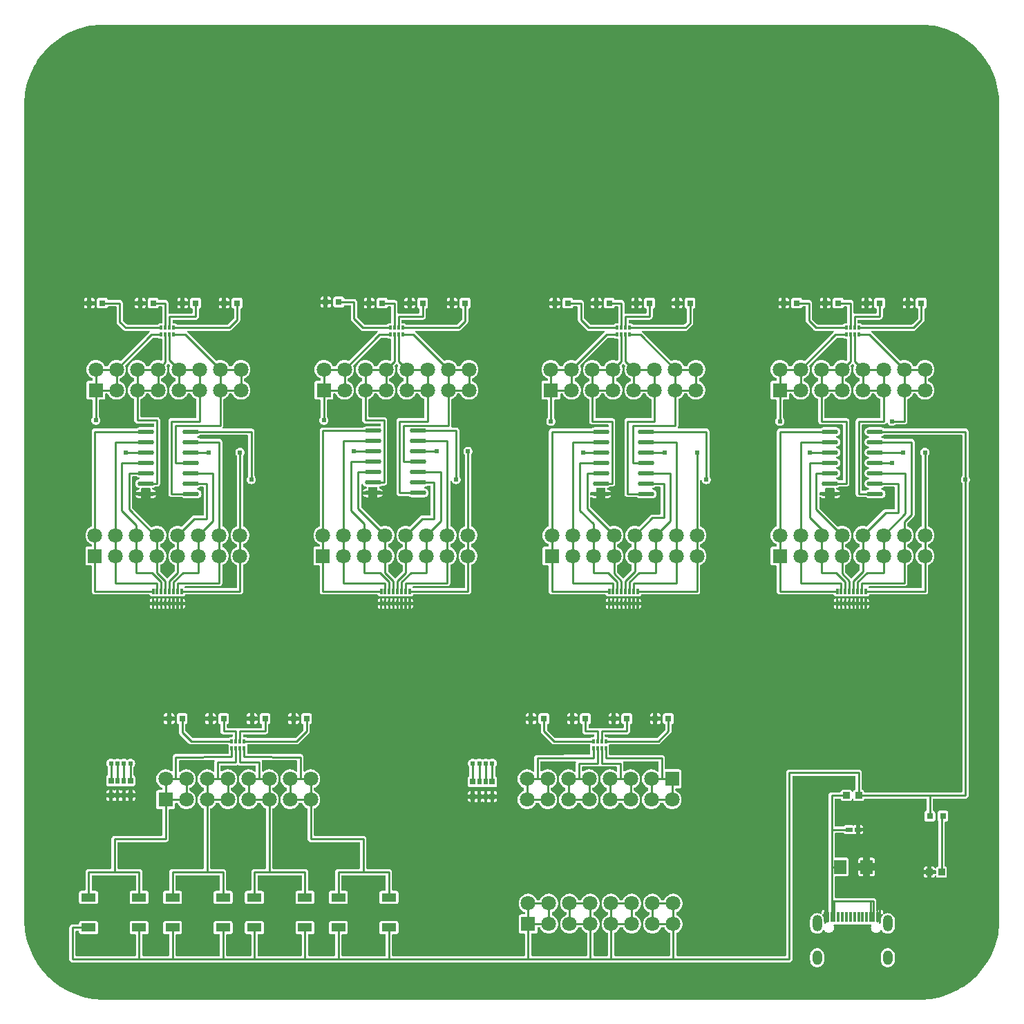
<source format=gtl>
G04 Layer: TopLayer*
G04 EasyEDA v6.5.15, 2022-09-22 11:34:21*
G04 4b7f6f8434e74b0d931dc7ec5f8e676b,5f190de28158457892684f41c71a4f21,10*
G04 Gerber Generator version 0.2*
G04 Scale: 100 percent, Rotated: No, Reflected: No *
G04 Dimensions in millimeters *
G04 leading zeros omitted , absolute positions ,4 integer and 5 decimal *
%FSLAX45Y45*%
%MOMM*%

%AMMACRO1*21,1,$1,$2,0,0,$3*%
%ADD10C,0.2540*%
%ADD11R,0.8000X0.8000*%
%ADD12MACRO1,0.864X0.8065X90.0000*%
%ADD13R,0.6500X0.8000*%
%ADD14R,0.5000X0.8000*%
%ADD15MACRO1,1.728X1.485X90.0000*%
%ADD16MACRO1,0.54X0.7901X90.0000*%
%ADD17MACRO1,0.505X0.3X90.0000*%
%ADD18MACRO1,0.505X0.3X-90.0000*%
%ADD19R,0.3000X0.7000*%
%ADD20R,1.8000X1.1000*%
%ADD21O,2.0379944X0.5739892*%
%ADD22R,0.3000X1.3000*%
%ADD23C,1.8000*%
%ADD24R,1.8000X1.8000*%
%ADD25O,1.1999976X1.7999964*%
%ADD26O,1.1999976X1.9999959999999999*%
%ADD27C,0.6110*%
%ADD28C,0.0130*%

%LPD*%
G36*
X1000404Y-14999462D02*
G01*
X956056Y-14998446D01*
X912469Y-14995499D01*
X869035Y-14990622D01*
X825855Y-14983764D01*
X783031Y-14974976D01*
X740613Y-14964308D01*
X698754Y-14951710D01*
X657504Y-14937282D01*
X616966Y-14920976D01*
X577138Y-14902891D01*
X538226Y-14883028D01*
X500176Y-14861438D01*
X463194Y-14838172D01*
X427278Y-14813280D01*
X392480Y-14786813D01*
X358952Y-14758771D01*
X326694Y-14729256D01*
X295757Y-14698370D01*
X266293Y-14666061D01*
X238302Y-14632533D01*
X211836Y-14597735D01*
X186944Y-14561819D01*
X163677Y-14524786D01*
X142138Y-14486737D01*
X122275Y-14447824D01*
X104190Y-14407997D01*
X87934Y-14367408D01*
X73507Y-14326158D01*
X60960Y-14284299D01*
X50292Y-14241881D01*
X41554Y-14199057D01*
X34696Y-14155877D01*
X29819Y-14112443D01*
X26873Y-14068856D01*
X25908Y-14024965D01*
X25908Y-4026306D01*
X26924Y-3981958D01*
X29870Y-3938371D01*
X34747Y-3894937D01*
X41605Y-3851757D01*
X50393Y-3808933D01*
X61061Y-3766515D01*
X73660Y-3724656D01*
X88087Y-3683406D01*
X104394Y-3642868D01*
X122478Y-3603040D01*
X142341Y-3564128D01*
X163931Y-3526078D01*
X187198Y-3489096D01*
X212090Y-3453180D01*
X238556Y-3418382D01*
X266598Y-3384854D01*
X296113Y-3352596D01*
X326999Y-3321659D01*
X359308Y-3292195D01*
X392836Y-3264204D01*
X427634Y-3237738D01*
X463550Y-3212846D01*
X500583Y-3189579D01*
X538632Y-3168040D01*
X577545Y-3148177D01*
X617372Y-3130092D01*
X657961Y-3113836D01*
X699211Y-3099409D01*
X741070Y-3086862D01*
X783488Y-3076194D01*
X826312Y-3067456D01*
X869492Y-3060598D01*
X912926Y-3055721D01*
X956513Y-3052775D01*
X999947Y-3051810D01*
X1004316Y-3051302D01*
X10993932Y-3051302D01*
X10998250Y-3051810D01*
X11042142Y-3052826D01*
X11085728Y-3055772D01*
X11129162Y-3060649D01*
X11172342Y-3067507D01*
X11215166Y-3076295D01*
X11257584Y-3086963D01*
X11299444Y-3099562D01*
X11340693Y-3113989D01*
X11381232Y-3130296D01*
X11421059Y-3148380D01*
X11459972Y-3168243D01*
X11498021Y-3189833D01*
X11535003Y-3213100D01*
X11570919Y-3237992D01*
X11605717Y-3264458D01*
X11639245Y-3292500D01*
X11671503Y-3322015D01*
X11702440Y-3352901D01*
X11731904Y-3385159D01*
X11759895Y-3418738D01*
X11786362Y-3453536D01*
X11811254Y-3489451D01*
X11834520Y-3526485D01*
X11856059Y-3564483D01*
X11875922Y-3603447D01*
X11894007Y-3643274D01*
X11910263Y-3683863D01*
X11924690Y-3725113D01*
X11937238Y-3766972D01*
X11947906Y-3809339D01*
X11956643Y-3852164D01*
X11963501Y-3895344D01*
X11968378Y-3938828D01*
X11971324Y-3982415D01*
X11972290Y-4025849D01*
X11974068Y-4036364D01*
X11974068Y-14024965D01*
X11973052Y-14069313D01*
X11970105Y-14112900D01*
X11965228Y-14156334D01*
X11958370Y-14199514D01*
X11949582Y-14242338D01*
X11938914Y-14284756D01*
X11926316Y-14326616D01*
X11911888Y-14367865D01*
X11895582Y-14408404D01*
X11877497Y-14448231D01*
X11857634Y-14487144D01*
X11836044Y-14525193D01*
X11812778Y-14562175D01*
X11787886Y-14598091D01*
X11761419Y-14632889D01*
X11733377Y-14666417D01*
X11703862Y-14698675D01*
X11672976Y-14729612D01*
X11640667Y-14759076D01*
X11607139Y-14787067D01*
X11572341Y-14813534D01*
X11536426Y-14838426D01*
X11499392Y-14861692D01*
X11461343Y-14883231D01*
X11422430Y-14903094D01*
X11382603Y-14921179D01*
X11342014Y-14937435D01*
X11300764Y-14951862D01*
X11258905Y-14964410D01*
X11216487Y-14975078D01*
X11173663Y-14983815D01*
X11130483Y-14990673D01*
X11087049Y-14995550D01*
X11043462Y-14998496D01*
X10999571Y-14999462D01*
G37*

%LPC*%
G36*
X10605211Y-14600986D02*
G01*
X10617403Y-14600123D01*
X10629392Y-14597532D01*
X10640872Y-14593265D01*
X10651642Y-14587372D01*
X10661446Y-14580006D01*
X10670082Y-14571370D01*
X10677448Y-14561566D01*
X10683341Y-14550796D01*
X10687608Y-14539315D01*
X10690199Y-14527326D01*
X10691114Y-14514779D01*
X10691114Y-14455495D01*
X10690199Y-14442897D01*
X10687608Y-14430908D01*
X10683341Y-14419427D01*
X10677448Y-14408708D01*
X10670082Y-14398904D01*
X10661446Y-14390217D01*
X10651642Y-14382851D01*
X10640872Y-14377009D01*
X10629392Y-14372691D01*
X10617403Y-14370100D01*
X10605211Y-14369237D01*
X10592968Y-14370100D01*
X10580979Y-14372691D01*
X10569498Y-14377009D01*
X10558780Y-14382851D01*
X10548975Y-14390217D01*
X10540288Y-14398904D01*
X10532922Y-14408708D01*
X10527080Y-14419427D01*
X10522813Y-14430908D01*
X10520172Y-14442897D01*
X10519308Y-14455495D01*
X10519308Y-14514779D01*
X10520172Y-14527326D01*
X10522813Y-14539315D01*
X10527080Y-14550796D01*
X10532922Y-14561566D01*
X10540288Y-14571370D01*
X10548975Y-14580006D01*
X10558780Y-14587372D01*
X10569498Y-14593265D01*
X10580979Y-14597532D01*
X10592968Y-14600123D01*
G37*
G36*
X9740188Y-14600986D02*
G01*
X9752431Y-14600123D01*
X9764420Y-14597532D01*
X9775901Y-14593265D01*
X9786620Y-14587372D01*
X9796424Y-14580006D01*
X9805111Y-14571370D01*
X9812477Y-14561566D01*
X9818319Y-14550796D01*
X9822586Y-14539315D01*
X9825228Y-14527326D01*
X9826091Y-14514779D01*
X9826091Y-14455495D01*
X9825228Y-14442897D01*
X9822586Y-14430908D01*
X9818319Y-14419427D01*
X9812477Y-14408708D01*
X9805111Y-14398904D01*
X9796424Y-14390217D01*
X9786620Y-14382851D01*
X9775901Y-14377009D01*
X9764420Y-14372691D01*
X9752431Y-14370100D01*
X9740188Y-14369237D01*
X9727996Y-14370100D01*
X9716008Y-14372691D01*
X9704527Y-14377009D01*
X9693757Y-14382851D01*
X9683953Y-14390217D01*
X9675317Y-14398904D01*
X9667951Y-14408708D01*
X9662058Y-14419427D01*
X9657791Y-14430908D01*
X9655200Y-14442897D01*
X9654286Y-14455495D01*
X9654286Y-14514779D01*
X9655200Y-14527326D01*
X9657791Y-14539315D01*
X9662058Y-14550796D01*
X9667951Y-14561566D01*
X9675317Y-14571370D01*
X9683953Y-14580006D01*
X9693757Y-14587372D01*
X9704527Y-14593265D01*
X9716008Y-14597532D01*
X9727996Y-14600123D01*
G37*
G36*
X614527Y-14542007D02*
G01*
X9397492Y-14542007D01*
X9405518Y-14541195D01*
X9412732Y-14539010D01*
X9419437Y-14535454D01*
X9425279Y-14530679D01*
X9430054Y-14524837D01*
X9433610Y-14518132D01*
X9435795Y-14510918D01*
X9436608Y-14502892D01*
X9436608Y-12266218D01*
X9437370Y-12262307D01*
X9439605Y-12259005D01*
X9442907Y-12256820D01*
X9446768Y-12256058D01*
X10199268Y-12256820D01*
X10203180Y-12257582D01*
X10206431Y-12259818D01*
X10208666Y-12263069D01*
X10209428Y-12266980D01*
X10209428Y-12418568D01*
X10208564Y-12422632D01*
X10206177Y-12426035D01*
X10202621Y-12428169D01*
X10196474Y-12430302D01*
X10191597Y-12433401D01*
X10187482Y-12437465D01*
X10184434Y-12442393D01*
X10182301Y-12448438D01*
X10180167Y-12451994D01*
X10176764Y-12454432D01*
X10172700Y-12455245D01*
X10168636Y-12454432D01*
X10165232Y-12451994D01*
X10163098Y-12448438D01*
X10160965Y-12442393D01*
X10157917Y-12437465D01*
X10153802Y-12433401D01*
X10148925Y-12430302D01*
X10143439Y-12428423D01*
X10137140Y-12427712D01*
X10057638Y-12427712D01*
X10051288Y-12428423D01*
X10045852Y-12430302D01*
X10040924Y-12433401D01*
X10036860Y-12437465D01*
X10033762Y-12442393D01*
X10031882Y-12447828D01*
X10030663Y-12452705D01*
X10028377Y-12455601D01*
X10025227Y-12457531D01*
X10021620Y-12458192D01*
X9918192Y-12458192D01*
X9910165Y-12459004D01*
X9902952Y-12461189D01*
X9896246Y-12464745D01*
X9890404Y-12469520D01*
X9885629Y-12475362D01*
X9882073Y-12482068D01*
X9879888Y-12489281D01*
X9879076Y-12497308D01*
X9879076Y-13911275D01*
X9878517Y-13914628D01*
X9877501Y-13917523D01*
X9876790Y-13923873D01*
X9876790Y-14043507D01*
X9876231Y-14046860D01*
X9874504Y-14049908D01*
X9871913Y-14052143D01*
X9868712Y-14053413D01*
X9866122Y-14053972D01*
X9861600Y-14053921D01*
X9857587Y-14051940D01*
X9854844Y-14048384D01*
X9853879Y-14044015D01*
X9853879Y-14027150D01*
X9851542Y-14027150D01*
X9851542Y-14054378D01*
X9851085Y-14057426D01*
X9849764Y-14060169D01*
X9847630Y-14062405D01*
X9842500Y-14066367D01*
X9838436Y-14068298D01*
X9833965Y-14068247D01*
X9829901Y-14066266D01*
X9827107Y-14062760D01*
X9826091Y-14058392D01*
X9826091Y-14025473D01*
X9825228Y-14012926D01*
X9822586Y-14000937D01*
X9818319Y-13989456D01*
X9812477Y-13978686D01*
X9805111Y-13968882D01*
X9803028Y-13966799D01*
X9800793Y-13963497D01*
X9800031Y-13959586D01*
X9800793Y-13955725D01*
X9803028Y-13952423D01*
X9806279Y-13950238D01*
X9810191Y-13949426D01*
X9823856Y-13949426D01*
X9823856Y-13897406D01*
X9816947Y-13898118D01*
X9811512Y-13899997D01*
X9806584Y-13903096D01*
X9802520Y-13907160D01*
X9799421Y-13912088D01*
X9797491Y-13917523D01*
X9796780Y-13923873D01*
X9796780Y-13941298D01*
X9795967Y-13945412D01*
X9793528Y-13948816D01*
X9789922Y-13950950D01*
X9785756Y-13951407D01*
X9781794Y-13950238D01*
X9775901Y-13946987D01*
X9764420Y-13942720D01*
X9752431Y-13940129D01*
X9740188Y-13939266D01*
X9727996Y-13940129D01*
X9716008Y-13942720D01*
X9704527Y-13946987D01*
X9693757Y-13952880D01*
X9683953Y-13960246D01*
X9675317Y-13968882D01*
X9667951Y-13978686D01*
X9662058Y-13989456D01*
X9657791Y-14000937D01*
X9655200Y-14012926D01*
X9654286Y-14025473D01*
X9654286Y-14104772D01*
X9655200Y-14117370D01*
X9657791Y-14129308D01*
X9662058Y-14140789D01*
X9667951Y-14151559D01*
X9675317Y-14161363D01*
X9683953Y-14170050D01*
X9693757Y-14177365D01*
X9704527Y-14183258D01*
X9716008Y-14187525D01*
X9727996Y-14190116D01*
X9740188Y-14191030D01*
X9752431Y-14190116D01*
X9764420Y-14187525D01*
X9775901Y-14183258D01*
X9786620Y-14177365D01*
X9796424Y-14170050D01*
X9805111Y-14161363D01*
X9812782Y-14150949D01*
X9815474Y-14147749D01*
X9819233Y-14145971D01*
X9823399Y-14145768D01*
X9827260Y-14147292D01*
X9830206Y-14150238D01*
X9832695Y-14154048D01*
X9839807Y-14161769D01*
X9848037Y-14168170D01*
X9857232Y-14173149D01*
X9867138Y-14176552D01*
X9877501Y-14178280D01*
X9887966Y-14178280D01*
X9898278Y-14176552D01*
X9908184Y-14173149D01*
X9917379Y-14168170D01*
X9925659Y-14161769D01*
X9932720Y-14154048D01*
X9938461Y-14145310D01*
X9942677Y-14135709D01*
X9945217Y-14125549D01*
X9946081Y-14115135D01*
X9945217Y-14104721D01*
X9941306Y-14089532D01*
X9942017Y-14085569D01*
X9944201Y-14082217D01*
X9947554Y-14079982D01*
X9951466Y-14079219D01*
X9962134Y-14079169D01*
X9968433Y-14078457D01*
X9972700Y-14077594D01*
X9976967Y-14078457D01*
X9983266Y-14079169D01*
X10012121Y-14079169D01*
X10018471Y-14078457D01*
X10022687Y-14077594D01*
X10026954Y-14078457D01*
X10033304Y-14079169D01*
X10062159Y-14079169D01*
X10068458Y-14078457D01*
X10072725Y-14077594D01*
X10076942Y-14078457D01*
X10083292Y-14079169D01*
X10112146Y-14079169D01*
X10118445Y-14078457D01*
X10122712Y-14077594D01*
X10126980Y-14078457D01*
X10133279Y-14079169D01*
X10162133Y-14079169D01*
X10168483Y-14078457D01*
X10172700Y-14077594D01*
X10176967Y-14078457D01*
X10183266Y-14079169D01*
X10212120Y-14079169D01*
X10218470Y-14078457D01*
X10222687Y-14077594D01*
X10226954Y-14078457D01*
X10233304Y-14079169D01*
X10262158Y-14079169D01*
X10268458Y-14078457D01*
X10272674Y-14077594D01*
X10276941Y-14078457D01*
X10283240Y-14079169D01*
X10312095Y-14079169D01*
X10318445Y-14078457D01*
X10322712Y-14077594D01*
X10326979Y-14078457D01*
X10333278Y-14079169D01*
X10362133Y-14079169D01*
X10368483Y-14078457D01*
X10372699Y-14077594D01*
X10376966Y-14078508D01*
X10383266Y-14079219D01*
X10393934Y-14079219D01*
X10397845Y-14079982D01*
X10401198Y-14082217D01*
X10403382Y-14085569D01*
X10404094Y-14089532D01*
X10400182Y-14104721D01*
X10399318Y-14115135D01*
X10400182Y-14125549D01*
X10402773Y-14135709D01*
X10406938Y-14145310D01*
X10412679Y-14154048D01*
X10419791Y-14161769D01*
X10428020Y-14168170D01*
X10437215Y-14173149D01*
X10447121Y-14176552D01*
X10457484Y-14178280D01*
X10467949Y-14178280D01*
X10478262Y-14176552D01*
X10488168Y-14173149D01*
X10497362Y-14168170D01*
X10505643Y-14161769D01*
X10512704Y-14154048D01*
X10515193Y-14150238D01*
X10518140Y-14147292D01*
X10522000Y-14145818D01*
X10526166Y-14145971D01*
X10529925Y-14147800D01*
X10540288Y-14161363D01*
X10548975Y-14170050D01*
X10558780Y-14177365D01*
X10569498Y-14183258D01*
X10580979Y-14187525D01*
X10592968Y-14190116D01*
X10605211Y-14191030D01*
X10617403Y-14190116D01*
X10629392Y-14187525D01*
X10640872Y-14183258D01*
X10651642Y-14177365D01*
X10661446Y-14170050D01*
X10670082Y-14161363D01*
X10677448Y-14151559D01*
X10683341Y-14140789D01*
X10687608Y-14129308D01*
X10690199Y-14117370D01*
X10691114Y-14104772D01*
X10691114Y-14025473D01*
X10690199Y-14012926D01*
X10687608Y-14000937D01*
X10683341Y-13989456D01*
X10677448Y-13978686D01*
X10670082Y-13968882D01*
X10661446Y-13960246D01*
X10651642Y-13952880D01*
X10640872Y-13946987D01*
X10629392Y-13942720D01*
X10617403Y-13940129D01*
X10605211Y-13939266D01*
X10592968Y-13940129D01*
X10580979Y-13942720D01*
X10569498Y-13946987D01*
X10563656Y-13950238D01*
X10559643Y-13951407D01*
X10555478Y-13950899D01*
X10551922Y-13948765D01*
X10549483Y-13945412D01*
X10548620Y-13941298D01*
X10548620Y-13923822D01*
X10547908Y-13917523D01*
X10545978Y-13912037D01*
X10542930Y-13907160D01*
X10538815Y-13903045D01*
X10533938Y-13899997D01*
X10528452Y-13898067D01*
X10521543Y-13897356D01*
X10521543Y-13949426D01*
X10535208Y-13949426D01*
X10539120Y-13950188D01*
X10542422Y-13952372D01*
X10544606Y-13955674D01*
X10545368Y-13959586D01*
X10544606Y-13963446D01*
X10542422Y-13966748D01*
X10540288Y-13968882D01*
X10532922Y-13978686D01*
X10527080Y-13989456D01*
X10522813Y-14000937D01*
X10520172Y-14012926D01*
X10519308Y-14025473D01*
X10519308Y-14058341D01*
X10518292Y-14062760D01*
X10515498Y-14066266D01*
X10511434Y-14068247D01*
X10506964Y-14068298D01*
X10502900Y-14066367D01*
X10497769Y-14062405D01*
X10495686Y-14060169D01*
X10494314Y-14057426D01*
X10493857Y-14054378D01*
X10493857Y-14027099D01*
X10491520Y-14027099D01*
X10491520Y-14044015D01*
X10490555Y-14048384D01*
X10487812Y-14051940D01*
X10483799Y-14053921D01*
X10479278Y-14053972D01*
X10476687Y-14053413D01*
X10473486Y-14052143D01*
X10470896Y-14049908D01*
X10469219Y-14046860D01*
X10468610Y-14043507D01*
X10468610Y-13923873D01*
X10467898Y-13917523D01*
X10466882Y-13914628D01*
X10466324Y-13911275D01*
X10466324Y-13793724D01*
X10465562Y-13785799D01*
X10463377Y-13778534D01*
X10459821Y-13771880D01*
X10455046Y-13765987D01*
X10449204Y-13761212D01*
X10442549Y-13757605D01*
X10435336Y-13755420D01*
X10427309Y-13754607D01*
X9966452Y-13753693D01*
X9962540Y-13752931D01*
X9959238Y-13750696D01*
X9957054Y-13747394D01*
X9956292Y-13743533D01*
X9956292Y-13495578D01*
X9957054Y-13491667D01*
X9959289Y-13488365D01*
X9962540Y-13486180D01*
X9966452Y-13485418D01*
X10099852Y-13485418D01*
X10106152Y-13484707D01*
X10111638Y-13482777D01*
X10116515Y-13479729D01*
X10120630Y-13475614D01*
X10123678Y-13470737D01*
X10125608Y-13465251D01*
X10126319Y-13458951D01*
X10126319Y-13287248D01*
X10125608Y-13280948D01*
X10123678Y-13275462D01*
X10120630Y-13270585D01*
X10116515Y-13266470D01*
X10111638Y-13263422D01*
X10106152Y-13261492D01*
X10099852Y-13260781D01*
X9966452Y-13260781D01*
X9962540Y-13260019D01*
X9959289Y-13257834D01*
X9957054Y-13254532D01*
X9956292Y-13250621D01*
X9956292Y-12964668D01*
X9957054Y-12960756D01*
X9959289Y-12957505D01*
X9962540Y-12955270D01*
X9966452Y-12954508D01*
X10062718Y-12954508D01*
X10066020Y-12955066D01*
X10068915Y-12956590D01*
X10075265Y-12963093D01*
X10080193Y-12966192D01*
X10085628Y-12968071D01*
X10091978Y-12968833D01*
X10169855Y-12968833D01*
X10176154Y-12968071D01*
X10182047Y-12966039D01*
X10185400Y-12965480D01*
X10188752Y-12966039D01*
X10194645Y-12968071D01*
X10200995Y-12968833D01*
X10213797Y-12968833D01*
X10213797Y-12935762D01*
X10206482Y-12935762D01*
X10202570Y-12935000D01*
X10199268Y-12932765D01*
X10197084Y-12929463D01*
X10196322Y-12925602D01*
X10196322Y-12906197D01*
X10197084Y-12902336D01*
X10199268Y-12899034D01*
X10202570Y-12896799D01*
X10206482Y-12896037D01*
X10213797Y-12896037D01*
X10213797Y-12863017D01*
X10200995Y-12863017D01*
X10194645Y-12863728D01*
X10188752Y-12865760D01*
X10185400Y-12866319D01*
X10182047Y-12865760D01*
X10176154Y-12863728D01*
X10169855Y-12863017D01*
X10091978Y-12863017D01*
X10085628Y-12863728D01*
X10080193Y-12865608D01*
X10075265Y-12868706D01*
X10068915Y-12875209D01*
X10066020Y-12876733D01*
X10062718Y-12877292D01*
X9966452Y-12877292D01*
X9962540Y-12876530D01*
X9959289Y-12874294D01*
X9957054Y-12871043D01*
X9956292Y-12867132D01*
X9956292Y-12545568D01*
X9957054Y-12541656D01*
X9959289Y-12538405D01*
X9962540Y-12536170D01*
X9966452Y-12535408D01*
X10021620Y-12535408D01*
X10025227Y-12536068D01*
X10028377Y-12537998D01*
X10030663Y-12540894D01*
X10031882Y-12545771D01*
X10033762Y-12551206D01*
X10036860Y-12556134D01*
X10040924Y-12560198D01*
X10045852Y-12563297D01*
X10051288Y-12565176D01*
X10057638Y-12565888D01*
X10137140Y-12565888D01*
X10143439Y-12565176D01*
X10148925Y-12563297D01*
X10153802Y-12560198D01*
X10157917Y-12556134D01*
X10160965Y-12551206D01*
X10163098Y-12545161D01*
X10165232Y-12541605D01*
X10168636Y-12539167D01*
X10172700Y-12538354D01*
X10176764Y-12539167D01*
X10180167Y-12541605D01*
X10182301Y-12545161D01*
X10184434Y-12551206D01*
X10187482Y-12556134D01*
X10191597Y-12560198D01*
X10196474Y-12563297D01*
X10201960Y-12565176D01*
X10208260Y-12565888D01*
X10287762Y-12565888D01*
X10294112Y-12565176D01*
X10299547Y-12563297D01*
X10304475Y-12560198D01*
X10308539Y-12556134D01*
X10311638Y-12551206D01*
X10313568Y-12545771D01*
X10314787Y-12540894D01*
X10317022Y-12537998D01*
X10320172Y-12536068D01*
X10323779Y-12535408D01*
X11072672Y-12535408D01*
X11076584Y-12536170D01*
X11079886Y-12538405D01*
X11082070Y-12541656D01*
X11082832Y-12545568D01*
X11082832Y-12676225D01*
X11082020Y-12680289D01*
X11079581Y-12683693D01*
X11076025Y-12685826D01*
X11070234Y-12687858D01*
X11065357Y-12690957D01*
X11061242Y-12695021D01*
X11058194Y-12699949D01*
X11056264Y-12705384D01*
X11055553Y-12711734D01*
X11055553Y-12790576D01*
X11056264Y-12796926D01*
X11058194Y-12802362D01*
X11061242Y-12807289D01*
X11065357Y-12811353D01*
X11070234Y-12814452D01*
X11075720Y-12816332D01*
X11082020Y-12817043D01*
X11160861Y-12817043D01*
X11167211Y-12816332D01*
X11172647Y-12814452D01*
X11177574Y-12811353D01*
X11181638Y-12807289D01*
X11184737Y-12802362D01*
X11186668Y-12796926D01*
X11187379Y-12790576D01*
X11187379Y-12711734D01*
X11186668Y-12705384D01*
X11184737Y-12699949D01*
X11181638Y-12695021D01*
X11177574Y-12690957D01*
X11172647Y-12687858D01*
X11166856Y-12685826D01*
X11163300Y-12683693D01*
X11160912Y-12680289D01*
X11160048Y-12676225D01*
X11160048Y-12545568D01*
X11160810Y-12541656D01*
X11163046Y-12538405D01*
X11166348Y-12536170D01*
X11170208Y-12535408D01*
X11556492Y-12535408D01*
X11564518Y-12534595D01*
X11571732Y-12532410D01*
X11578437Y-12528854D01*
X11584279Y-12524079D01*
X11589054Y-12518237D01*
X11592610Y-12511532D01*
X11594795Y-12504318D01*
X11595608Y-12496292D01*
X11595608Y-8670290D01*
X11596370Y-8666378D01*
X11598605Y-8663076D01*
X11600230Y-8661450D01*
X11605869Y-8653373D01*
X11610035Y-8644483D01*
X11612575Y-8634984D01*
X11613438Y-8625179D01*
X11612575Y-8615375D01*
X11610035Y-8605875D01*
X11605869Y-8596985D01*
X11600230Y-8588908D01*
X11598605Y-8587282D01*
X11596370Y-8583980D01*
X11595608Y-8580069D01*
X11595608Y-8039608D01*
X11594795Y-8031581D01*
X11592610Y-8024368D01*
X11589054Y-8017662D01*
X11584279Y-8011820D01*
X11578437Y-8007045D01*
X11571732Y-8003489D01*
X11564518Y-8001304D01*
X11556492Y-8000492D01*
X10565282Y-8000492D01*
X10561370Y-7999730D01*
X10550093Y-7991856D01*
X10541457Y-7987842D01*
X10532262Y-7985353D01*
X10522356Y-7984490D01*
X10376865Y-7984490D01*
X10366908Y-7985353D01*
X10357764Y-7987842D01*
X10349128Y-7991856D01*
X10341305Y-7997291D01*
X10334599Y-8004048D01*
X10329164Y-8011820D01*
X10325100Y-8020456D01*
X10322661Y-8029600D01*
X10321848Y-8039100D01*
X10322661Y-8048599D01*
X10325100Y-8057743D01*
X10329164Y-8066379D01*
X10334599Y-8074152D01*
X10341305Y-8080908D01*
X10349128Y-8086344D01*
X10357764Y-8090357D01*
X10366705Y-8092795D01*
X10370616Y-8094827D01*
X10373309Y-8098281D01*
X10374274Y-8102600D01*
X10373309Y-8106918D01*
X10370616Y-8110372D01*
X10366705Y-8112404D01*
X10357764Y-8114842D01*
X10349128Y-8118856D01*
X10341305Y-8124291D01*
X10334599Y-8131048D01*
X10329164Y-8138820D01*
X10325100Y-8147456D01*
X10322661Y-8156600D01*
X10321848Y-8166100D01*
X10322661Y-8175599D01*
X10325100Y-8184743D01*
X10329164Y-8193379D01*
X10334599Y-8201152D01*
X10341305Y-8207908D01*
X10349128Y-8213344D01*
X10357764Y-8217357D01*
X10366705Y-8219795D01*
X10370616Y-8221827D01*
X10373309Y-8225281D01*
X10374274Y-8229600D01*
X10373309Y-8233918D01*
X10370616Y-8237372D01*
X10366705Y-8239404D01*
X10357764Y-8241842D01*
X10349128Y-8245856D01*
X10341305Y-8251291D01*
X10334599Y-8258048D01*
X10329164Y-8265820D01*
X10325100Y-8274456D01*
X10322661Y-8283600D01*
X10321848Y-8293100D01*
X10322661Y-8302599D01*
X10325100Y-8311743D01*
X10329164Y-8320379D01*
X10334599Y-8328152D01*
X10341305Y-8334908D01*
X10349128Y-8340344D01*
X10357764Y-8344357D01*
X10366705Y-8346795D01*
X10370616Y-8348827D01*
X10373309Y-8352281D01*
X10374274Y-8356600D01*
X10373309Y-8360918D01*
X10370616Y-8364372D01*
X10366705Y-8366404D01*
X10357764Y-8368842D01*
X10349128Y-8372856D01*
X10341305Y-8378291D01*
X10334599Y-8385048D01*
X10329164Y-8392820D01*
X10325100Y-8401456D01*
X10322661Y-8410600D01*
X10321848Y-8420100D01*
X10322661Y-8429599D01*
X10325100Y-8438743D01*
X10329164Y-8447379D01*
X10334599Y-8455152D01*
X10341305Y-8461908D01*
X10349128Y-8467344D01*
X10357764Y-8471357D01*
X10366705Y-8473795D01*
X10370616Y-8475827D01*
X10373309Y-8479282D01*
X10374274Y-8483600D01*
X10373309Y-8487918D01*
X10370616Y-8491372D01*
X10366705Y-8493404D01*
X10357764Y-8495842D01*
X10349128Y-8499856D01*
X10341305Y-8505291D01*
X10334599Y-8512048D01*
X10329164Y-8519820D01*
X10325100Y-8528456D01*
X10322661Y-8537600D01*
X10321848Y-8547100D01*
X10322661Y-8556599D01*
X10325100Y-8565743D01*
X10329164Y-8574379D01*
X10334599Y-8582152D01*
X10341305Y-8588908D01*
X10349128Y-8594344D01*
X10357764Y-8598357D01*
X10366705Y-8600795D01*
X10370616Y-8602827D01*
X10373309Y-8606282D01*
X10374274Y-8610600D01*
X10373309Y-8614918D01*
X10370616Y-8618372D01*
X10366705Y-8620404D01*
X10357764Y-8622842D01*
X10349128Y-8626856D01*
X10341305Y-8632291D01*
X10334599Y-8639048D01*
X10329164Y-8646820D01*
X10325100Y-8655456D01*
X10322661Y-8664600D01*
X10321848Y-8674100D01*
X10322661Y-8683599D01*
X10325100Y-8692743D01*
X10329164Y-8701379D01*
X10334599Y-8709152D01*
X10341305Y-8715908D01*
X10349128Y-8721344D01*
X10357764Y-8725357D01*
X10366705Y-8727795D01*
X10370616Y-8729827D01*
X10373309Y-8733282D01*
X10374274Y-8737600D01*
X10373309Y-8741918D01*
X10370616Y-8745372D01*
X10366705Y-8747404D01*
X10357764Y-8749842D01*
X10349128Y-8753856D01*
X10337800Y-8761730D01*
X10333939Y-8762492D01*
X10297668Y-8762492D01*
X10293756Y-8761730D01*
X10290505Y-8759494D01*
X10288270Y-8756243D01*
X10287508Y-8752332D01*
X10287508Y-7960868D01*
X10288270Y-7956956D01*
X10290505Y-7953705D01*
X10293756Y-7951470D01*
X10297668Y-7950708D01*
X10553192Y-7950708D01*
X10561218Y-7949895D01*
X10568432Y-7947710D01*
X10575137Y-7944154D01*
X10580928Y-7939379D01*
X10586567Y-7932369D01*
X10589717Y-7929778D01*
X10593679Y-7928609D01*
X10597743Y-7929118D01*
X10601248Y-7931150D01*
X10603687Y-7934452D01*
X10606430Y-7940294D01*
X10612069Y-7948371D01*
X10619028Y-7955330D01*
X10627106Y-7960969D01*
X10635996Y-7965135D01*
X10645495Y-7967675D01*
X10655300Y-7968538D01*
X10665104Y-7967675D01*
X10674604Y-7965135D01*
X10683494Y-7960969D01*
X10691571Y-7955330D01*
X10693196Y-7953705D01*
X10696498Y-7951470D01*
X10700410Y-7950708D01*
X10807192Y-7950708D01*
X10815218Y-7949895D01*
X10822432Y-7947710D01*
X10829137Y-7944154D01*
X10834979Y-7939379D01*
X10839754Y-7933537D01*
X10843310Y-7926831D01*
X10845495Y-7919618D01*
X10846308Y-7911592D01*
X10846308Y-7647127D01*
X10847120Y-7643164D01*
X10849356Y-7639862D01*
X10852708Y-7637678D01*
X10857026Y-7635951D01*
X10869777Y-7628940D01*
X10881563Y-7620406D01*
X10892180Y-7610449D01*
X10901476Y-7599222D01*
X10909249Y-7586929D01*
X10914634Y-7575550D01*
X10916869Y-7572451D01*
X10920069Y-7570419D01*
X10923828Y-7569708D01*
X10945622Y-7569708D01*
X10949330Y-7570419D01*
X10952530Y-7572451D01*
X10954816Y-7575550D01*
X10960150Y-7586929D01*
X10967974Y-7599222D01*
X10977219Y-7610449D01*
X10987836Y-7620406D01*
X10999622Y-7628940D01*
X11012373Y-7635951D01*
X11025886Y-7641336D01*
X11040008Y-7644942D01*
X11054435Y-7646771D01*
X11068964Y-7646771D01*
X11083442Y-7644942D01*
X11097514Y-7641336D01*
X11111026Y-7635951D01*
X11123777Y-7628940D01*
X11135563Y-7620406D01*
X11146180Y-7610449D01*
X11155476Y-7599222D01*
X11163249Y-7586929D01*
X11169446Y-7573772D01*
X11173968Y-7559903D01*
X11176660Y-7545628D01*
X11177574Y-7531100D01*
X11176660Y-7516571D01*
X11173968Y-7502296D01*
X11169446Y-7488428D01*
X11163249Y-7475270D01*
X11155476Y-7462977D01*
X11146180Y-7451750D01*
X11135563Y-7441793D01*
X11123777Y-7433259D01*
X11111026Y-7426248D01*
X11106708Y-7424521D01*
X11103356Y-7422337D01*
X11101120Y-7419035D01*
X11100308Y-7415072D01*
X11100308Y-7393127D01*
X11101120Y-7389164D01*
X11103356Y-7385862D01*
X11106708Y-7383678D01*
X11111026Y-7381951D01*
X11123777Y-7374940D01*
X11135563Y-7366406D01*
X11146180Y-7356449D01*
X11155476Y-7345222D01*
X11163249Y-7332929D01*
X11169446Y-7319772D01*
X11173968Y-7305903D01*
X11176660Y-7291628D01*
X11177574Y-7277100D01*
X11176660Y-7262571D01*
X11173968Y-7248296D01*
X11169446Y-7234428D01*
X11163249Y-7221270D01*
X11155476Y-7208977D01*
X11146180Y-7197750D01*
X11135563Y-7187793D01*
X11123777Y-7179259D01*
X11111026Y-7172248D01*
X11097514Y-7166864D01*
X11083442Y-7163257D01*
X11068964Y-7161428D01*
X11054435Y-7161428D01*
X11040008Y-7163257D01*
X11025886Y-7166864D01*
X11012373Y-7172248D01*
X10999622Y-7179259D01*
X10987836Y-7187793D01*
X10977219Y-7197750D01*
X10967974Y-7208977D01*
X10960150Y-7221270D01*
X10954816Y-7232650D01*
X10952530Y-7235748D01*
X10949330Y-7237780D01*
X10945622Y-7238492D01*
X10923828Y-7238492D01*
X10920069Y-7237780D01*
X10916869Y-7235748D01*
X10914634Y-7232650D01*
X10909249Y-7221270D01*
X10901476Y-7208977D01*
X10892180Y-7197750D01*
X10881563Y-7187793D01*
X10869777Y-7179259D01*
X10857026Y-7172248D01*
X10843514Y-7166864D01*
X10829442Y-7163257D01*
X10814964Y-7161428D01*
X10800435Y-7161428D01*
X10786008Y-7163257D01*
X10771886Y-7166864D01*
X10763910Y-7170064D01*
X10760049Y-7170775D01*
X10756239Y-7169962D01*
X10752988Y-7167778D01*
X10408208Y-6822998D01*
X10405872Y-6821068D01*
X10403281Y-6817868D01*
X10402163Y-6813905D01*
X10402722Y-6809790D01*
X10404856Y-6806285D01*
X10408259Y-6803898D01*
X10412272Y-6803034D01*
X10921492Y-6803034D01*
X10929518Y-6802272D01*
X10936732Y-6800088D01*
X10943437Y-6796531D01*
X10949635Y-6791401D01*
X11041583Y-6699453D01*
X11046714Y-6693204D01*
X11050270Y-6686550D01*
X11052454Y-6679336D01*
X11053267Y-6671309D01*
X11053267Y-6538874D01*
X11054080Y-6534810D01*
X11056518Y-6531406D01*
X11060074Y-6529273D01*
X11065865Y-6527241D01*
X11070742Y-6524142D01*
X11074857Y-6520078D01*
X11077956Y-6515150D01*
X11079835Y-6509715D01*
X11080546Y-6503365D01*
X11080546Y-6424523D01*
X11079835Y-6418173D01*
X11077956Y-6412738D01*
X11074857Y-6407810D01*
X11070742Y-6403746D01*
X11065865Y-6400647D01*
X11060430Y-6398768D01*
X11054080Y-6398056D01*
X10975238Y-6398056D01*
X10968888Y-6398768D01*
X10963452Y-6400647D01*
X10958525Y-6403746D01*
X10954461Y-6407810D01*
X10951362Y-6412738D01*
X10949482Y-6418173D01*
X10948771Y-6424523D01*
X10948771Y-6503365D01*
X10949482Y-6509715D01*
X10951362Y-6515150D01*
X10954461Y-6520078D01*
X10958525Y-6524142D01*
X10963452Y-6527241D01*
X10969244Y-6529273D01*
X10972800Y-6531406D01*
X10975187Y-6534810D01*
X10976051Y-6538823D01*
X10976051Y-6651599D01*
X10975289Y-6655511D01*
X10973054Y-6658762D01*
X10908995Y-6722872D01*
X10905693Y-6725056D01*
X10901781Y-6725818D01*
X10289895Y-6725818D01*
X10285984Y-6725056D01*
X10282682Y-6722872D01*
X10278821Y-6719011D01*
X10273893Y-6715912D01*
X10268458Y-6713981D01*
X10262108Y-6713270D01*
X10246461Y-6713270D01*
X10242550Y-6712508D01*
X10239298Y-6710324D01*
X10237063Y-6707022D01*
X10236301Y-6703110D01*
X10236301Y-6678168D01*
X10237063Y-6674256D01*
X10239298Y-6671005D01*
X10242550Y-6668770D01*
X10246461Y-6668008D01*
X10502392Y-6668008D01*
X10510418Y-6667195D01*
X10517632Y-6665010D01*
X10524337Y-6661454D01*
X10530535Y-6656324D01*
X10533583Y-6653326D01*
X10538714Y-6647078D01*
X10542270Y-6640423D01*
X10544454Y-6633159D01*
X10545267Y-6625132D01*
X10545267Y-6538874D01*
X10546080Y-6534810D01*
X10548518Y-6531406D01*
X10552074Y-6529273D01*
X10557865Y-6527241D01*
X10562742Y-6524142D01*
X10566857Y-6520078D01*
X10569956Y-6515150D01*
X10571835Y-6509715D01*
X10572546Y-6503365D01*
X10572546Y-6424523D01*
X10571835Y-6418173D01*
X10569956Y-6412738D01*
X10566857Y-6407810D01*
X10562742Y-6403746D01*
X10557865Y-6400647D01*
X10552430Y-6398768D01*
X10546080Y-6398056D01*
X10467238Y-6398056D01*
X10460888Y-6398768D01*
X10455452Y-6400647D01*
X10450525Y-6403746D01*
X10446461Y-6407810D01*
X10443362Y-6412738D01*
X10441482Y-6418173D01*
X10440771Y-6424523D01*
X10440771Y-6503365D01*
X10441482Y-6509715D01*
X10443362Y-6515150D01*
X10446461Y-6520078D01*
X10450525Y-6524142D01*
X10455452Y-6527241D01*
X10461244Y-6529273D01*
X10464800Y-6531406D01*
X10467187Y-6534810D01*
X10468051Y-6538823D01*
X10468051Y-6580631D01*
X10467289Y-6584543D01*
X10465054Y-6587794D01*
X10461752Y-6590030D01*
X10457891Y-6590792D01*
X10198201Y-6590792D01*
X10193274Y-6590385D01*
X10189667Y-6588302D01*
X10187178Y-6584848D01*
X10186314Y-6580733D01*
X10186314Y-6464858D01*
X10185552Y-6456934D01*
X10183368Y-6449720D01*
X10179812Y-6443014D01*
X10175036Y-6437172D01*
X10169194Y-6432346D01*
X10162540Y-6428790D01*
X10155326Y-6426555D01*
X10147300Y-6425742D01*
X10073589Y-6425539D01*
X10069576Y-6424676D01*
X10066172Y-6422288D01*
X10064038Y-6418732D01*
X10061956Y-6412738D01*
X10058857Y-6407810D01*
X10054742Y-6403746D01*
X10049865Y-6400647D01*
X10044430Y-6398768D01*
X10038080Y-6398056D01*
X9959238Y-6398056D01*
X9952888Y-6398768D01*
X9947452Y-6400647D01*
X9942525Y-6403746D01*
X9938461Y-6407810D01*
X9935362Y-6412738D01*
X9933482Y-6418173D01*
X9932771Y-6424523D01*
X9932771Y-6503365D01*
X9933482Y-6509715D01*
X9935362Y-6515150D01*
X9938461Y-6520078D01*
X9942525Y-6524142D01*
X9947452Y-6527241D01*
X9952888Y-6529120D01*
X9959238Y-6529831D01*
X10038080Y-6529831D01*
X10044430Y-6529120D01*
X10049865Y-6527241D01*
X10054742Y-6524142D01*
X10058857Y-6520078D01*
X10061956Y-6515150D01*
X10063886Y-6509562D01*
X10066020Y-6506006D01*
X10069423Y-6503619D01*
X10073487Y-6502755D01*
X10098989Y-6502857D01*
X10102850Y-6503619D01*
X10106152Y-6505803D01*
X10108336Y-6509105D01*
X10109098Y-6513017D01*
X10109098Y-6703110D01*
X10108336Y-6707022D01*
X10106101Y-6710324D01*
X10102850Y-6712508D01*
X10098938Y-6713270D01*
X10083292Y-6713270D01*
X10076942Y-6713981D01*
X10071506Y-6715912D01*
X10066578Y-6719011D01*
X10062718Y-6722872D01*
X10059416Y-6725056D01*
X10055555Y-6725818D01*
X9743744Y-6725818D01*
X9739884Y-6725056D01*
X9736582Y-6722872D01*
X9680854Y-6667144D01*
X9678670Y-6663842D01*
X9677857Y-6659981D01*
X9677552Y-6464401D01*
X9676790Y-6456426D01*
X9674555Y-6449212D01*
X9670999Y-6442557D01*
X9666224Y-6436715D01*
X9660382Y-6431889D01*
X9653727Y-6428333D01*
X9646462Y-6426149D01*
X9638436Y-6425336D01*
X9565538Y-6425336D01*
X9561474Y-6424523D01*
X9558121Y-6422085D01*
X9555988Y-6418529D01*
X9553956Y-6412738D01*
X9550857Y-6407810D01*
X9546742Y-6403746D01*
X9541865Y-6400647D01*
X9536430Y-6398768D01*
X9530080Y-6398056D01*
X9451238Y-6398056D01*
X9444888Y-6398768D01*
X9439452Y-6400647D01*
X9434525Y-6403746D01*
X9430461Y-6407810D01*
X9427362Y-6412738D01*
X9425482Y-6418173D01*
X9424771Y-6424523D01*
X9424771Y-6503365D01*
X9425482Y-6509715D01*
X9427362Y-6515150D01*
X9430461Y-6520078D01*
X9434525Y-6524142D01*
X9439452Y-6527241D01*
X9444888Y-6529120D01*
X9451238Y-6529831D01*
X9530080Y-6529831D01*
X9536430Y-6529120D01*
X9541865Y-6527241D01*
X9546742Y-6524142D01*
X9550857Y-6520078D01*
X9553956Y-6515150D01*
X9555988Y-6509359D01*
X9558121Y-6505803D01*
X9561474Y-6503416D01*
X9565538Y-6502552D01*
X9590278Y-6502552D01*
X9594138Y-6503314D01*
X9597440Y-6505549D01*
X9599625Y-6508851D01*
X9600438Y-6512712D01*
X9600692Y-6679742D01*
X9601504Y-6687718D01*
X9603689Y-6694931D01*
X9607245Y-6701637D01*
X9612376Y-6707835D01*
X9695891Y-6791401D01*
X9702139Y-6796531D01*
X9708794Y-6800088D01*
X9716008Y-6802272D01*
X9724034Y-6803034D01*
X9933127Y-6803034D01*
X9937140Y-6803898D01*
X9940544Y-6806285D01*
X9942677Y-6809790D01*
X9943236Y-6813905D01*
X9942118Y-6817868D01*
X9939528Y-6821068D01*
X9937191Y-6822998D01*
X9592411Y-7167778D01*
X9589160Y-7169962D01*
X9585350Y-7170775D01*
X9581489Y-7170064D01*
X9573514Y-7166864D01*
X9559442Y-7163257D01*
X9544964Y-7161428D01*
X9530435Y-7161428D01*
X9516008Y-7163257D01*
X9501886Y-7166864D01*
X9488373Y-7172248D01*
X9475622Y-7179259D01*
X9463836Y-7187793D01*
X9453219Y-7197750D01*
X9443974Y-7208977D01*
X9436150Y-7221270D01*
X9430816Y-7232650D01*
X9428530Y-7235748D01*
X9425330Y-7237780D01*
X9421622Y-7238492D01*
X9399828Y-7238492D01*
X9396069Y-7237780D01*
X9392869Y-7235748D01*
X9390634Y-7232650D01*
X9385249Y-7221270D01*
X9377476Y-7208977D01*
X9368180Y-7197750D01*
X9357563Y-7187793D01*
X9345777Y-7179259D01*
X9333026Y-7172248D01*
X9319514Y-7166864D01*
X9305442Y-7163257D01*
X9290964Y-7161428D01*
X9276435Y-7161428D01*
X9262008Y-7163257D01*
X9247886Y-7166864D01*
X9234373Y-7172248D01*
X9221622Y-7179259D01*
X9209836Y-7187793D01*
X9199219Y-7197750D01*
X9189974Y-7208977D01*
X9182150Y-7221270D01*
X9175953Y-7234428D01*
X9171482Y-7248296D01*
X9168739Y-7262571D01*
X9167825Y-7277100D01*
X9168739Y-7291628D01*
X9171482Y-7305903D01*
X9175953Y-7319772D01*
X9182150Y-7332929D01*
X9189974Y-7345222D01*
X9199219Y-7356449D01*
X9209836Y-7366406D01*
X9221622Y-7374940D01*
X9234373Y-7381951D01*
X9238691Y-7383678D01*
X9242044Y-7385862D01*
X9244279Y-7389164D01*
X9245092Y-7393127D01*
X9245092Y-7405014D01*
X9244330Y-7408925D01*
X9242094Y-7412228D01*
X9238843Y-7414412D01*
X9234932Y-7415174D01*
X9194292Y-7415174D01*
X9187942Y-7415885D01*
X9182506Y-7417816D01*
X9177578Y-7420914D01*
X9173514Y-7424978D01*
X9170416Y-7429906D01*
X9168485Y-7435342D01*
X9167774Y-7441692D01*
X9167774Y-7620508D01*
X9168485Y-7626858D01*
X9170416Y-7632293D01*
X9173514Y-7637221D01*
X9177578Y-7641285D01*
X9182506Y-7644384D01*
X9187942Y-7646314D01*
X9194292Y-7647025D01*
X9234932Y-7647025D01*
X9238843Y-7647787D01*
X9242094Y-7649972D01*
X9244330Y-7653274D01*
X9245092Y-7657185D01*
X9245092Y-7867040D01*
X9244330Y-7870901D01*
X9242094Y-7874203D01*
X9240469Y-7875828D01*
X9234830Y-7883906D01*
X9230664Y-7892796D01*
X9228124Y-7902295D01*
X9227261Y-7912100D01*
X9228124Y-7921904D01*
X9230664Y-7931403D01*
X9234830Y-7940294D01*
X9240469Y-7948371D01*
X9247428Y-7955330D01*
X9255506Y-7960969D01*
X9264396Y-7965135D01*
X9273895Y-7967675D01*
X9283700Y-7968538D01*
X9293504Y-7967675D01*
X9303004Y-7965135D01*
X9311894Y-7960969D01*
X9319971Y-7955330D01*
X9326930Y-7948371D01*
X9332569Y-7940294D01*
X9336735Y-7931403D01*
X9339275Y-7921904D01*
X9340138Y-7912100D01*
X9339275Y-7902295D01*
X9336735Y-7892796D01*
X9332569Y-7883906D01*
X9326930Y-7875828D01*
X9325305Y-7874203D01*
X9323070Y-7870901D01*
X9322308Y-7866989D01*
X9322308Y-7657185D01*
X9323070Y-7653274D01*
X9325305Y-7649972D01*
X9328556Y-7647787D01*
X9332468Y-7647025D01*
X9373158Y-7647025D01*
X9379458Y-7646314D01*
X9384893Y-7644384D01*
X9389821Y-7641285D01*
X9393885Y-7637221D01*
X9396984Y-7632293D01*
X9398914Y-7626858D01*
X9399625Y-7620508D01*
X9399625Y-7579868D01*
X9400387Y-7575956D01*
X9402572Y-7572705D01*
X9405874Y-7570470D01*
X9409785Y-7569708D01*
X9421622Y-7569708D01*
X9425330Y-7570419D01*
X9428530Y-7572451D01*
X9430816Y-7575550D01*
X9436150Y-7586929D01*
X9443974Y-7599222D01*
X9453219Y-7610449D01*
X9463836Y-7620406D01*
X9475622Y-7628940D01*
X9488373Y-7635951D01*
X9501886Y-7641336D01*
X9516008Y-7644942D01*
X9530435Y-7646771D01*
X9544964Y-7646771D01*
X9559442Y-7644942D01*
X9573514Y-7641336D01*
X9587026Y-7635951D01*
X9599777Y-7628940D01*
X9611563Y-7620406D01*
X9622180Y-7610449D01*
X9631476Y-7599222D01*
X9639249Y-7586929D01*
X9645446Y-7573772D01*
X9649968Y-7559903D01*
X9652660Y-7545628D01*
X9653574Y-7531100D01*
X9652660Y-7516571D01*
X9649968Y-7502296D01*
X9645446Y-7488428D01*
X9639249Y-7475270D01*
X9631476Y-7462977D01*
X9622180Y-7451750D01*
X9611563Y-7441793D01*
X9599777Y-7433259D01*
X9587026Y-7426248D01*
X9582708Y-7424521D01*
X9579356Y-7422337D01*
X9577120Y-7419035D01*
X9576308Y-7415072D01*
X9576308Y-7393127D01*
X9577120Y-7389164D01*
X9579356Y-7385862D01*
X9582708Y-7383678D01*
X9587026Y-7381951D01*
X9599777Y-7374940D01*
X9611563Y-7366406D01*
X9622180Y-7356449D01*
X9631476Y-7345222D01*
X9639249Y-7332929D01*
X9645446Y-7319772D01*
X9649968Y-7305903D01*
X9652660Y-7291628D01*
X9653574Y-7277100D01*
X9652660Y-7262571D01*
X9649968Y-7248296D01*
X9645446Y-7234428D01*
X9644176Y-7229754D01*
X9644888Y-7225690D01*
X9647123Y-7222236D01*
X9977882Y-6891528D01*
X9981184Y-6889343D01*
X9985044Y-6888581D01*
X10055504Y-6888581D01*
X10059416Y-6889343D01*
X10062718Y-6891528D01*
X10066578Y-6895388D01*
X10071506Y-6898487D01*
X10076942Y-6900418D01*
X10083292Y-6901129D01*
X10098938Y-6901129D01*
X10102850Y-6901891D01*
X10106101Y-6904075D01*
X10108336Y-6907377D01*
X10109098Y-6911289D01*
X10109098Y-7154875D01*
X10108336Y-7158786D01*
X10106101Y-7162088D01*
X10100411Y-7167778D01*
X10097160Y-7169962D01*
X10093350Y-7170775D01*
X10089489Y-7170064D01*
X10081514Y-7166864D01*
X10067442Y-7163257D01*
X10052964Y-7161428D01*
X10038435Y-7161428D01*
X10024008Y-7163257D01*
X10009886Y-7166864D01*
X9996373Y-7172248D01*
X9983622Y-7179259D01*
X9971836Y-7187793D01*
X9961219Y-7197750D01*
X9951974Y-7208977D01*
X9944150Y-7221270D01*
X9938816Y-7232650D01*
X9936530Y-7235748D01*
X9933330Y-7237780D01*
X9929622Y-7238492D01*
X9907828Y-7238492D01*
X9904069Y-7237780D01*
X9900869Y-7235748D01*
X9898634Y-7232650D01*
X9893249Y-7221270D01*
X9885476Y-7208977D01*
X9876180Y-7197750D01*
X9865563Y-7187793D01*
X9853777Y-7179259D01*
X9841026Y-7172248D01*
X9827514Y-7166864D01*
X9813442Y-7163257D01*
X9798964Y-7161428D01*
X9784435Y-7161428D01*
X9770008Y-7163257D01*
X9755886Y-7166864D01*
X9742373Y-7172248D01*
X9729622Y-7179259D01*
X9717836Y-7187793D01*
X9707219Y-7197750D01*
X9697974Y-7208977D01*
X9690150Y-7221270D01*
X9683953Y-7234428D01*
X9679482Y-7248296D01*
X9676739Y-7262571D01*
X9675825Y-7277100D01*
X9676739Y-7291628D01*
X9679482Y-7305903D01*
X9683953Y-7319772D01*
X9690150Y-7332929D01*
X9697974Y-7345222D01*
X9707219Y-7356449D01*
X9717836Y-7366406D01*
X9729622Y-7374940D01*
X9742373Y-7381951D01*
X9746691Y-7383678D01*
X9750044Y-7385862D01*
X9752279Y-7389164D01*
X9753092Y-7393127D01*
X9753092Y-7415072D01*
X9752279Y-7419035D01*
X9750044Y-7422337D01*
X9746691Y-7424521D01*
X9742373Y-7426248D01*
X9729622Y-7433259D01*
X9717836Y-7441793D01*
X9707219Y-7451750D01*
X9697974Y-7462977D01*
X9690150Y-7475270D01*
X9683953Y-7488428D01*
X9679482Y-7502296D01*
X9676739Y-7516571D01*
X9675825Y-7531100D01*
X9676739Y-7545628D01*
X9679482Y-7559903D01*
X9683953Y-7573772D01*
X9690150Y-7586929D01*
X9697974Y-7599222D01*
X9707219Y-7610449D01*
X9717836Y-7620406D01*
X9729622Y-7628940D01*
X9742373Y-7635951D01*
X9746691Y-7637678D01*
X9750044Y-7639862D01*
X9752279Y-7643164D01*
X9753092Y-7647127D01*
X9753092Y-7911592D01*
X9753904Y-7919618D01*
X9756089Y-7926831D01*
X9759645Y-7933537D01*
X9764420Y-7939379D01*
X9770262Y-7944154D01*
X9776968Y-7947710D01*
X9784181Y-7949895D01*
X9792208Y-7950708D01*
X10047732Y-7950708D01*
X10051643Y-7951470D01*
X10054894Y-7953705D01*
X10057130Y-7956956D01*
X10057892Y-7960868D01*
X10057892Y-8625332D01*
X10057130Y-8629243D01*
X10054894Y-8632494D01*
X10051643Y-8634730D01*
X10047732Y-8635492D01*
X10011460Y-8635492D01*
X10007600Y-8634730D01*
X9996271Y-8626856D01*
X9987686Y-8622842D01*
X9978694Y-8620404D01*
X9974783Y-8618372D01*
X9972090Y-8614918D01*
X9971125Y-8610600D01*
X9972090Y-8606282D01*
X9974783Y-8602827D01*
X9978694Y-8600795D01*
X9987686Y-8598357D01*
X9996271Y-8594344D01*
X10004094Y-8588908D01*
X10010800Y-8582152D01*
X10016236Y-8574379D01*
X10020300Y-8565743D01*
X10022738Y-8556599D01*
X10023551Y-8547100D01*
X10022738Y-8537600D01*
X10020300Y-8528456D01*
X10016236Y-8519820D01*
X10010800Y-8512048D01*
X10004094Y-8505291D01*
X9996271Y-8499856D01*
X9987686Y-8495842D01*
X9978694Y-8493404D01*
X9974783Y-8491372D01*
X9972090Y-8487918D01*
X9971125Y-8483600D01*
X9972090Y-8479282D01*
X9974783Y-8475827D01*
X9978694Y-8473795D01*
X9987686Y-8471357D01*
X9996271Y-8467344D01*
X10004094Y-8461908D01*
X10010800Y-8455152D01*
X10016236Y-8447379D01*
X10020300Y-8438743D01*
X10022738Y-8429599D01*
X10023551Y-8420100D01*
X10022738Y-8410600D01*
X10020300Y-8401456D01*
X10016236Y-8392820D01*
X10010800Y-8385048D01*
X10004094Y-8378291D01*
X9996271Y-8372856D01*
X9987686Y-8368842D01*
X9978694Y-8366404D01*
X9974783Y-8364372D01*
X9972090Y-8360918D01*
X9971125Y-8356600D01*
X9972090Y-8352281D01*
X9974783Y-8348827D01*
X9978694Y-8346795D01*
X9987686Y-8344357D01*
X9996271Y-8340344D01*
X10004094Y-8334908D01*
X10010800Y-8328152D01*
X10016236Y-8320379D01*
X10020300Y-8311743D01*
X10022738Y-8302599D01*
X10023551Y-8293100D01*
X10022738Y-8283600D01*
X10020300Y-8274456D01*
X10016236Y-8265820D01*
X10010800Y-8258048D01*
X10004094Y-8251291D01*
X9996271Y-8245856D01*
X9987686Y-8241842D01*
X9978694Y-8239404D01*
X9974783Y-8237372D01*
X9972090Y-8233918D01*
X9971125Y-8229600D01*
X9972090Y-8225281D01*
X9974783Y-8221827D01*
X9978694Y-8219795D01*
X9987686Y-8217357D01*
X9996271Y-8213344D01*
X10004094Y-8207908D01*
X10010800Y-8201152D01*
X10016236Y-8193379D01*
X10020300Y-8184743D01*
X10022738Y-8175599D01*
X10023551Y-8166100D01*
X10022738Y-8156600D01*
X10020300Y-8147456D01*
X10016236Y-8138820D01*
X10010800Y-8131048D01*
X10004094Y-8124291D01*
X9996271Y-8118856D01*
X9987686Y-8114842D01*
X9978694Y-8112404D01*
X9974783Y-8110372D01*
X9972090Y-8106918D01*
X9971125Y-8102600D01*
X9972090Y-8098281D01*
X9974783Y-8094827D01*
X9978694Y-8092795D01*
X9987686Y-8090357D01*
X9996271Y-8086344D01*
X10004094Y-8080908D01*
X10010800Y-8074152D01*
X10016236Y-8066379D01*
X10020300Y-8057743D01*
X10022738Y-8048599D01*
X10023551Y-8039100D01*
X10022738Y-8029600D01*
X10020300Y-8020456D01*
X10016236Y-8011820D01*
X10010800Y-8004048D01*
X10004094Y-7997291D01*
X9996271Y-7991856D01*
X9987686Y-7987842D01*
X9978491Y-7985353D01*
X9968534Y-7984490D01*
X9823043Y-7984490D01*
X9813137Y-7985353D01*
X9803942Y-7987842D01*
X9795306Y-7991856D01*
X9784029Y-7999730D01*
X9780117Y-8000492D01*
X9284208Y-8000492D01*
X9276181Y-8001304D01*
X9268968Y-8003489D01*
X9262262Y-8007045D01*
X9256420Y-8011820D01*
X9251645Y-8017662D01*
X9248089Y-8024368D01*
X9245904Y-8031581D01*
X9245092Y-8039608D01*
X9245092Y-9193072D01*
X9244279Y-9197035D01*
X9242044Y-9200337D01*
X9238691Y-9202521D01*
X9234373Y-9204248D01*
X9221622Y-9211259D01*
X9209836Y-9219793D01*
X9199219Y-9229750D01*
X9189974Y-9240977D01*
X9182150Y-9253270D01*
X9175953Y-9266428D01*
X9171482Y-9280296D01*
X9168739Y-9294571D01*
X9167825Y-9309100D01*
X9168739Y-9323628D01*
X9171482Y-9337903D01*
X9175953Y-9351772D01*
X9182150Y-9364929D01*
X9189974Y-9377222D01*
X9199219Y-9388449D01*
X9209836Y-9398406D01*
X9221622Y-9406940D01*
X9234373Y-9413951D01*
X9238691Y-9415678D01*
X9242044Y-9417862D01*
X9244279Y-9421164D01*
X9245092Y-9425127D01*
X9245092Y-9437014D01*
X9244330Y-9440926D01*
X9242094Y-9444228D01*
X9238843Y-9446412D01*
X9234932Y-9447174D01*
X9194292Y-9447174D01*
X9187942Y-9447885D01*
X9182506Y-9449816D01*
X9177578Y-9452914D01*
X9173514Y-9456978D01*
X9170416Y-9461906D01*
X9168485Y-9467342D01*
X9167774Y-9473692D01*
X9167774Y-9652508D01*
X9168485Y-9658858D01*
X9170416Y-9664293D01*
X9173514Y-9669221D01*
X9177578Y-9673285D01*
X9182506Y-9676384D01*
X9187942Y-9678314D01*
X9194292Y-9679025D01*
X9234932Y-9679025D01*
X9238843Y-9679787D01*
X9242094Y-9681972D01*
X9244330Y-9685274D01*
X9245092Y-9689185D01*
X9245092Y-9995611D01*
X9245904Y-10003637D01*
X9248089Y-10010851D01*
X9251645Y-10017506D01*
X9256420Y-10023348D01*
X9262262Y-10028174D01*
X9268968Y-10031730D01*
X9276181Y-10033914D01*
X9284208Y-10034727D01*
X9936835Y-10034727D01*
X9940899Y-10035540D01*
X9944303Y-10037978D01*
X9949789Y-10047224D01*
X9953904Y-10051288D01*
X9958781Y-10054386D01*
X9964267Y-10056266D01*
X9970566Y-10056977D01*
X9999421Y-10056977D01*
X10009987Y-10055402D01*
X10014254Y-10056317D01*
X10020554Y-10057028D01*
X10049408Y-10057028D01*
X10055758Y-10056317D01*
X10060025Y-10055402D01*
X10064242Y-10056317D01*
X10070592Y-10057028D01*
X10099446Y-10057028D01*
X10105745Y-10056317D01*
X10110012Y-10055453D01*
X10114229Y-10056317D01*
X10120579Y-10057028D01*
X10149433Y-10057028D01*
X10155732Y-10056317D01*
X10160000Y-10055402D01*
X10164267Y-10056317D01*
X10170566Y-10057028D01*
X10199420Y-10057028D01*
X10205770Y-10056317D01*
X10209987Y-10055453D01*
X10214254Y-10056317D01*
X10220553Y-10057028D01*
X10249408Y-10057028D01*
X10255758Y-10056317D01*
X10260025Y-10055402D01*
X10264241Y-10056317D01*
X10270591Y-10057028D01*
X10299446Y-10057028D01*
X10305745Y-10056317D01*
X10310012Y-10055453D01*
X10314228Y-10056317D01*
X10320578Y-10057028D01*
X10349433Y-10057028D01*
X10355732Y-10056317D01*
X10361218Y-10054386D01*
X10366095Y-10051338D01*
X10370210Y-10047224D01*
X10375696Y-10037978D01*
X10379100Y-10035590D01*
X10383164Y-10034727D01*
X11061192Y-10034727D01*
X11069218Y-10033965D01*
X11076432Y-10031730D01*
X11083137Y-10028174D01*
X11088979Y-10023398D01*
X11093754Y-10017556D01*
X11097310Y-10010902D01*
X11099495Y-10003637D01*
X11100308Y-9995611D01*
X11100308Y-9679127D01*
X11101120Y-9675164D01*
X11103356Y-9671862D01*
X11106708Y-9669678D01*
X11111026Y-9667951D01*
X11123777Y-9660940D01*
X11135563Y-9652406D01*
X11146180Y-9642449D01*
X11155476Y-9631222D01*
X11163249Y-9618929D01*
X11169446Y-9605772D01*
X11173968Y-9591903D01*
X11176660Y-9577628D01*
X11177574Y-9563100D01*
X11176660Y-9548571D01*
X11173968Y-9534296D01*
X11169446Y-9520428D01*
X11163249Y-9507270D01*
X11155476Y-9494977D01*
X11146180Y-9483750D01*
X11135563Y-9473793D01*
X11123777Y-9465259D01*
X11111026Y-9458248D01*
X11106708Y-9456521D01*
X11103356Y-9454337D01*
X11101120Y-9451035D01*
X11100308Y-9447072D01*
X11100308Y-9425127D01*
X11101120Y-9421164D01*
X11103356Y-9417862D01*
X11106708Y-9415678D01*
X11111026Y-9413951D01*
X11123777Y-9406940D01*
X11135563Y-9398406D01*
X11146180Y-9388449D01*
X11155476Y-9377222D01*
X11163249Y-9364929D01*
X11169446Y-9351772D01*
X11173968Y-9337903D01*
X11176660Y-9323628D01*
X11177574Y-9309100D01*
X11176660Y-9294571D01*
X11173968Y-9280296D01*
X11169446Y-9266428D01*
X11163249Y-9253270D01*
X11155476Y-9240977D01*
X11146180Y-9229750D01*
X11135563Y-9219793D01*
X11123777Y-9211259D01*
X11111026Y-9204248D01*
X11106708Y-9202521D01*
X11103356Y-9200337D01*
X11101120Y-9197035D01*
X11100308Y-9193072D01*
X11100308Y-8338210D01*
X11101070Y-8334298D01*
X11103305Y-8330996D01*
X11104930Y-8329371D01*
X11110569Y-8321294D01*
X11114735Y-8312403D01*
X11117275Y-8302904D01*
X11118138Y-8293100D01*
X11117275Y-8283295D01*
X11114735Y-8273796D01*
X11110569Y-8264906D01*
X11104930Y-8256828D01*
X11097971Y-8249869D01*
X11089894Y-8244230D01*
X11081004Y-8240064D01*
X11071504Y-8237524D01*
X11061700Y-8236661D01*
X11051895Y-8237524D01*
X11042396Y-8240064D01*
X11033506Y-8244230D01*
X11025428Y-8249869D01*
X11018469Y-8256828D01*
X11012830Y-8264906D01*
X11008664Y-8273796D01*
X11006124Y-8283295D01*
X11005261Y-8293100D01*
X11006124Y-8302904D01*
X11008664Y-8312403D01*
X11012830Y-8321294D01*
X11018469Y-8329371D01*
X11020094Y-8330996D01*
X11022330Y-8334298D01*
X11023092Y-8338159D01*
X11023092Y-9193072D01*
X11022279Y-9197035D01*
X11020044Y-9200337D01*
X11016691Y-9202521D01*
X11012373Y-9204248D01*
X10999622Y-9211259D01*
X10987836Y-9219793D01*
X10977219Y-9229750D01*
X10967974Y-9240977D01*
X10960150Y-9253270D01*
X10953953Y-9266428D01*
X10949482Y-9280296D01*
X10946739Y-9294571D01*
X10945825Y-9309100D01*
X10946739Y-9323628D01*
X10949482Y-9337903D01*
X10953953Y-9351772D01*
X10960150Y-9364929D01*
X10967974Y-9377222D01*
X10977219Y-9388449D01*
X10987836Y-9398406D01*
X10999622Y-9406940D01*
X11012373Y-9413951D01*
X11016691Y-9415678D01*
X11020044Y-9417862D01*
X11022279Y-9421164D01*
X11023092Y-9425127D01*
X11023092Y-9447072D01*
X11022279Y-9451035D01*
X11020044Y-9454337D01*
X11016691Y-9456521D01*
X11012373Y-9458248D01*
X10999622Y-9465259D01*
X10987836Y-9473793D01*
X10977219Y-9483750D01*
X10967974Y-9494977D01*
X10960150Y-9507270D01*
X10953953Y-9520428D01*
X10949482Y-9534296D01*
X10946739Y-9548571D01*
X10945825Y-9563100D01*
X10946739Y-9577628D01*
X10949482Y-9591903D01*
X10953953Y-9605772D01*
X10960150Y-9618929D01*
X10967974Y-9631222D01*
X10977219Y-9642449D01*
X10987836Y-9652406D01*
X10999622Y-9660940D01*
X11012373Y-9667951D01*
X11016691Y-9669678D01*
X11020044Y-9671862D01*
X11022279Y-9675164D01*
X11023092Y-9679127D01*
X11023092Y-9947351D01*
X11022330Y-9951262D01*
X11020094Y-9954514D01*
X11016843Y-9956749D01*
X11012932Y-9957511D01*
X10383164Y-9957511D01*
X10379100Y-9956647D01*
X10375696Y-9954260D01*
X10371734Y-9947452D01*
X10370312Y-9943439D01*
X10370616Y-9939121D01*
X10372699Y-9935362D01*
X10376154Y-9932822D01*
X10380370Y-9931908D01*
X10807192Y-9931908D01*
X10815218Y-9931095D01*
X10822432Y-9928910D01*
X10829137Y-9925354D01*
X10834979Y-9920579D01*
X10839754Y-9914737D01*
X10843310Y-9908032D01*
X10845495Y-9900818D01*
X10846308Y-9892792D01*
X10846308Y-9679127D01*
X10847120Y-9675164D01*
X10849356Y-9671862D01*
X10852708Y-9669678D01*
X10857026Y-9667951D01*
X10869777Y-9660940D01*
X10881563Y-9652406D01*
X10892180Y-9642449D01*
X10901476Y-9631222D01*
X10909249Y-9618929D01*
X10915446Y-9605772D01*
X10919968Y-9591903D01*
X10922660Y-9577628D01*
X10923574Y-9563100D01*
X10922660Y-9548571D01*
X10919968Y-9534296D01*
X10915446Y-9520428D01*
X10909249Y-9507270D01*
X10901476Y-9494977D01*
X10892180Y-9483750D01*
X10881563Y-9473793D01*
X10869777Y-9465259D01*
X10857026Y-9458248D01*
X10852708Y-9456521D01*
X10849356Y-9454337D01*
X10847120Y-9451035D01*
X10846308Y-9447072D01*
X10846308Y-9425127D01*
X10847120Y-9421164D01*
X10849356Y-9417862D01*
X10852708Y-9415678D01*
X10857026Y-9413951D01*
X10869777Y-9406940D01*
X10881563Y-9398406D01*
X10892180Y-9388449D01*
X10901476Y-9377222D01*
X10909249Y-9364929D01*
X10915446Y-9351772D01*
X10919968Y-9337903D01*
X10922660Y-9323628D01*
X10923574Y-9309100D01*
X10922660Y-9294571D01*
X10919968Y-9280296D01*
X10915446Y-9266428D01*
X10909249Y-9253270D01*
X10901476Y-9240977D01*
X10892180Y-9229750D01*
X10881563Y-9219793D01*
X10869777Y-9211259D01*
X10857026Y-9204248D01*
X10852708Y-9202521D01*
X10849356Y-9200337D01*
X10847120Y-9197035D01*
X10846308Y-9193072D01*
X10846308Y-9164218D01*
X10847070Y-9160306D01*
X10849305Y-9157004D01*
X10923524Y-9082735D01*
X10928654Y-9076537D01*
X10932210Y-9069832D01*
X10934395Y-9062618D01*
X10935208Y-9054592D01*
X10935208Y-8166608D01*
X10934395Y-8158581D01*
X10932210Y-8151368D01*
X10928654Y-8144662D01*
X10923879Y-8138820D01*
X10918037Y-8134045D01*
X10911332Y-8130489D01*
X10904118Y-8128304D01*
X10896092Y-8127492D01*
X10565282Y-8127492D01*
X10561370Y-8126730D01*
X10550093Y-8118856D01*
X10541457Y-8114842D01*
X10532465Y-8112404D01*
X10528554Y-8110372D01*
X10525912Y-8106918D01*
X10524947Y-8102600D01*
X10525912Y-8098281D01*
X10528554Y-8094827D01*
X10532465Y-8092795D01*
X10541457Y-8090357D01*
X10550093Y-8086344D01*
X10561370Y-8078470D01*
X10565282Y-8077708D01*
X11508232Y-8077708D01*
X11512143Y-8078470D01*
X11515394Y-8080705D01*
X11517630Y-8083956D01*
X11518392Y-8087868D01*
X11518392Y-8580120D01*
X11517630Y-8583980D01*
X11515394Y-8587282D01*
X11513769Y-8588908D01*
X11508130Y-8596985D01*
X11503964Y-8605875D01*
X11501424Y-8615375D01*
X11500561Y-8625179D01*
X11501424Y-8634984D01*
X11503964Y-8644483D01*
X11508130Y-8653373D01*
X11513769Y-8661450D01*
X11515394Y-8663076D01*
X11517630Y-8666378D01*
X11518392Y-8670239D01*
X11518392Y-12448032D01*
X11517630Y-12451943D01*
X11515394Y-12455194D01*
X11512143Y-12457430D01*
X11508232Y-12458192D01*
X10323779Y-12458192D01*
X10320172Y-12457531D01*
X10317022Y-12455601D01*
X10314787Y-12452705D01*
X10313568Y-12447828D01*
X10311638Y-12442393D01*
X10308539Y-12437465D01*
X10304475Y-12433401D01*
X10299547Y-12430302D01*
X10293451Y-12428169D01*
X10289895Y-12426035D01*
X10287508Y-12422632D01*
X10286644Y-12418568D01*
X10286644Y-12218771D01*
X10285882Y-12210796D01*
X10283647Y-12203531D01*
X10280091Y-12196876D01*
X10275316Y-12191034D01*
X10269474Y-12186208D01*
X10262819Y-12182652D01*
X10255605Y-12180468D01*
X10247579Y-12179655D01*
X9398558Y-12178792D01*
X9390532Y-12179554D01*
X9383268Y-12181738D01*
X9376613Y-12185294D01*
X9370771Y-12190120D01*
X9365945Y-12195962D01*
X9362389Y-12202617D01*
X9360204Y-12209830D01*
X9359392Y-12217857D01*
X9359392Y-14454632D01*
X9358630Y-14458543D01*
X9356394Y-14461794D01*
X9353143Y-14464030D01*
X9349232Y-14464792D01*
X8024368Y-14464792D01*
X8020456Y-14464030D01*
X8017205Y-14461794D01*
X8014970Y-14458543D01*
X8014208Y-14454632D01*
X8014208Y-14187627D01*
X8015020Y-14183664D01*
X8017256Y-14180362D01*
X8020608Y-14178178D01*
X8024926Y-14176451D01*
X8037677Y-14169440D01*
X8049463Y-14160906D01*
X8060080Y-14150949D01*
X8069376Y-14139722D01*
X8077149Y-14127429D01*
X8083346Y-14114272D01*
X8087868Y-14100403D01*
X8090560Y-14086128D01*
X8091474Y-14071600D01*
X8090560Y-14057071D01*
X8087868Y-14042796D01*
X8083346Y-14028928D01*
X8077149Y-14015770D01*
X8069376Y-14003477D01*
X8060080Y-13992250D01*
X8049463Y-13982293D01*
X8037677Y-13973759D01*
X8024926Y-13966748D01*
X8020608Y-13965021D01*
X8017256Y-13962837D01*
X8015020Y-13959535D01*
X8014208Y-13955572D01*
X8014208Y-13933627D01*
X8015020Y-13929664D01*
X8017256Y-13926362D01*
X8020608Y-13924178D01*
X8024926Y-13922451D01*
X8037677Y-13915440D01*
X8049463Y-13906906D01*
X8060080Y-13896949D01*
X8069376Y-13885722D01*
X8077149Y-13873429D01*
X8083346Y-13860272D01*
X8087868Y-13846403D01*
X8090560Y-13832128D01*
X8091474Y-13817600D01*
X8090560Y-13803071D01*
X8087868Y-13788796D01*
X8083346Y-13774928D01*
X8077149Y-13761770D01*
X8069376Y-13749477D01*
X8060080Y-13738250D01*
X8049463Y-13728293D01*
X8037677Y-13719759D01*
X8024926Y-13712748D01*
X8011414Y-13707363D01*
X7997342Y-13703757D01*
X7982864Y-13701928D01*
X7968335Y-13701928D01*
X7953908Y-13703757D01*
X7939786Y-13707363D01*
X7926273Y-13712748D01*
X7913522Y-13719759D01*
X7901736Y-13728293D01*
X7891119Y-13738250D01*
X7881874Y-13749477D01*
X7874050Y-13761770D01*
X7868716Y-13773150D01*
X7866430Y-13776248D01*
X7863230Y-13778280D01*
X7859522Y-13778992D01*
X7837728Y-13778992D01*
X7833969Y-13778280D01*
X7830769Y-13776248D01*
X7828534Y-13773150D01*
X7823149Y-13761770D01*
X7815376Y-13749477D01*
X7806080Y-13738250D01*
X7795463Y-13728293D01*
X7783677Y-13719759D01*
X7770926Y-13712748D01*
X7757414Y-13707363D01*
X7743342Y-13703757D01*
X7728864Y-13701928D01*
X7714335Y-13701928D01*
X7699908Y-13703757D01*
X7685786Y-13707363D01*
X7672273Y-13712748D01*
X7659522Y-13719759D01*
X7647736Y-13728293D01*
X7637119Y-13738250D01*
X7627874Y-13749477D01*
X7620050Y-13761770D01*
X7613853Y-13774928D01*
X7609382Y-13788796D01*
X7606639Y-13803071D01*
X7605725Y-13817600D01*
X7606639Y-13832128D01*
X7609382Y-13846403D01*
X7613853Y-13860272D01*
X7620050Y-13873429D01*
X7627874Y-13885722D01*
X7637119Y-13896949D01*
X7647736Y-13906906D01*
X7659522Y-13915440D01*
X7672273Y-13922451D01*
X7676591Y-13924178D01*
X7679944Y-13926362D01*
X7682179Y-13929664D01*
X7682992Y-13933627D01*
X7682992Y-13955572D01*
X7682179Y-13959535D01*
X7679944Y-13962837D01*
X7676591Y-13965021D01*
X7672273Y-13966748D01*
X7659522Y-13973759D01*
X7647736Y-13982293D01*
X7637119Y-13992250D01*
X7627874Y-14003477D01*
X7620050Y-14015770D01*
X7613853Y-14028928D01*
X7609382Y-14042796D01*
X7606639Y-14057071D01*
X7605725Y-14071600D01*
X7606639Y-14086128D01*
X7609382Y-14100403D01*
X7613853Y-14114272D01*
X7620050Y-14127429D01*
X7627874Y-14139722D01*
X7637119Y-14150949D01*
X7647736Y-14160906D01*
X7659522Y-14169440D01*
X7672273Y-14176451D01*
X7685786Y-14181836D01*
X7699908Y-14185442D01*
X7714335Y-14187271D01*
X7728864Y-14187271D01*
X7743342Y-14185442D01*
X7757414Y-14181836D01*
X7770926Y-14176451D01*
X7783677Y-14169440D01*
X7795463Y-14160906D01*
X7806080Y-14150949D01*
X7815376Y-14139722D01*
X7823149Y-14127429D01*
X7828534Y-14116050D01*
X7830769Y-14112951D01*
X7833969Y-14110919D01*
X7837728Y-14110207D01*
X7859522Y-14110207D01*
X7863230Y-14110919D01*
X7866430Y-14112951D01*
X7868716Y-14116050D01*
X7874050Y-14127429D01*
X7881874Y-14139722D01*
X7891119Y-14150949D01*
X7901736Y-14160906D01*
X7913522Y-14169440D01*
X7926273Y-14176451D01*
X7930591Y-14178178D01*
X7933944Y-14180362D01*
X7936179Y-14183664D01*
X7936992Y-14187627D01*
X7936992Y-14454632D01*
X7936230Y-14458543D01*
X7933994Y-14461794D01*
X7930743Y-14464030D01*
X7926831Y-14464792D01*
X7262368Y-14464792D01*
X7258456Y-14464030D01*
X7255205Y-14461794D01*
X7252970Y-14458543D01*
X7252208Y-14454632D01*
X7252208Y-14187627D01*
X7253020Y-14183664D01*
X7255256Y-14180362D01*
X7258608Y-14178178D01*
X7262926Y-14176451D01*
X7275677Y-14169440D01*
X7287463Y-14160906D01*
X7298080Y-14150949D01*
X7307376Y-14139722D01*
X7315149Y-14127429D01*
X7320534Y-14116050D01*
X7322769Y-14112951D01*
X7325969Y-14110919D01*
X7329728Y-14110207D01*
X7351522Y-14110207D01*
X7355230Y-14110919D01*
X7358430Y-14112951D01*
X7360716Y-14116050D01*
X7366050Y-14127429D01*
X7373874Y-14139722D01*
X7383119Y-14150949D01*
X7393736Y-14160906D01*
X7405522Y-14169440D01*
X7418273Y-14176451D01*
X7431786Y-14181836D01*
X7445908Y-14185442D01*
X7460335Y-14187271D01*
X7474864Y-14187271D01*
X7489342Y-14185442D01*
X7503414Y-14181836D01*
X7516926Y-14176451D01*
X7529677Y-14169440D01*
X7541463Y-14160906D01*
X7552080Y-14150949D01*
X7561376Y-14139722D01*
X7569149Y-14127429D01*
X7575346Y-14114272D01*
X7579868Y-14100403D01*
X7582560Y-14086128D01*
X7583474Y-14071600D01*
X7582560Y-14057071D01*
X7579868Y-14042796D01*
X7575346Y-14028928D01*
X7569149Y-14015770D01*
X7561376Y-14003477D01*
X7552080Y-13992250D01*
X7541463Y-13982293D01*
X7529677Y-13973759D01*
X7516926Y-13966748D01*
X7512608Y-13965021D01*
X7509256Y-13962837D01*
X7507020Y-13959535D01*
X7506208Y-13955572D01*
X7506208Y-13933627D01*
X7507020Y-13929664D01*
X7509256Y-13926362D01*
X7512608Y-13924178D01*
X7516926Y-13922451D01*
X7529677Y-13915440D01*
X7541463Y-13906906D01*
X7552080Y-13896949D01*
X7561376Y-13885722D01*
X7569149Y-13873429D01*
X7575346Y-13860272D01*
X7579868Y-13846403D01*
X7582560Y-13832128D01*
X7583474Y-13817600D01*
X7582560Y-13803071D01*
X7579868Y-13788796D01*
X7575346Y-13774928D01*
X7569149Y-13761770D01*
X7561376Y-13749477D01*
X7552080Y-13738250D01*
X7541463Y-13728293D01*
X7529677Y-13719759D01*
X7516926Y-13712748D01*
X7503414Y-13707363D01*
X7489342Y-13703757D01*
X7474864Y-13701928D01*
X7460335Y-13701928D01*
X7445908Y-13703757D01*
X7431786Y-13707363D01*
X7418273Y-13712748D01*
X7405522Y-13719759D01*
X7393736Y-13728293D01*
X7383119Y-13738250D01*
X7373874Y-13749477D01*
X7366050Y-13761770D01*
X7360716Y-13773150D01*
X7358430Y-13776248D01*
X7355230Y-13778280D01*
X7351522Y-13778992D01*
X7329728Y-13778992D01*
X7325969Y-13778280D01*
X7322769Y-13776248D01*
X7320534Y-13773150D01*
X7315149Y-13761770D01*
X7307376Y-13749477D01*
X7298080Y-13738250D01*
X7287463Y-13728293D01*
X7275677Y-13719759D01*
X7262926Y-13712748D01*
X7249414Y-13707363D01*
X7235342Y-13703757D01*
X7220864Y-13701928D01*
X7206335Y-13701928D01*
X7191908Y-13703757D01*
X7177786Y-13707363D01*
X7164273Y-13712748D01*
X7151522Y-13719759D01*
X7139736Y-13728293D01*
X7129119Y-13738250D01*
X7119874Y-13749477D01*
X7112050Y-13761770D01*
X7105853Y-13774928D01*
X7101382Y-13788796D01*
X7098639Y-13803071D01*
X7097725Y-13817600D01*
X7098639Y-13832128D01*
X7101382Y-13846403D01*
X7105853Y-13860272D01*
X7112050Y-13873429D01*
X7119874Y-13885722D01*
X7129119Y-13896949D01*
X7139736Y-13906906D01*
X7151522Y-13915440D01*
X7164273Y-13922451D01*
X7168591Y-13924178D01*
X7171944Y-13926362D01*
X7174179Y-13929664D01*
X7174992Y-13933627D01*
X7174992Y-13955572D01*
X7174179Y-13959535D01*
X7171944Y-13962837D01*
X7168591Y-13965021D01*
X7164273Y-13966748D01*
X7151522Y-13973759D01*
X7139736Y-13982293D01*
X7129119Y-13992250D01*
X7119874Y-14003477D01*
X7112050Y-14015770D01*
X7105853Y-14028928D01*
X7101382Y-14042796D01*
X7098639Y-14057071D01*
X7097725Y-14071600D01*
X7098639Y-14086128D01*
X7101382Y-14100403D01*
X7105853Y-14114272D01*
X7112050Y-14127429D01*
X7119874Y-14139722D01*
X7129119Y-14150949D01*
X7139736Y-14160906D01*
X7151522Y-14169440D01*
X7164273Y-14176451D01*
X7168591Y-14178178D01*
X7171944Y-14180362D01*
X7174179Y-14183664D01*
X7174992Y-14187627D01*
X7174992Y-14454632D01*
X7174230Y-14458543D01*
X7171994Y-14461794D01*
X7168743Y-14464030D01*
X7164831Y-14464792D01*
X7008368Y-14464792D01*
X7004456Y-14464030D01*
X7001205Y-14461794D01*
X6998970Y-14458543D01*
X6998208Y-14454632D01*
X6998208Y-14187627D01*
X6999020Y-14183664D01*
X7001256Y-14180362D01*
X7004608Y-14178178D01*
X7008926Y-14176451D01*
X7021677Y-14169440D01*
X7033463Y-14160906D01*
X7044080Y-14150949D01*
X7053376Y-14139722D01*
X7061149Y-14127429D01*
X7067346Y-14114272D01*
X7071868Y-14100403D01*
X7074560Y-14086128D01*
X7075474Y-14071600D01*
X7074560Y-14057071D01*
X7071868Y-14042796D01*
X7067346Y-14028928D01*
X7061149Y-14015770D01*
X7053376Y-14003477D01*
X7044080Y-13992250D01*
X7033463Y-13982293D01*
X7021677Y-13973759D01*
X7008926Y-13966748D01*
X7004608Y-13965021D01*
X7001256Y-13962837D01*
X6999020Y-13959535D01*
X6998208Y-13955572D01*
X6998208Y-13933627D01*
X6999020Y-13929664D01*
X7001256Y-13926362D01*
X7004608Y-13924178D01*
X7008926Y-13922451D01*
X7021677Y-13915440D01*
X7033463Y-13906906D01*
X7044080Y-13896949D01*
X7053376Y-13885722D01*
X7061149Y-13873429D01*
X7067346Y-13860272D01*
X7071868Y-13846403D01*
X7074560Y-13832128D01*
X7075474Y-13817600D01*
X7074560Y-13803071D01*
X7071868Y-13788796D01*
X7067346Y-13774928D01*
X7061149Y-13761770D01*
X7053376Y-13749477D01*
X7044080Y-13738250D01*
X7033463Y-13728293D01*
X7021677Y-13719759D01*
X7008926Y-13712748D01*
X6995414Y-13707363D01*
X6981342Y-13703757D01*
X6966864Y-13701928D01*
X6952335Y-13701928D01*
X6937908Y-13703757D01*
X6923786Y-13707363D01*
X6910273Y-13712748D01*
X6897522Y-13719759D01*
X6885736Y-13728293D01*
X6875119Y-13738250D01*
X6865874Y-13749477D01*
X6858050Y-13761770D01*
X6852716Y-13773150D01*
X6850430Y-13776248D01*
X6847230Y-13778280D01*
X6843522Y-13778992D01*
X6821728Y-13778992D01*
X6817969Y-13778280D01*
X6814769Y-13776248D01*
X6812534Y-13773150D01*
X6807149Y-13761770D01*
X6799376Y-13749477D01*
X6790080Y-13738250D01*
X6779463Y-13728293D01*
X6767677Y-13719759D01*
X6754926Y-13712748D01*
X6741414Y-13707363D01*
X6727342Y-13703757D01*
X6712864Y-13701928D01*
X6698335Y-13701928D01*
X6683908Y-13703757D01*
X6669786Y-13707363D01*
X6656273Y-13712748D01*
X6643522Y-13719759D01*
X6631736Y-13728293D01*
X6621119Y-13738250D01*
X6611874Y-13749477D01*
X6604050Y-13761770D01*
X6597853Y-13774928D01*
X6593382Y-13788796D01*
X6590639Y-13803071D01*
X6589725Y-13817600D01*
X6590639Y-13832128D01*
X6593382Y-13846403D01*
X6597853Y-13860272D01*
X6604050Y-13873429D01*
X6611874Y-13885722D01*
X6621119Y-13896949D01*
X6631736Y-13906906D01*
X6643522Y-13915440D01*
X6656273Y-13922451D01*
X6660591Y-13924178D01*
X6663944Y-13926362D01*
X6666179Y-13929664D01*
X6666992Y-13933627D01*
X6666992Y-13955572D01*
X6666179Y-13959535D01*
X6663944Y-13962837D01*
X6660591Y-13965021D01*
X6656273Y-13966748D01*
X6643522Y-13973759D01*
X6631736Y-13982293D01*
X6621119Y-13992250D01*
X6611874Y-14003477D01*
X6604050Y-14015770D01*
X6597853Y-14028928D01*
X6593382Y-14042796D01*
X6590639Y-14057071D01*
X6589725Y-14071600D01*
X6590639Y-14086128D01*
X6593382Y-14100403D01*
X6597853Y-14114272D01*
X6604050Y-14127429D01*
X6611874Y-14139722D01*
X6621119Y-14150949D01*
X6631736Y-14160906D01*
X6643522Y-14169440D01*
X6656273Y-14176451D01*
X6669786Y-14181836D01*
X6683908Y-14185442D01*
X6698335Y-14187271D01*
X6712864Y-14187271D01*
X6727342Y-14185442D01*
X6741414Y-14181836D01*
X6754926Y-14176451D01*
X6767677Y-14169440D01*
X6779463Y-14160906D01*
X6790080Y-14150949D01*
X6799376Y-14139722D01*
X6807149Y-14127429D01*
X6812534Y-14116050D01*
X6814769Y-14112951D01*
X6817969Y-14110919D01*
X6821728Y-14110207D01*
X6843522Y-14110207D01*
X6847230Y-14110919D01*
X6850430Y-14112951D01*
X6852716Y-14116050D01*
X6858050Y-14127429D01*
X6865874Y-14139722D01*
X6875119Y-14150949D01*
X6885736Y-14160906D01*
X6897522Y-14169440D01*
X6910273Y-14176451D01*
X6914591Y-14178178D01*
X6917944Y-14180362D01*
X6920179Y-14183664D01*
X6920992Y-14187627D01*
X6920992Y-14454632D01*
X6920230Y-14458543D01*
X6917994Y-14461794D01*
X6914743Y-14464030D01*
X6910831Y-14464792D01*
X6246368Y-14464792D01*
X6242456Y-14464030D01*
X6239205Y-14461794D01*
X6236970Y-14458543D01*
X6236208Y-14454632D01*
X6236208Y-14197685D01*
X6236970Y-14193774D01*
X6239205Y-14190472D01*
X6242456Y-14188287D01*
X6246368Y-14187525D01*
X6287058Y-14187525D01*
X6293358Y-14186814D01*
X6298793Y-14184884D01*
X6303721Y-14181785D01*
X6307785Y-14177721D01*
X6310884Y-14172793D01*
X6312814Y-14167357D01*
X6313525Y-14161007D01*
X6313525Y-14120368D01*
X6314287Y-14116456D01*
X6316472Y-14113205D01*
X6319774Y-14110969D01*
X6323685Y-14110207D01*
X6335522Y-14110207D01*
X6339230Y-14110919D01*
X6342430Y-14112951D01*
X6344716Y-14116050D01*
X6350050Y-14127429D01*
X6357874Y-14139722D01*
X6367119Y-14150949D01*
X6377736Y-14160906D01*
X6389522Y-14169440D01*
X6402273Y-14176451D01*
X6415786Y-14181836D01*
X6429908Y-14185442D01*
X6444335Y-14187271D01*
X6458864Y-14187271D01*
X6473342Y-14185442D01*
X6487414Y-14181836D01*
X6500926Y-14176451D01*
X6513677Y-14169440D01*
X6525463Y-14160906D01*
X6536080Y-14150949D01*
X6545376Y-14139722D01*
X6553149Y-14127429D01*
X6559346Y-14114272D01*
X6563868Y-14100403D01*
X6566560Y-14086128D01*
X6567474Y-14071600D01*
X6566560Y-14057071D01*
X6563868Y-14042796D01*
X6559346Y-14028928D01*
X6553149Y-14015770D01*
X6545376Y-14003477D01*
X6536080Y-13992250D01*
X6525463Y-13982293D01*
X6513677Y-13973759D01*
X6500926Y-13966748D01*
X6496608Y-13965021D01*
X6493256Y-13962837D01*
X6491020Y-13959535D01*
X6490208Y-13955572D01*
X6490208Y-13933627D01*
X6491020Y-13929664D01*
X6493256Y-13926362D01*
X6496608Y-13924178D01*
X6500926Y-13922451D01*
X6513677Y-13915440D01*
X6525463Y-13906906D01*
X6536080Y-13896949D01*
X6545376Y-13885722D01*
X6553149Y-13873429D01*
X6559346Y-13860272D01*
X6563868Y-13846403D01*
X6566560Y-13832128D01*
X6567474Y-13817600D01*
X6566560Y-13803071D01*
X6563868Y-13788796D01*
X6559346Y-13774928D01*
X6553149Y-13761770D01*
X6545376Y-13749477D01*
X6536080Y-13738250D01*
X6525463Y-13728293D01*
X6513677Y-13719759D01*
X6500926Y-13712748D01*
X6487414Y-13707363D01*
X6473342Y-13703757D01*
X6458864Y-13701928D01*
X6444335Y-13701928D01*
X6429908Y-13703757D01*
X6415786Y-13707363D01*
X6402273Y-13712748D01*
X6389522Y-13719759D01*
X6377736Y-13728293D01*
X6367119Y-13738250D01*
X6357874Y-13749477D01*
X6350050Y-13761770D01*
X6344716Y-13773150D01*
X6342430Y-13776248D01*
X6339230Y-13778280D01*
X6335522Y-13778992D01*
X6313728Y-13778992D01*
X6309969Y-13778280D01*
X6306769Y-13776248D01*
X6304534Y-13773150D01*
X6299149Y-13761770D01*
X6291376Y-13749477D01*
X6282080Y-13738250D01*
X6271463Y-13728293D01*
X6259677Y-13719759D01*
X6246926Y-13712748D01*
X6233414Y-13707363D01*
X6219342Y-13703757D01*
X6204864Y-13701928D01*
X6190335Y-13701928D01*
X6175908Y-13703757D01*
X6161786Y-13707363D01*
X6148273Y-13712748D01*
X6135522Y-13719759D01*
X6123736Y-13728293D01*
X6113119Y-13738250D01*
X6103874Y-13749477D01*
X6096050Y-13761770D01*
X6089853Y-13774928D01*
X6085382Y-13788796D01*
X6082639Y-13803071D01*
X6081725Y-13817600D01*
X6082639Y-13832128D01*
X6085382Y-13846403D01*
X6089853Y-13860272D01*
X6096050Y-13873429D01*
X6103874Y-13885722D01*
X6113119Y-13896949D01*
X6123736Y-13906906D01*
X6135522Y-13915440D01*
X6148273Y-13922451D01*
X6152591Y-13924178D01*
X6155944Y-13926362D01*
X6158179Y-13929664D01*
X6158992Y-13933627D01*
X6158992Y-13945514D01*
X6158230Y-13949426D01*
X6155994Y-13952728D01*
X6152743Y-13954912D01*
X6148832Y-13955674D01*
X6108192Y-13955674D01*
X6101842Y-13956385D01*
X6096406Y-13958316D01*
X6091478Y-13961414D01*
X6087414Y-13965478D01*
X6084316Y-13970406D01*
X6082385Y-13975842D01*
X6081674Y-13982192D01*
X6081674Y-14161007D01*
X6082385Y-14167357D01*
X6084316Y-14172793D01*
X6087414Y-14177721D01*
X6091478Y-14181785D01*
X6096406Y-14184884D01*
X6101842Y-14186814D01*
X6108192Y-14187525D01*
X6148832Y-14187525D01*
X6152743Y-14188287D01*
X6155994Y-14190472D01*
X6158230Y-14193774D01*
X6158992Y-14197685D01*
X6158992Y-14454632D01*
X6158230Y-14458543D01*
X6155994Y-14461794D01*
X6152743Y-14464030D01*
X6148832Y-14464792D01*
X4541520Y-14464792D01*
X4537608Y-14464030D01*
X4534306Y-14461794D01*
X4532122Y-14458543D01*
X4531360Y-14454632D01*
X4531360Y-14207947D01*
X4532122Y-14204086D01*
X4534306Y-14200784D01*
X4537608Y-14198600D01*
X4541520Y-14197787D01*
X4582160Y-14197787D01*
X4588510Y-14197076D01*
X4593945Y-14195196D01*
X4598822Y-14192097D01*
X4602937Y-14188033D01*
X4606036Y-14183106D01*
X4607915Y-14177670D01*
X4608626Y-14171320D01*
X4608626Y-14062456D01*
X4607915Y-14056156D01*
X4606036Y-14050670D01*
X4602937Y-14045793D01*
X4598822Y-14041678D01*
X4593945Y-14038630D01*
X4588510Y-14036700D01*
X4582160Y-14035989D01*
X4403293Y-14035989D01*
X4396994Y-14036700D01*
X4391507Y-14038630D01*
X4386630Y-14041678D01*
X4382516Y-14045793D01*
X4379468Y-14050670D01*
X4377537Y-14056156D01*
X4376826Y-14062456D01*
X4376826Y-14171320D01*
X4377537Y-14177670D01*
X4379468Y-14183106D01*
X4382516Y-14188033D01*
X4386630Y-14192097D01*
X4391507Y-14195196D01*
X4396994Y-14197076D01*
X4403293Y-14197787D01*
X4443984Y-14197787D01*
X4447844Y-14198600D01*
X4451146Y-14200784D01*
X4453331Y-14204086D01*
X4454144Y-14207947D01*
X4454144Y-14454632D01*
X4453331Y-14458543D01*
X4451146Y-14461794D01*
X4447844Y-14464030D01*
X4443984Y-14464792D01*
X3921506Y-14464792D01*
X3917645Y-14464030D01*
X3914343Y-14461794D01*
X3912108Y-14458543D01*
X3911346Y-14454632D01*
X3911346Y-14207947D01*
X3912108Y-14204086D01*
X3914343Y-14200784D01*
X3917645Y-14198600D01*
X3921506Y-14197787D01*
X3962146Y-14197787D01*
X3968496Y-14197076D01*
X3973931Y-14195196D01*
X3978859Y-14192097D01*
X3982923Y-14188033D01*
X3986022Y-14183106D01*
X3987952Y-14177670D01*
X3988663Y-14171320D01*
X3988663Y-14062456D01*
X3987952Y-14056156D01*
X3986022Y-14050670D01*
X3982923Y-14045793D01*
X3978859Y-14041678D01*
X3973931Y-14038630D01*
X3968496Y-14036700D01*
X3962146Y-14035989D01*
X3783329Y-14035989D01*
X3776979Y-14036700D01*
X3771544Y-14038630D01*
X3766616Y-14041678D01*
X3762552Y-14045793D01*
X3759454Y-14050670D01*
X3757523Y-14056156D01*
X3756812Y-14062456D01*
X3756812Y-14171320D01*
X3757523Y-14177670D01*
X3759454Y-14183106D01*
X3762552Y-14188033D01*
X3766616Y-14192097D01*
X3771544Y-14195196D01*
X3776979Y-14197076D01*
X3783329Y-14197787D01*
X3823970Y-14197787D01*
X3827881Y-14198600D01*
X3831183Y-14200784D01*
X3833368Y-14204086D01*
X3834129Y-14207947D01*
X3834129Y-14454632D01*
X3833368Y-14458543D01*
X3831183Y-14461794D01*
X3827881Y-14464030D01*
X3823970Y-14464792D01*
X3512820Y-14464792D01*
X3508908Y-14464030D01*
X3505606Y-14461794D01*
X3503422Y-14458543D01*
X3502660Y-14454632D01*
X3502660Y-14207947D01*
X3503422Y-14204086D01*
X3505606Y-14200784D01*
X3508908Y-14198600D01*
X3512820Y-14197787D01*
X3553460Y-14197787D01*
X3559810Y-14197076D01*
X3565245Y-14195196D01*
X3570122Y-14192097D01*
X3574237Y-14188033D01*
X3577336Y-14183106D01*
X3579215Y-14177670D01*
X3579926Y-14171320D01*
X3579926Y-14062456D01*
X3579215Y-14056156D01*
X3577336Y-14050670D01*
X3574237Y-14045793D01*
X3570122Y-14041678D01*
X3565245Y-14038630D01*
X3559810Y-14036700D01*
X3553460Y-14035989D01*
X3374593Y-14035989D01*
X3368294Y-14036700D01*
X3362807Y-14038630D01*
X3357930Y-14041678D01*
X3353815Y-14045793D01*
X3350768Y-14050670D01*
X3348837Y-14056156D01*
X3348126Y-14062456D01*
X3348126Y-14171320D01*
X3348837Y-14177670D01*
X3350768Y-14183106D01*
X3353815Y-14188033D01*
X3357930Y-14192097D01*
X3362807Y-14195196D01*
X3368294Y-14197076D01*
X3374593Y-14197787D01*
X3415284Y-14197787D01*
X3419144Y-14198600D01*
X3422446Y-14200784D01*
X3424631Y-14204086D01*
X3425444Y-14207947D01*
X3425444Y-14454632D01*
X3424631Y-14458543D01*
X3422446Y-14461794D01*
X3419144Y-14464030D01*
X3415284Y-14464792D01*
X2892806Y-14464792D01*
X2888945Y-14464030D01*
X2885643Y-14461794D01*
X2883408Y-14458543D01*
X2882646Y-14454632D01*
X2882646Y-14207947D01*
X2883408Y-14204086D01*
X2885643Y-14200784D01*
X2888945Y-14198600D01*
X2892806Y-14197787D01*
X2933446Y-14197787D01*
X2939796Y-14197076D01*
X2945231Y-14195196D01*
X2950159Y-14192097D01*
X2954223Y-14188033D01*
X2957322Y-14183106D01*
X2959252Y-14177670D01*
X2959963Y-14171320D01*
X2959963Y-14062456D01*
X2959252Y-14056156D01*
X2957322Y-14050670D01*
X2954223Y-14045793D01*
X2950159Y-14041678D01*
X2945231Y-14038630D01*
X2939796Y-14036700D01*
X2933446Y-14035989D01*
X2754630Y-14035989D01*
X2748280Y-14036700D01*
X2742844Y-14038630D01*
X2737916Y-14041678D01*
X2733852Y-14045793D01*
X2730754Y-14050670D01*
X2728823Y-14056156D01*
X2728112Y-14062456D01*
X2728112Y-14171320D01*
X2728823Y-14177670D01*
X2730754Y-14183106D01*
X2733852Y-14188033D01*
X2737916Y-14192097D01*
X2742844Y-14195196D01*
X2748280Y-14197076D01*
X2754630Y-14197787D01*
X2795270Y-14197787D01*
X2799181Y-14198600D01*
X2802483Y-14200784D01*
X2804668Y-14204086D01*
X2805430Y-14207947D01*
X2805430Y-14454632D01*
X2804668Y-14458543D01*
X2802483Y-14461794D01*
X2799181Y-14464030D01*
X2795270Y-14464792D01*
X2509520Y-14464792D01*
X2505608Y-14464030D01*
X2502306Y-14461794D01*
X2500122Y-14458543D01*
X2499360Y-14454632D01*
X2499360Y-14207947D01*
X2500122Y-14204086D01*
X2502306Y-14200784D01*
X2505608Y-14198600D01*
X2509520Y-14197787D01*
X2550160Y-14197787D01*
X2556510Y-14197076D01*
X2561945Y-14195196D01*
X2566822Y-14192097D01*
X2570937Y-14188033D01*
X2574036Y-14183106D01*
X2575915Y-14177670D01*
X2576626Y-14171320D01*
X2576626Y-14062456D01*
X2575915Y-14056156D01*
X2574036Y-14050670D01*
X2570937Y-14045793D01*
X2566822Y-14041678D01*
X2561945Y-14038630D01*
X2556510Y-14036700D01*
X2550160Y-14035989D01*
X2371293Y-14035989D01*
X2364994Y-14036700D01*
X2359507Y-14038630D01*
X2354630Y-14041678D01*
X2350516Y-14045793D01*
X2347468Y-14050670D01*
X2345537Y-14056156D01*
X2344826Y-14062456D01*
X2344826Y-14171320D01*
X2345537Y-14177670D01*
X2347468Y-14183106D01*
X2350516Y-14188033D01*
X2354630Y-14192097D01*
X2359507Y-14195196D01*
X2364994Y-14197076D01*
X2371293Y-14197787D01*
X2411984Y-14197787D01*
X2415844Y-14198600D01*
X2419146Y-14200784D01*
X2421331Y-14204086D01*
X2422144Y-14207947D01*
X2422144Y-14454632D01*
X2421331Y-14458543D01*
X2419146Y-14461794D01*
X2415844Y-14464030D01*
X2411984Y-14464792D01*
X1889506Y-14464792D01*
X1885594Y-14464030D01*
X1882343Y-14461794D01*
X1880107Y-14458543D01*
X1879346Y-14454632D01*
X1879346Y-14207947D01*
X1880107Y-14204086D01*
X1882343Y-14200784D01*
X1885594Y-14198600D01*
X1889506Y-14197787D01*
X1930146Y-14197787D01*
X1936496Y-14197076D01*
X1941931Y-14195196D01*
X1946859Y-14192097D01*
X1950923Y-14188033D01*
X1954022Y-14183106D01*
X1955952Y-14177670D01*
X1956663Y-14171320D01*
X1956663Y-14062456D01*
X1955952Y-14056156D01*
X1954022Y-14050670D01*
X1950923Y-14045793D01*
X1946859Y-14041678D01*
X1941931Y-14038630D01*
X1936496Y-14036700D01*
X1930146Y-14035989D01*
X1751330Y-14035989D01*
X1744980Y-14036700D01*
X1739544Y-14038630D01*
X1734616Y-14041678D01*
X1730552Y-14045793D01*
X1727454Y-14050670D01*
X1725523Y-14056156D01*
X1724812Y-14062456D01*
X1724812Y-14171320D01*
X1725523Y-14177670D01*
X1727454Y-14183106D01*
X1730552Y-14188033D01*
X1734616Y-14192097D01*
X1739544Y-14195196D01*
X1744980Y-14197076D01*
X1751330Y-14197787D01*
X1791970Y-14197787D01*
X1795881Y-14198600D01*
X1799132Y-14200784D01*
X1801368Y-14204086D01*
X1802130Y-14207947D01*
X1802130Y-14454632D01*
X1801368Y-14458543D01*
X1799132Y-14461794D01*
X1795881Y-14464030D01*
X1791970Y-14464792D01*
X1480820Y-14464792D01*
X1476908Y-14464030D01*
X1473606Y-14461794D01*
X1471422Y-14458543D01*
X1470660Y-14454632D01*
X1470660Y-14207947D01*
X1471422Y-14204086D01*
X1473606Y-14200784D01*
X1476908Y-14198600D01*
X1480820Y-14197787D01*
X1521460Y-14197787D01*
X1527810Y-14197076D01*
X1533245Y-14195196D01*
X1538122Y-14192097D01*
X1542237Y-14188033D01*
X1545336Y-14183106D01*
X1547215Y-14177670D01*
X1547926Y-14171320D01*
X1547926Y-14062456D01*
X1547215Y-14056156D01*
X1545336Y-14050670D01*
X1542237Y-14045793D01*
X1538122Y-14041678D01*
X1533245Y-14038630D01*
X1527810Y-14036700D01*
X1521460Y-14035989D01*
X1342593Y-14035989D01*
X1336294Y-14036700D01*
X1330807Y-14038630D01*
X1325930Y-14041678D01*
X1321816Y-14045793D01*
X1318768Y-14050670D01*
X1316837Y-14056156D01*
X1316126Y-14062456D01*
X1316126Y-14171320D01*
X1316837Y-14177670D01*
X1318768Y-14183106D01*
X1321816Y-14188033D01*
X1325930Y-14192097D01*
X1330807Y-14195196D01*
X1336294Y-14197076D01*
X1342593Y-14197787D01*
X1383284Y-14197787D01*
X1387144Y-14198600D01*
X1390446Y-14200784D01*
X1392631Y-14204086D01*
X1393444Y-14207947D01*
X1393444Y-14454632D01*
X1392631Y-14458543D01*
X1390446Y-14461794D01*
X1387144Y-14464030D01*
X1383284Y-14464792D01*
X662787Y-14464792D01*
X658926Y-14464030D01*
X655624Y-14461794D01*
X653440Y-14458543D01*
X652627Y-14454632D01*
X652627Y-14165681D01*
X653440Y-14161769D01*
X655624Y-14158468D01*
X658926Y-14156283D01*
X662787Y-14155521D01*
X685952Y-14155521D01*
X689864Y-14156283D01*
X693166Y-14158468D01*
X695350Y-14161769D01*
X696112Y-14165681D01*
X696112Y-14171320D01*
X696823Y-14177670D01*
X698754Y-14183106D01*
X701852Y-14188033D01*
X705916Y-14192097D01*
X710844Y-14195196D01*
X716280Y-14197076D01*
X722630Y-14197787D01*
X901446Y-14197787D01*
X907796Y-14197076D01*
X913231Y-14195196D01*
X918159Y-14192097D01*
X922223Y-14188033D01*
X925321Y-14183106D01*
X927252Y-14177670D01*
X927963Y-14171320D01*
X927963Y-14062456D01*
X927252Y-14056156D01*
X925321Y-14050670D01*
X922223Y-14045793D01*
X918159Y-14041678D01*
X913231Y-14038630D01*
X907796Y-14036700D01*
X901446Y-14035989D01*
X722630Y-14035989D01*
X716280Y-14036700D01*
X710844Y-14038630D01*
X705916Y-14041678D01*
X701852Y-14045793D01*
X698754Y-14050670D01*
X696823Y-14056156D01*
X696112Y-14062456D01*
X696112Y-14068145D01*
X695350Y-14072006D01*
X693166Y-14075308D01*
X689864Y-14077492D01*
X685952Y-14078305D01*
X614527Y-14078305D01*
X606501Y-14079067D01*
X599287Y-14081251D01*
X592632Y-14084807D01*
X586790Y-14089634D01*
X581964Y-14095476D01*
X578408Y-14102130D01*
X576224Y-14109344D01*
X575411Y-14117370D01*
X575411Y-14502892D01*
X576224Y-14510918D01*
X578408Y-14518132D01*
X581964Y-14524837D01*
X586790Y-14530679D01*
X592632Y-14535454D01*
X599287Y-14539010D01*
X606501Y-14541195D01*
G37*
G36*
X9851542Y-13949426D02*
G01*
X9853879Y-13949426D01*
X9853879Y-13897356D01*
X9851542Y-13897356D01*
G37*
G36*
X10491520Y-13949426D02*
G01*
X10493857Y-13949426D01*
X10493857Y-13897356D01*
X10491520Y-13897356D01*
G37*
G36*
X722630Y-13827810D02*
G01*
X901446Y-13827810D01*
X907796Y-13827099D01*
X913231Y-13825169D01*
X918159Y-13822121D01*
X922223Y-13818006D01*
X925321Y-13813129D01*
X927252Y-13807643D01*
X927963Y-13801344D01*
X927963Y-13692479D01*
X927252Y-13686129D01*
X925321Y-13680694D01*
X922223Y-13675766D01*
X918159Y-13671702D01*
X913231Y-13668603D01*
X907796Y-13666724D01*
X901446Y-13666012D01*
X860806Y-13666012D01*
X856894Y-13665200D01*
X853643Y-13663015D01*
X851408Y-13659713D01*
X850646Y-13655852D01*
X850646Y-13485368D01*
X851408Y-13481456D01*
X853643Y-13478205D01*
X856894Y-13475969D01*
X860806Y-13475207D01*
X1383284Y-13475207D01*
X1387144Y-13475969D01*
X1390446Y-13478205D01*
X1392631Y-13481456D01*
X1393444Y-13485368D01*
X1393444Y-13655852D01*
X1392631Y-13659713D01*
X1390446Y-13663015D01*
X1387144Y-13665200D01*
X1383284Y-13666012D01*
X1342593Y-13666012D01*
X1336294Y-13666724D01*
X1330807Y-13668603D01*
X1325930Y-13671702D01*
X1321816Y-13675766D01*
X1318768Y-13680694D01*
X1316837Y-13686129D01*
X1316126Y-13692479D01*
X1316126Y-13801344D01*
X1316837Y-13807643D01*
X1318768Y-13813129D01*
X1321816Y-13818006D01*
X1325930Y-13822121D01*
X1330807Y-13825169D01*
X1336294Y-13827099D01*
X1342593Y-13827810D01*
X1521460Y-13827810D01*
X1527810Y-13827099D01*
X1533245Y-13825169D01*
X1538122Y-13822121D01*
X1542237Y-13818006D01*
X1545336Y-13813129D01*
X1547215Y-13807643D01*
X1547926Y-13801344D01*
X1547926Y-13692479D01*
X1547215Y-13686129D01*
X1545336Y-13680694D01*
X1542237Y-13675766D01*
X1538122Y-13671702D01*
X1533245Y-13668603D01*
X1527810Y-13666724D01*
X1521460Y-13666012D01*
X1480820Y-13666012D01*
X1476908Y-13665200D01*
X1473606Y-13663015D01*
X1471422Y-13659713D01*
X1470660Y-13655852D01*
X1470660Y-13437107D01*
X1469847Y-13429081D01*
X1467662Y-13421868D01*
X1464106Y-13415162D01*
X1459280Y-13409320D01*
X1453438Y-13404545D01*
X1446784Y-13400989D01*
X1439570Y-13398804D01*
X1431544Y-13397992D01*
X1179068Y-13397992D01*
X1175156Y-13397230D01*
X1171905Y-13394994D01*
X1169670Y-13391743D01*
X1168908Y-13387832D01*
X1168908Y-13078968D01*
X1169670Y-13075056D01*
X1171905Y-13071805D01*
X1175156Y-13069569D01*
X1179068Y-13068808D01*
X1756511Y-13068808D01*
X1764538Y-13067995D01*
X1771802Y-13065810D01*
X1778457Y-13062254D01*
X1784299Y-13057479D01*
X1789074Y-13051637D01*
X1792681Y-13044932D01*
X1794865Y-13037718D01*
X1795627Y-13029692D01*
X1795627Y-12673685D01*
X1796440Y-12669774D01*
X1798624Y-12666472D01*
X1801926Y-12664287D01*
X1805787Y-12663525D01*
X1846478Y-12663525D01*
X1852777Y-12662814D01*
X1858264Y-12660884D01*
X1863140Y-12657785D01*
X1867255Y-12653721D01*
X1870303Y-12648793D01*
X1872234Y-12643358D01*
X1872945Y-12637008D01*
X1872945Y-12596368D01*
X1873707Y-12592456D01*
X1875942Y-12589205D01*
X1879244Y-12586970D01*
X1883105Y-12586208D01*
X1894941Y-12586208D01*
X1898700Y-12586919D01*
X1901901Y-12588951D01*
X1904136Y-12592050D01*
X1909470Y-12603429D01*
X1917293Y-12615722D01*
X1926539Y-12626949D01*
X1937156Y-12636906D01*
X1948942Y-12645440D01*
X1961692Y-12652451D01*
X1975205Y-12657836D01*
X1989328Y-12661442D01*
X2003755Y-12663271D01*
X2018334Y-12663271D01*
X2032762Y-12661442D01*
X2046833Y-12657836D01*
X2060397Y-12652451D01*
X2073148Y-12645440D01*
X2084933Y-12636906D01*
X2095500Y-12626949D01*
X2104796Y-12615722D01*
X2112568Y-12603429D01*
X2118766Y-12590272D01*
X2123287Y-12576403D01*
X2126030Y-12562128D01*
X2126945Y-12547600D01*
X2126030Y-12533071D01*
X2123287Y-12518796D01*
X2118766Y-12504928D01*
X2112568Y-12491770D01*
X2104796Y-12479477D01*
X2095500Y-12468250D01*
X2084933Y-12458293D01*
X2073148Y-12449759D01*
X2060397Y-12442748D01*
X2056079Y-12441021D01*
X2052675Y-12438837D01*
X2050440Y-12435535D01*
X2049627Y-12431572D01*
X2049627Y-12409627D01*
X2050440Y-12405664D01*
X2052675Y-12402362D01*
X2056079Y-12400178D01*
X2060397Y-12398451D01*
X2073148Y-12391440D01*
X2084933Y-12382906D01*
X2095500Y-12372949D01*
X2104796Y-12361722D01*
X2112568Y-12349429D01*
X2118766Y-12336272D01*
X2123287Y-12322403D01*
X2126030Y-12308128D01*
X2126945Y-12293600D01*
X2126030Y-12279071D01*
X2123287Y-12264796D01*
X2118766Y-12250928D01*
X2112568Y-12237770D01*
X2104796Y-12225477D01*
X2095500Y-12214250D01*
X2084933Y-12204293D01*
X2073148Y-12195759D01*
X2060397Y-12188748D01*
X2046833Y-12183364D01*
X2032762Y-12179757D01*
X2018334Y-12177928D01*
X2003755Y-12177928D01*
X1989328Y-12179757D01*
X1975205Y-12183364D01*
X1961692Y-12188748D01*
X1948942Y-12195759D01*
X1936394Y-12204903D01*
X1932330Y-12206681D01*
X1927910Y-12206579D01*
X1923948Y-12204547D01*
X1921205Y-12201042D01*
X1920239Y-12196724D01*
X1920239Y-12075566D01*
X1921002Y-12071705D01*
X1923237Y-12068403D01*
X1926488Y-12066219D01*
X1930400Y-12065406D01*
X2346350Y-12064644D01*
X2350058Y-12065355D01*
X2353259Y-12067336D01*
X2355494Y-12070384D01*
X2356510Y-12073991D01*
X2356104Y-12077750D01*
X2354529Y-12082881D01*
X2353767Y-12090908D01*
X2353767Y-12195149D01*
X2352802Y-12199467D01*
X2350058Y-12202972D01*
X2346096Y-12205004D01*
X2341676Y-12205157D01*
X2337612Y-12203379D01*
X2327148Y-12195759D01*
X2314397Y-12188748D01*
X2300833Y-12183364D01*
X2286762Y-12179757D01*
X2272334Y-12177928D01*
X2257755Y-12177928D01*
X2243328Y-12179757D01*
X2229205Y-12183364D01*
X2215692Y-12188748D01*
X2202942Y-12195759D01*
X2191156Y-12204293D01*
X2180539Y-12214250D01*
X2171293Y-12225477D01*
X2163470Y-12237770D01*
X2157272Y-12250928D01*
X2152802Y-12264796D01*
X2150059Y-12279071D01*
X2149144Y-12293600D01*
X2150059Y-12308128D01*
X2152802Y-12322403D01*
X2157272Y-12336272D01*
X2163470Y-12349429D01*
X2171293Y-12361722D01*
X2180539Y-12372949D01*
X2191156Y-12382906D01*
X2202942Y-12391440D01*
X2215692Y-12398451D01*
X2220010Y-12400178D01*
X2223363Y-12402362D01*
X2225649Y-12405664D01*
X2226411Y-12409627D01*
X2226411Y-12431572D01*
X2225649Y-12435535D01*
X2223363Y-12438837D01*
X2220010Y-12441021D01*
X2215692Y-12442748D01*
X2202942Y-12449759D01*
X2191156Y-12458293D01*
X2180539Y-12468250D01*
X2171293Y-12479477D01*
X2163470Y-12491770D01*
X2157272Y-12504928D01*
X2152802Y-12518796D01*
X2150059Y-12533071D01*
X2149144Y-12547600D01*
X2150059Y-12562128D01*
X2152802Y-12576403D01*
X2157272Y-12590272D01*
X2163470Y-12603429D01*
X2171293Y-12615722D01*
X2180539Y-12626949D01*
X2191156Y-12636906D01*
X2202942Y-12645440D01*
X2215692Y-12652451D01*
X2220010Y-12654178D01*
X2223363Y-12656362D01*
X2225649Y-12659664D01*
X2226411Y-12663627D01*
X2226411Y-13387832D01*
X2225649Y-13391743D01*
X2223465Y-13394994D01*
X2220163Y-13397230D01*
X2216251Y-13397992D01*
X1841246Y-13397992D01*
X1833219Y-13398804D01*
X1826006Y-13400989D01*
X1819300Y-13404545D01*
X1813458Y-13409320D01*
X1808683Y-13415162D01*
X1805127Y-13421868D01*
X1802942Y-13429081D01*
X1802130Y-13437107D01*
X1802130Y-13655852D01*
X1801368Y-13659713D01*
X1799132Y-13663015D01*
X1795881Y-13665200D01*
X1791970Y-13666012D01*
X1751330Y-13666012D01*
X1744980Y-13666724D01*
X1739544Y-13668603D01*
X1734616Y-13671702D01*
X1730552Y-13675766D01*
X1727454Y-13680694D01*
X1725523Y-13686129D01*
X1724812Y-13692479D01*
X1724812Y-13801344D01*
X1725523Y-13807643D01*
X1727454Y-13813129D01*
X1730552Y-13818006D01*
X1734616Y-13822121D01*
X1739544Y-13825169D01*
X1744980Y-13827099D01*
X1751330Y-13827810D01*
X1930146Y-13827810D01*
X1936496Y-13827099D01*
X1941931Y-13825169D01*
X1946859Y-13822121D01*
X1950923Y-13818006D01*
X1954022Y-13813129D01*
X1955952Y-13807643D01*
X1956663Y-13801344D01*
X1956663Y-13692479D01*
X1955952Y-13686129D01*
X1954022Y-13680694D01*
X1950923Y-13675766D01*
X1946859Y-13671702D01*
X1941931Y-13668603D01*
X1936496Y-13666724D01*
X1930146Y-13666012D01*
X1889506Y-13666012D01*
X1885594Y-13665200D01*
X1882343Y-13663015D01*
X1880107Y-13659713D01*
X1879346Y-13655852D01*
X1879346Y-13485368D01*
X1880107Y-13481456D01*
X1882343Y-13478205D01*
X1885594Y-13475969D01*
X1889506Y-13475207D01*
X2411984Y-13475207D01*
X2415844Y-13475969D01*
X2419146Y-13478205D01*
X2421331Y-13481456D01*
X2422144Y-13485368D01*
X2422144Y-13655852D01*
X2421331Y-13659713D01*
X2419146Y-13663015D01*
X2415844Y-13665200D01*
X2411984Y-13666012D01*
X2371293Y-13666012D01*
X2364994Y-13666724D01*
X2359507Y-13668603D01*
X2354630Y-13671702D01*
X2350516Y-13675766D01*
X2347468Y-13680694D01*
X2345537Y-13686129D01*
X2344826Y-13692479D01*
X2344826Y-13801344D01*
X2345537Y-13807643D01*
X2347468Y-13813129D01*
X2350516Y-13818006D01*
X2354630Y-13822121D01*
X2359507Y-13825169D01*
X2364994Y-13827099D01*
X2371293Y-13827810D01*
X2550160Y-13827810D01*
X2556510Y-13827099D01*
X2561945Y-13825169D01*
X2566822Y-13822121D01*
X2570937Y-13818006D01*
X2574036Y-13813129D01*
X2575915Y-13807643D01*
X2576626Y-13801344D01*
X2576626Y-13692479D01*
X2575915Y-13686129D01*
X2574036Y-13680694D01*
X2570937Y-13675766D01*
X2566822Y-13671702D01*
X2561945Y-13668603D01*
X2556510Y-13666724D01*
X2550160Y-13666012D01*
X2509520Y-13666012D01*
X2505608Y-13665200D01*
X2502306Y-13663015D01*
X2500122Y-13659713D01*
X2499360Y-13655852D01*
X2499360Y-13437107D01*
X2498547Y-13429081D01*
X2496362Y-13421868D01*
X2492806Y-13415162D01*
X2487980Y-13409320D01*
X2482138Y-13404545D01*
X2475484Y-13400989D01*
X2468270Y-13398804D01*
X2460244Y-13397992D01*
X2313787Y-13397992D01*
X2309926Y-13397230D01*
X2306624Y-13394994D01*
X2304440Y-13391743D01*
X2303627Y-13387832D01*
X2303627Y-12663627D01*
X2304440Y-12659664D01*
X2306675Y-12656362D01*
X2310079Y-12654178D01*
X2314397Y-12652451D01*
X2327148Y-12645440D01*
X2338933Y-12636906D01*
X2349500Y-12626949D01*
X2358796Y-12615722D01*
X2366568Y-12603429D01*
X2371953Y-12592050D01*
X2374188Y-12588951D01*
X2377389Y-12586919D01*
X2381148Y-12586208D01*
X2402941Y-12586208D01*
X2406700Y-12586919D01*
X2409901Y-12588951D01*
X2412136Y-12592050D01*
X2417470Y-12603429D01*
X2425293Y-12615722D01*
X2434539Y-12626949D01*
X2445156Y-12636906D01*
X2456942Y-12645440D01*
X2469692Y-12652451D01*
X2483205Y-12657836D01*
X2497328Y-12661442D01*
X2511755Y-12663271D01*
X2526334Y-12663271D01*
X2540762Y-12661442D01*
X2554833Y-12657836D01*
X2568397Y-12652451D01*
X2581148Y-12645440D01*
X2592933Y-12636906D01*
X2603500Y-12626949D01*
X2612796Y-12615722D01*
X2620568Y-12603429D01*
X2626766Y-12590272D01*
X2631287Y-12576403D01*
X2634030Y-12562128D01*
X2634945Y-12547600D01*
X2634030Y-12533071D01*
X2631287Y-12518796D01*
X2626766Y-12504928D01*
X2620568Y-12491770D01*
X2612796Y-12479477D01*
X2603500Y-12468250D01*
X2592933Y-12458293D01*
X2581148Y-12449759D01*
X2568397Y-12442748D01*
X2564079Y-12441021D01*
X2560675Y-12438837D01*
X2558440Y-12435535D01*
X2557627Y-12431572D01*
X2557627Y-12409627D01*
X2558440Y-12405664D01*
X2560675Y-12402362D01*
X2564079Y-12400178D01*
X2568397Y-12398451D01*
X2581148Y-12391440D01*
X2592933Y-12382906D01*
X2603500Y-12372949D01*
X2612796Y-12361722D01*
X2620568Y-12349429D01*
X2626766Y-12336272D01*
X2631287Y-12322403D01*
X2634030Y-12308128D01*
X2634945Y-12293600D01*
X2634030Y-12279071D01*
X2631287Y-12264796D01*
X2626766Y-12250928D01*
X2620568Y-12237770D01*
X2612796Y-12225477D01*
X2603500Y-12214250D01*
X2592933Y-12204293D01*
X2581148Y-12195759D01*
X2568397Y-12188748D01*
X2554833Y-12183364D01*
X2540762Y-12179757D01*
X2526334Y-12177928D01*
X2511755Y-12177928D01*
X2497328Y-12179757D01*
X2483205Y-12183364D01*
X2469692Y-12188748D01*
X2456942Y-12195759D01*
X2447086Y-12202922D01*
X2443022Y-12204649D01*
X2438603Y-12204547D01*
X2434640Y-12202515D01*
X2431948Y-12199010D01*
X2430983Y-12194692D01*
X2430983Y-12139066D01*
X2431745Y-12135205D01*
X2433929Y-12131903D01*
X2437231Y-12129719D01*
X2441092Y-12128906D01*
X2616200Y-12128601D01*
X2624124Y-12127788D01*
X2631389Y-12125604D01*
X2636418Y-12122912D01*
X2639568Y-12121845D01*
X2642870Y-12121845D01*
X2646019Y-12122912D01*
X2651810Y-12126010D01*
X2659075Y-12128195D01*
X2667101Y-12129008D01*
X2850489Y-12129008D01*
X2854401Y-12129770D01*
X2857703Y-12132005D01*
X2859887Y-12135256D01*
X2860649Y-12139168D01*
X2860649Y-12194336D01*
X2859684Y-12198705D01*
X2856992Y-12202210D01*
X2853029Y-12204192D01*
X2848610Y-12204344D01*
X2844546Y-12202566D01*
X2835148Y-12195759D01*
X2822397Y-12188748D01*
X2808833Y-12183364D01*
X2794762Y-12179757D01*
X2780334Y-12177928D01*
X2765755Y-12177928D01*
X2751328Y-12179757D01*
X2737205Y-12183364D01*
X2723692Y-12188748D01*
X2710942Y-12195759D01*
X2699156Y-12204293D01*
X2688539Y-12214250D01*
X2679293Y-12225477D01*
X2671470Y-12237770D01*
X2665272Y-12250928D01*
X2660802Y-12264796D01*
X2658059Y-12279071D01*
X2657144Y-12293600D01*
X2658059Y-12308128D01*
X2660802Y-12322403D01*
X2665272Y-12336272D01*
X2671470Y-12349429D01*
X2679293Y-12361722D01*
X2688539Y-12372949D01*
X2699156Y-12382906D01*
X2710942Y-12391440D01*
X2723692Y-12398451D01*
X2728010Y-12400178D01*
X2731363Y-12402362D01*
X2733649Y-12405664D01*
X2734411Y-12409627D01*
X2734411Y-12431572D01*
X2733649Y-12435535D01*
X2731363Y-12438837D01*
X2728010Y-12441021D01*
X2723692Y-12442748D01*
X2710942Y-12449759D01*
X2699156Y-12458293D01*
X2688539Y-12468250D01*
X2679293Y-12479477D01*
X2671470Y-12491770D01*
X2665272Y-12504928D01*
X2660802Y-12518796D01*
X2658059Y-12533071D01*
X2657144Y-12547600D01*
X2658059Y-12562128D01*
X2660802Y-12576403D01*
X2665272Y-12590272D01*
X2671470Y-12603429D01*
X2679293Y-12615722D01*
X2688539Y-12626949D01*
X2699156Y-12636906D01*
X2710942Y-12645440D01*
X2723692Y-12652451D01*
X2737205Y-12657836D01*
X2751328Y-12661442D01*
X2765755Y-12663271D01*
X2780334Y-12663271D01*
X2794762Y-12661442D01*
X2808833Y-12657836D01*
X2822397Y-12652451D01*
X2835148Y-12645440D01*
X2846933Y-12636906D01*
X2857500Y-12626949D01*
X2866796Y-12615722D01*
X2874568Y-12603429D01*
X2879953Y-12592050D01*
X2882188Y-12588951D01*
X2885389Y-12586919D01*
X2889148Y-12586208D01*
X2910941Y-12586208D01*
X2914700Y-12586919D01*
X2917901Y-12588951D01*
X2920136Y-12592050D01*
X2925470Y-12603429D01*
X2933293Y-12615722D01*
X2942539Y-12626949D01*
X2953156Y-12636906D01*
X2964942Y-12645440D01*
X2977692Y-12652451D01*
X2982010Y-12654178D01*
X2985363Y-12656362D01*
X2987649Y-12659664D01*
X2988411Y-12663627D01*
X2988411Y-13387832D01*
X2987649Y-13391743D01*
X2985465Y-13394994D01*
X2982163Y-13397230D01*
X2978251Y-13397992D01*
X2844546Y-13397992D01*
X2836519Y-13398804D01*
X2829306Y-13400989D01*
X2822600Y-13404545D01*
X2816758Y-13409320D01*
X2811983Y-13415162D01*
X2808427Y-13421868D01*
X2806242Y-13429081D01*
X2805430Y-13437107D01*
X2805430Y-13655852D01*
X2804668Y-13659713D01*
X2802483Y-13663015D01*
X2799181Y-13665200D01*
X2795270Y-13666012D01*
X2754630Y-13666012D01*
X2748280Y-13666724D01*
X2742844Y-13668603D01*
X2737916Y-13671702D01*
X2733852Y-13675766D01*
X2730754Y-13680694D01*
X2728823Y-13686129D01*
X2728112Y-13692479D01*
X2728112Y-13801344D01*
X2728823Y-13807643D01*
X2730754Y-13813129D01*
X2733852Y-13818006D01*
X2737916Y-13822121D01*
X2742844Y-13825169D01*
X2748280Y-13827099D01*
X2754630Y-13827810D01*
X2933446Y-13827810D01*
X2939796Y-13827099D01*
X2945231Y-13825169D01*
X2950159Y-13822121D01*
X2954223Y-13818006D01*
X2957322Y-13813129D01*
X2959252Y-13807643D01*
X2959963Y-13801344D01*
X2959963Y-13692479D01*
X2959252Y-13686129D01*
X2957322Y-13680694D01*
X2954223Y-13675766D01*
X2950159Y-13671702D01*
X2945231Y-13668603D01*
X2939796Y-13666724D01*
X2933446Y-13666012D01*
X2892806Y-13666012D01*
X2888945Y-13665200D01*
X2885643Y-13663015D01*
X2883408Y-13659713D01*
X2882646Y-13655852D01*
X2882646Y-13485368D01*
X2883408Y-13481456D01*
X2885643Y-13478205D01*
X2888945Y-13475969D01*
X2892806Y-13475207D01*
X3415284Y-13475207D01*
X3419144Y-13475969D01*
X3422446Y-13478205D01*
X3424631Y-13481456D01*
X3425444Y-13485368D01*
X3425444Y-13655852D01*
X3424631Y-13659713D01*
X3422446Y-13663015D01*
X3419144Y-13665200D01*
X3415284Y-13666012D01*
X3374593Y-13666012D01*
X3368294Y-13666724D01*
X3362807Y-13668603D01*
X3357930Y-13671702D01*
X3353815Y-13675766D01*
X3350768Y-13680694D01*
X3348837Y-13686129D01*
X3348126Y-13692479D01*
X3348126Y-13801344D01*
X3348837Y-13807643D01*
X3350768Y-13813129D01*
X3353815Y-13818006D01*
X3357930Y-13822121D01*
X3362807Y-13825169D01*
X3368294Y-13827099D01*
X3374593Y-13827810D01*
X3553460Y-13827810D01*
X3559810Y-13827099D01*
X3565245Y-13825169D01*
X3570122Y-13822121D01*
X3574237Y-13818006D01*
X3577336Y-13813129D01*
X3579215Y-13807643D01*
X3579926Y-13801344D01*
X3579926Y-13692479D01*
X3579215Y-13686129D01*
X3577336Y-13680694D01*
X3574237Y-13675766D01*
X3570122Y-13671702D01*
X3565245Y-13668603D01*
X3559810Y-13666724D01*
X3553460Y-13666012D01*
X3512820Y-13666012D01*
X3508908Y-13665200D01*
X3505606Y-13663015D01*
X3503422Y-13659713D01*
X3502660Y-13655852D01*
X3502660Y-13437107D01*
X3501847Y-13429081D01*
X3499662Y-13421868D01*
X3496106Y-13415162D01*
X3491280Y-13409320D01*
X3485438Y-13404545D01*
X3478784Y-13400989D01*
X3471570Y-13398804D01*
X3463544Y-13397992D01*
X3075787Y-13397992D01*
X3071926Y-13397230D01*
X3068624Y-13394994D01*
X3066440Y-13391743D01*
X3065627Y-13387832D01*
X3065627Y-12663627D01*
X3066440Y-12659664D01*
X3068675Y-12656362D01*
X3072079Y-12654178D01*
X3076397Y-12652451D01*
X3089148Y-12645440D01*
X3100933Y-12636906D01*
X3111500Y-12626949D01*
X3120796Y-12615722D01*
X3128568Y-12603429D01*
X3134766Y-12590272D01*
X3139287Y-12576403D01*
X3142030Y-12562128D01*
X3142945Y-12547600D01*
X3142030Y-12533071D01*
X3139287Y-12518796D01*
X3134766Y-12504928D01*
X3128568Y-12491770D01*
X3120796Y-12479477D01*
X3111500Y-12468250D01*
X3100933Y-12458293D01*
X3089148Y-12449759D01*
X3076397Y-12442748D01*
X3072079Y-12441021D01*
X3068675Y-12438837D01*
X3066440Y-12435535D01*
X3065627Y-12431572D01*
X3065627Y-12409627D01*
X3066440Y-12405664D01*
X3068675Y-12402362D01*
X3072079Y-12400178D01*
X3076397Y-12398451D01*
X3089148Y-12391440D01*
X3100933Y-12382906D01*
X3111500Y-12372949D01*
X3120796Y-12361722D01*
X3128568Y-12349429D01*
X3134766Y-12336272D01*
X3139287Y-12322403D01*
X3142030Y-12308128D01*
X3142945Y-12293600D01*
X3142030Y-12279071D01*
X3139287Y-12264796D01*
X3134766Y-12250928D01*
X3128568Y-12237770D01*
X3120796Y-12225477D01*
X3111500Y-12214250D01*
X3100933Y-12204293D01*
X3089148Y-12195759D01*
X3076397Y-12188748D01*
X3062833Y-12183364D01*
X3048762Y-12179757D01*
X3034334Y-12177928D01*
X3019755Y-12177928D01*
X3005328Y-12179757D01*
X2991205Y-12183364D01*
X2977692Y-12188748D01*
X2964942Y-12195759D01*
X2954020Y-12203684D01*
X2949956Y-12205462D01*
X2945536Y-12205309D01*
X2941574Y-12203328D01*
X2938830Y-12199823D01*
X2937865Y-12195454D01*
X2937865Y-12090908D01*
X2937103Y-12082881D01*
X2935528Y-12077801D01*
X2935122Y-12074042D01*
X2936138Y-12070435D01*
X2938373Y-12067387D01*
X2941574Y-12065406D01*
X2945282Y-12064695D01*
X3358489Y-12065406D01*
X3362350Y-12066219D01*
X3365652Y-12068403D01*
X3367836Y-12071705D01*
X3368649Y-12075566D01*
X3368649Y-12194336D01*
X3367684Y-12198654D01*
X3364941Y-12202160D01*
X3360978Y-12204192D01*
X3356559Y-12204293D01*
X3352495Y-12202566D01*
X3343148Y-12195759D01*
X3330397Y-12188748D01*
X3316833Y-12183364D01*
X3302762Y-12179757D01*
X3288334Y-12177928D01*
X3273755Y-12177928D01*
X3259328Y-12179757D01*
X3245205Y-12183364D01*
X3231692Y-12188748D01*
X3218942Y-12195759D01*
X3207156Y-12204293D01*
X3196539Y-12214250D01*
X3187293Y-12225477D01*
X3179470Y-12237770D01*
X3173272Y-12250928D01*
X3168802Y-12264796D01*
X3166059Y-12279071D01*
X3165144Y-12293600D01*
X3166059Y-12308128D01*
X3168802Y-12322403D01*
X3173272Y-12336272D01*
X3179470Y-12349429D01*
X3187293Y-12361722D01*
X3196539Y-12372949D01*
X3207156Y-12382906D01*
X3218942Y-12391440D01*
X3231692Y-12398451D01*
X3236010Y-12400178D01*
X3239363Y-12402362D01*
X3241649Y-12405664D01*
X3242411Y-12409627D01*
X3242411Y-12431572D01*
X3241649Y-12435535D01*
X3239363Y-12438837D01*
X3236010Y-12441021D01*
X3231692Y-12442748D01*
X3218942Y-12449759D01*
X3207156Y-12458293D01*
X3196539Y-12468250D01*
X3187293Y-12479477D01*
X3179470Y-12491770D01*
X3173272Y-12504928D01*
X3168802Y-12518796D01*
X3166059Y-12533071D01*
X3165144Y-12547600D01*
X3166059Y-12562128D01*
X3168802Y-12576403D01*
X3173272Y-12590272D01*
X3179470Y-12603429D01*
X3187293Y-12615722D01*
X3196539Y-12626949D01*
X3207156Y-12636906D01*
X3218942Y-12645440D01*
X3231692Y-12652451D01*
X3245205Y-12657836D01*
X3259328Y-12661442D01*
X3273755Y-12663271D01*
X3288334Y-12663271D01*
X3302762Y-12661442D01*
X3316833Y-12657836D01*
X3330397Y-12652451D01*
X3343148Y-12645440D01*
X3354933Y-12636906D01*
X3365500Y-12626949D01*
X3374796Y-12615722D01*
X3382568Y-12603429D01*
X3387953Y-12592050D01*
X3390188Y-12588951D01*
X3393389Y-12586919D01*
X3397148Y-12586208D01*
X3418941Y-12586208D01*
X3422700Y-12586919D01*
X3425901Y-12588951D01*
X3428136Y-12592050D01*
X3433470Y-12603429D01*
X3441293Y-12615722D01*
X3450539Y-12626949D01*
X3461156Y-12636906D01*
X3472942Y-12645440D01*
X3485692Y-12652451D01*
X3490010Y-12654178D01*
X3493363Y-12656362D01*
X3495649Y-12659664D01*
X3496411Y-12663627D01*
X3496411Y-13029692D01*
X3497224Y-13037718D01*
X3499408Y-13044932D01*
X3502964Y-13051637D01*
X3507790Y-13057479D01*
X3513632Y-13062254D01*
X3520287Y-13065810D01*
X3527501Y-13067995D01*
X3535527Y-13068808D01*
X4129532Y-13068808D01*
X4133443Y-13069569D01*
X4136694Y-13071805D01*
X4138929Y-13075056D01*
X4139692Y-13078968D01*
X4139692Y-13387832D01*
X4138929Y-13391743D01*
X4136694Y-13394994D01*
X4133443Y-13397230D01*
X4129532Y-13397992D01*
X3873246Y-13397992D01*
X3865219Y-13398804D01*
X3858006Y-13400989D01*
X3851300Y-13404545D01*
X3845458Y-13409320D01*
X3840683Y-13415162D01*
X3837127Y-13421868D01*
X3834942Y-13429081D01*
X3834129Y-13437107D01*
X3834129Y-13655852D01*
X3833368Y-13659713D01*
X3831183Y-13663015D01*
X3827881Y-13665200D01*
X3823970Y-13666012D01*
X3783329Y-13666012D01*
X3776979Y-13666724D01*
X3771544Y-13668603D01*
X3766616Y-13671702D01*
X3762552Y-13675766D01*
X3759454Y-13680694D01*
X3757523Y-13686129D01*
X3756812Y-13692479D01*
X3756812Y-13801344D01*
X3757523Y-13807643D01*
X3759454Y-13813129D01*
X3762552Y-13818006D01*
X3766616Y-13822121D01*
X3771544Y-13825169D01*
X3776979Y-13827099D01*
X3783329Y-13827810D01*
X3962146Y-13827810D01*
X3968496Y-13827099D01*
X3973931Y-13825169D01*
X3978859Y-13822121D01*
X3982923Y-13818006D01*
X3986022Y-13813129D01*
X3987952Y-13807643D01*
X3988663Y-13801344D01*
X3988663Y-13692479D01*
X3987952Y-13686129D01*
X3986022Y-13680694D01*
X3982923Y-13675766D01*
X3978859Y-13671702D01*
X3973931Y-13668603D01*
X3968496Y-13666724D01*
X3962146Y-13666012D01*
X3921506Y-13666012D01*
X3917645Y-13665200D01*
X3914343Y-13663015D01*
X3912108Y-13659713D01*
X3911346Y-13655852D01*
X3911346Y-13485368D01*
X3912108Y-13481456D01*
X3914343Y-13478205D01*
X3917645Y-13475969D01*
X3921506Y-13475207D01*
X4443984Y-13475207D01*
X4447844Y-13475969D01*
X4451146Y-13478205D01*
X4453331Y-13481456D01*
X4454144Y-13485368D01*
X4454144Y-13655852D01*
X4453331Y-13659713D01*
X4451146Y-13663015D01*
X4447844Y-13665200D01*
X4443984Y-13666012D01*
X4403293Y-13666012D01*
X4396994Y-13666724D01*
X4391507Y-13668603D01*
X4386630Y-13671702D01*
X4382516Y-13675766D01*
X4379468Y-13680694D01*
X4377537Y-13686129D01*
X4376826Y-13692479D01*
X4376826Y-13801344D01*
X4377537Y-13807643D01*
X4379468Y-13813129D01*
X4382516Y-13818006D01*
X4386630Y-13822121D01*
X4391507Y-13825169D01*
X4396994Y-13827099D01*
X4403293Y-13827810D01*
X4582160Y-13827810D01*
X4588510Y-13827099D01*
X4593945Y-13825169D01*
X4598822Y-13822121D01*
X4602937Y-13818006D01*
X4606036Y-13813129D01*
X4607915Y-13807643D01*
X4608626Y-13801344D01*
X4608626Y-13692479D01*
X4607915Y-13686129D01*
X4606036Y-13680694D01*
X4602937Y-13675766D01*
X4598822Y-13671702D01*
X4593945Y-13668603D01*
X4588510Y-13666724D01*
X4582160Y-13666012D01*
X4541520Y-13666012D01*
X4537608Y-13665200D01*
X4534306Y-13663015D01*
X4532122Y-13659713D01*
X4531360Y-13655852D01*
X4531360Y-13437107D01*
X4530547Y-13429081D01*
X4528362Y-13421868D01*
X4524806Y-13415162D01*
X4519980Y-13409320D01*
X4514138Y-13404545D01*
X4507484Y-13400989D01*
X4500270Y-13398804D01*
X4492244Y-13397992D01*
X4227068Y-13397992D01*
X4223156Y-13397230D01*
X4219905Y-13394994D01*
X4217670Y-13391743D01*
X4216908Y-13387832D01*
X4216908Y-13030708D01*
X4216095Y-13022681D01*
X4213910Y-13015468D01*
X4210354Y-13008762D01*
X4205579Y-13002920D01*
X4199737Y-12998145D01*
X4193032Y-12994589D01*
X4185818Y-12992404D01*
X4177792Y-12991592D01*
X3583787Y-12991592D01*
X3579926Y-12990830D01*
X3576624Y-12988594D01*
X3574440Y-12985343D01*
X3573627Y-12981432D01*
X3573627Y-12663627D01*
X3574440Y-12659664D01*
X3576675Y-12656362D01*
X3580079Y-12654178D01*
X3584397Y-12652451D01*
X3597148Y-12645440D01*
X3608933Y-12636906D01*
X3619500Y-12626949D01*
X3628796Y-12615722D01*
X3636568Y-12603429D01*
X3642766Y-12590272D01*
X3647287Y-12576403D01*
X3650030Y-12562128D01*
X3650945Y-12547600D01*
X3650030Y-12533071D01*
X3647287Y-12518796D01*
X3642766Y-12504928D01*
X3636568Y-12491770D01*
X3628796Y-12479477D01*
X3619500Y-12468250D01*
X3608933Y-12458293D01*
X3597148Y-12449759D01*
X3584397Y-12442748D01*
X3580079Y-12441021D01*
X3576675Y-12438837D01*
X3574440Y-12435535D01*
X3573627Y-12431572D01*
X3573627Y-12409627D01*
X3574440Y-12405664D01*
X3576675Y-12402362D01*
X3580079Y-12400178D01*
X3584397Y-12398451D01*
X3597148Y-12391440D01*
X3608933Y-12382906D01*
X3619500Y-12372949D01*
X3628796Y-12361722D01*
X3636568Y-12349429D01*
X3642766Y-12336272D01*
X3647287Y-12322403D01*
X3650030Y-12308128D01*
X3650945Y-12293600D01*
X3650030Y-12279071D01*
X3647287Y-12264796D01*
X3642766Y-12250928D01*
X3636568Y-12237770D01*
X3628796Y-12225477D01*
X3619500Y-12214250D01*
X3608933Y-12204293D01*
X3597148Y-12195759D01*
X3584397Y-12188748D01*
X3570833Y-12183364D01*
X3556762Y-12179757D01*
X3542334Y-12177928D01*
X3527755Y-12177928D01*
X3513328Y-12179757D01*
X3499205Y-12183364D01*
X3485692Y-12188748D01*
X3472942Y-12195759D01*
X3461969Y-12203734D01*
X3457905Y-12205462D01*
X3453485Y-12205360D01*
X3449523Y-12203328D01*
X3446830Y-12199823D01*
X3445865Y-12195505D01*
X3445865Y-12027408D01*
X3445052Y-12019432D01*
X3442868Y-12012218D01*
X3439312Y-12005513D01*
X3434537Y-11999671D01*
X3428695Y-11994896D01*
X3422040Y-11991289D01*
X3414826Y-11989104D01*
X3406800Y-11988292D01*
X2765348Y-11987174D01*
X2761488Y-11986412D01*
X2758186Y-11984177D01*
X2756001Y-11980926D01*
X2755239Y-11977014D01*
X2755239Y-11954510D01*
X2755798Y-11951157D01*
X2756814Y-11948261D01*
X2757525Y-11941911D01*
X2757525Y-11892584D01*
X2756814Y-11886234D01*
X2755950Y-11883898D01*
X2755392Y-11880037D01*
X2756306Y-11876328D01*
X2758541Y-11873179D01*
X2761792Y-11871096D01*
X2765552Y-11870334D01*
X3360674Y-11870334D01*
X3368700Y-11869572D01*
X3375964Y-11867388D01*
X3382619Y-11863832D01*
X3388868Y-11858701D01*
X3510483Y-11737035D01*
X3515614Y-11730786D01*
X3519170Y-11724132D01*
X3521354Y-11716918D01*
X3522167Y-11708892D01*
X3522167Y-11631574D01*
X3523030Y-11627510D01*
X3525418Y-11624106D01*
X3528974Y-11621973D01*
X3534765Y-11619941D01*
X3539642Y-11616842D01*
X3543757Y-11612778D01*
X3546856Y-11607850D01*
X3548735Y-11602415D01*
X3549446Y-11596065D01*
X3549446Y-11517223D01*
X3548735Y-11510873D01*
X3546856Y-11505438D01*
X3543757Y-11500510D01*
X3539642Y-11496446D01*
X3534765Y-11493347D01*
X3529329Y-11491468D01*
X3522979Y-11490756D01*
X3444138Y-11490756D01*
X3437788Y-11491468D01*
X3432352Y-11493347D01*
X3427425Y-11496446D01*
X3423361Y-11500510D01*
X3420262Y-11505438D01*
X3418382Y-11510873D01*
X3417671Y-11517223D01*
X3417671Y-11596065D01*
X3418382Y-11602415D01*
X3420262Y-11607850D01*
X3423361Y-11612778D01*
X3427425Y-11616842D01*
X3432352Y-11619941D01*
X3438144Y-11621973D01*
X3441700Y-11624106D01*
X3444087Y-11627510D01*
X3444951Y-11631574D01*
X3444951Y-11689181D01*
X3444189Y-11693093D01*
X3441954Y-11696395D01*
X3348177Y-11790172D01*
X3344875Y-11792356D01*
X3341014Y-11793118D01*
X2758795Y-11793118D01*
X2754884Y-11792356D01*
X2751582Y-11790172D01*
X2747721Y-11786311D01*
X2742793Y-11783212D01*
X2737358Y-11781282D01*
X2731008Y-11780570D01*
X2715361Y-11780570D01*
X2711450Y-11779808D01*
X2708198Y-11777624D01*
X2705963Y-11774322D01*
X2705201Y-11770410D01*
X2705201Y-11758574D01*
X2705963Y-11754713D01*
X2708198Y-11751411D01*
X2711450Y-11749176D01*
X2715361Y-11748414D01*
X2975051Y-11748414D01*
X2983077Y-11747652D01*
X2990291Y-11745417D01*
X2996996Y-11741861D01*
X3002838Y-11737086D01*
X3007614Y-11731244D01*
X3011170Y-11724589D01*
X3013354Y-11717324D01*
X3014167Y-11709298D01*
X3014167Y-11631574D01*
X3015030Y-11627510D01*
X3017418Y-11624106D01*
X3020974Y-11621973D01*
X3026765Y-11619941D01*
X3031642Y-11616842D01*
X3035757Y-11612778D01*
X3038856Y-11607850D01*
X3040735Y-11602415D01*
X3041446Y-11596065D01*
X3041446Y-11517223D01*
X3040735Y-11510873D01*
X3038856Y-11505438D01*
X3035757Y-11500510D01*
X3031642Y-11496446D01*
X3026765Y-11493347D01*
X3021330Y-11491468D01*
X3014980Y-11490756D01*
X2936138Y-11490756D01*
X2929788Y-11491468D01*
X2924352Y-11493347D01*
X2919425Y-11496446D01*
X2915361Y-11500510D01*
X2912262Y-11505438D01*
X2910382Y-11510873D01*
X2909671Y-11517223D01*
X2909671Y-11596065D01*
X2910382Y-11602415D01*
X2912262Y-11607850D01*
X2915361Y-11612778D01*
X2919425Y-11616842D01*
X2924352Y-11619941D01*
X2930144Y-11621973D01*
X2933700Y-11624106D01*
X2936087Y-11627510D01*
X2936951Y-11631574D01*
X2936951Y-11661038D01*
X2936189Y-11664950D01*
X2933954Y-11668201D01*
X2930652Y-11670436D01*
X2926791Y-11671198D01*
X2667101Y-11671198D01*
X2659075Y-11672011D01*
X2651810Y-11674195D01*
X2646781Y-11676888D01*
X2643632Y-11677954D01*
X2640330Y-11677954D01*
X2637180Y-11676888D01*
X2631389Y-11673789D01*
X2624124Y-11671604D01*
X2616098Y-11670792D01*
X2516327Y-11670792D01*
X2512415Y-11670030D01*
X2509164Y-11667794D01*
X2506929Y-11664543D01*
X2506167Y-11660632D01*
X2506167Y-11631574D01*
X2507030Y-11627510D01*
X2509418Y-11624106D01*
X2512974Y-11621973D01*
X2518765Y-11619941D01*
X2523642Y-11616842D01*
X2527757Y-11612778D01*
X2530856Y-11607850D01*
X2532735Y-11602415D01*
X2533446Y-11596065D01*
X2533446Y-11517223D01*
X2532735Y-11510873D01*
X2530856Y-11505438D01*
X2527757Y-11500510D01*
X2523642Y-11496446D01*
X2518765Y-11493347D01*
X2513330Y-11491468D01*
X2506980Y-11490756D01*
X2428138Y-11490756D01*
X2421788Y-11491468D01*
X2416352Y-11493347D01*
X2411425Y-11496446D01*
X2407361Y-11500510D01*
X2404262Y-11505438D01*
X2402382Y-11510873D01*
X2401671Y-11517223D01*
X2401671Y-11596065D01*
X2402382Y-11602415D01*
X2404262Y-11607850D01*
X2407361Y-11612778D01*
X2411425Y-11616842D01*
X2416352Y-11619941D01*
X2422144Y-11621973D01*
X2425700Y-11624106D01*
X2428087Y-11627510D01*
X2428951Y-11631574D01*
X2428951Y-11708892D01*
X2429713Y-11716918D01*
X2431948Y-11724132D01*
X2435504Y-11730837D01*
X2440279Y-11736679D01*
X2446121Y-11741454D01*
X2452776Y-11745010D01*
X2460040Y-11747195D01*
X2468067Y-11748008D01*
X2567838Y-11748008D01*
X2571750Y-11748770D01*
X2575001Y-11751005D01*
X2577236Y-11754256D01*
X2577998Y-11758168D01*
X2577998Y-11770410D01*
X2577236Y-11774322D01*
X2575001Y-11777624D01*
X2571750Y-11779808D01*
X2567838Y-11780570D01*
X2552192Y-11780570D01*
X2545842Y-11781282D01*
X2540406Y-11783212D01*
X2535478Y-11786311D01*
X2531618Y-11790172D01*
X2528316Y-11792356D01*
X2524455Y-11793118D01*
X2089404Y-11793118D01*
X2085492Y-11792356D01*
X2082190Y-11790172D01*
X2001164Y-11709095D01*
X1998929Y-11705793D01*
X1998167Y-11701932D01*
X1998167Y-11631574D01*
X1999030Y-11627510D01*
X2001418Y-11624106D01*
X2004974Y-11621973D01*
X2010765Y-11619941D01*
X2015642Y-11616842D01*
X2019757Y-11612778D01*
X2022856Y-11607850D01*
X2024735Y-11602415D01*
X2025446Y-11596065D01*
X2025446Y-11517223D01*
X2024735Y-11510873D01*
X2022856Y-11505438D01*
X2019757Y-11500510D01*
X2015642Y-11496446D01*
X2010765Y-11493347D01*
X2005330Y-11491468D01*
X1998980Y-11490756D01*
X1920138Y-11490756D01*
X1913788Y-11491468D01*
X1908352Y-11493347D01*
X1903425Y-11496446D01*
X1899361Y-11500510D01*
X1896262Y-11505438D01*
X1894382Y-11510873D01*
X1893671Y-11517223D01*
X1893671Y-11596065D01*
X1894382Y-11602415D01*
X1896262Y-11607850D01*
X1899361Y-11612778D01*
X1903425Y-11616842D01*
X1908352Y-11619941D01*
X1914143Y-11621973D01*
X1917700Y-11624106D01*
X1920087Y-11627510D01*
X1920951Y-11631574D01*
X1920951Y-11721592D01*
X1921764Y-11729618D01*
X1923948Y-11736882D01*
X1927504Y-11743537D01*
X1932584Y-11749786D01*
X2041550Y-11858701D01*
X2047798Y-11863832D01*
X2054453Y-11867388D01*
X2061667Y-11869572D01*
X2069693Y-11870334D01*
X2517648Y-11870334D01*
X2521407Y-11871096D01*
X2524658Y-11873179D01*
X2526893Y-11876328D01*
X2527808Y-11880037D01*
X2527249Y-11883898D01*
X2526385Y-11886234D01*
X2525674Y-11892584D01*
X2525674Y-11941911D01*
X2526385Y-11948261D01*
X2527503Y-11951360D01*
X2528062Y-11954713D01*
X2528062Y-11976963D01*
X2527300Y-11980824D01*
X2525064Y-11984126D01*
X2521813Y-11986310D01*
X2517902Y-11987123D01*
X1882038Y-11988292D01*
X1874113Y-11989104D01*
X1866900Y-11991289D01*
X1860194Y-11994845D01*
X1854352Y-11999620D01*
X1849577Y-12005462D01*
X1846021Y-12012168D01*
X1843836Y-12019381D01*
X1843024Y-12027408D01*
X1843024Y-12193168D01*
X1842058Y-12197486D01*
X1839366Y-12200991D01*
X1835404Y-12203023D01*
X1830984Y-12203125D01*
X1826869Y-12201398D01*
X1819148Y-12195759D01*
X1806397Y-12188748D01*
X1792833Y-12183364D01*
X1778762Y-12179757D01*
X1764334Y-12177928D01*
X1749755Y-12177928D01*
X1735328Y-12179757D01*
X1721205Y-12183364D01*
X1707692Y-12188748D01*
X1694942Y-12195759D01*
X1683156Y-12204293D01*
X1672539Y-12214250D01*
X1663293Y-12225477D01*
X1655470Y-12237770D01*
X1649272Y-12250928D01*
X1644802Y-12264796D01*
X1642059Y-12279071D01*
X1641144Y-12293600D01*
X1642059Y-12308128D01*
X1644802Y-12322403D01*
X1649272Y-12336272D01*
X1655470Y-12349429D01*
X1663293Y-12361722D01*
X1672539Y-12372949D01*
X1683156Y-12382906D01*
X1694942Y-12391440D01*
X1707692Y-12398451D01*
X1712010Y-12400178D01*
X1715363Y-12402362D01*
X1717649Y-12405664D01*
X1718411Y-12409627D01*
X1718411Y-12421514D01*
X1717649Y-12425426D01*
X1715465Y-12428728D01*
X1712163Y-12430912D01*
X1708251Y-12431674D01*
X1667611Y-12431674D01*
X1661312Y-12432385D01*
X1655825Y-12434316D01*
X1650949Y-12437414D01*
X1646834Y-12441478D01*
X1643735Y-12446406D01*
X1641856Y-12451842D01*
X1641144Y-12458192D01*
X1641144Y-12637008D01*
X1641856Y-12643358D01*
X1643735Y-12648793D01*
X1646834Y-12653721D01*
X1650949Y-12657785D01*
X1655825Y-12660884D01*
X1661312Y-12662814D01*
X1667611Y-12663525D01*
X1708251Y-12663525D01*
X1712163Y-12664287D01*
X1715465Y-12666472D01*
X1717649Y-12669774D01*
X1718411Y-12673685D01*
X1718411Y-12981432D01*
X1717649Y-12985343D01*
X1715465Y-12988594D01*
X1712163Y-12990830D01*
X1708251Y-12991592D01*
X1130808Y-12991592D01*
X1122781Y-12992404D01*
X1115568Y-12994589D01*
X1108862Y-12998145D01*
X1103020Y-13002920D01*
X1098245Y-13008762D01*
X1094689Y-13015468D01*
X1092504Y-13022681D01*
X1091692Y-13030708D01*
X1091692Y-13387832D01*
X1090930Y-13391743D01*
X1088694Y-13394994D01*
X1085443Y-13397230D01*
X1081532Y-13397992D01*
X812546Y-13397992D01*
X804519Y-13398804D01*
X797306Y-13400989D01*
X790600Y-13404545D01*
X784758Y-13409320D01*
X779983Y-13415162D01*
X776427Y-13421868D01*
X774242Y-13429081D01*
X773430Y-13437107D01*
X773430Y-13655852D01*
X772668Y-13659713D01*
X770432Y-13663015D01*
X767181Y-13665200D01*
X763270Y-13666012D01*
X722630Y-13666012D01*
X716280Y-13666724D01*
X710844Y-13668603D01*
X705916Y-13671702D01*
X701852Y-13675766D01*
X698754Y-13680694D01*
X696823Y-13686129D01*
X696112Y-13692479D01*
X696112Y-13801344D01*
X696823Y-13807643D01*
X698754Y-13813129D01*
X701852Y-13818006D01*
X705916Y-13822121D01*
X710844Y-13825169D01*
X716280Y-13827099D01*
G37*
G36*
X11073638Y-13505688D02*
G01*
X11086846Y-13505688D01*
X11086846Y-13464540D01*
X11047171Y-13464540D01*
X11047171Y-13479221D01*
X11047882Y-13485571D01*
X11049762Y-13491006D01*
X11052860Y-13495934D01*
X11056924Y-13499998D01*
X11061852Y-13503097D01*
X11067288Y-13504976D01*
G37*
G36*
X11139881Y-13505688D02*
G01*
X11153140Y-13505688D01*
X11159439Y-13504976D01*
X11164925Y-13503097D01*
X11169802Y-13499998D01*
X11173917Y-13495934D01*
X11176965Y-13491006D01*
X11179098Y-13484961D01*
X11181232Y-13481405D01*
X11184636Y-13478967D01*
X11188700Y-13478154D01*
X11192764Y-13478967D01*
X11196167Y-13481405D01*
X11198301Y-13484961D01*
X11200434Y-13491006D01*
X11203482Y-13495934D01*
X11207597Y-13499998D01*
X11212474Y-13503097D01*
X11217960Y-13504976D01*
X11224260Y-13505688D01*
X11303762Y-13505688D01*
X11310112Y-13504976D01*
X11315547Y-13503097D01*
X11320475Y-13499998D01*
X11324539Y-13495934D01*
X11327638Y-13491006D01*
X11329568Y-13485571D01*
X11330279Y-13479221D01*
X11330279Y-13393978D01*
X11329568Y-13387628D01*
X11327638Y-13382193D01*
X11324539Y-13377265D01*
X11320475Y-13373201D01*
X11315547Y-13370102D01*
X11309451Y-13367969D01*
X11305895Y-13365835D01*
X11303508Y-13362432D01*
X11302644Y-13358368D01*
X11302644Y-12826542D01*
X11303406Y-12822631D01*
X11305590Y-12819329D01*
X11308892Y-12817144D01*
X11312804Y-12816382D01*
X11320780Y-12816382D01*
X11327079Y-12815671D01*
X11332565Y-12813741D01*
X11337442Y-12810642D01*
X11341557Y-12806578D01*
X11344656Y-12801650D01*
X11346535Y-12796215D01*
X11347246Y-12789865D01*
X11347246Y-12711023D01*
X11346535Y-12704724D01*
X11344656Y-12699238D01*
X11341557Y-12694361D01*
X11337442Y-12690246D01*
X11332565Y-12687147D01*
X11327079Y-12685268D01*
X11320780Y-12684556D01*
X11241938Y-12684556D01*
X11235588Y-12685268D01*
X11230152Y-12687147D01*
X11225225Y-12690246D01*
X11221161Y-12694361D01*
X11218062Y-12699238D01*
X11216132Y-12704724D01*
X11215420Y-12711023D01*
X11215420Y-12789865D01*
X11216132Y-12796215D01*
X11218062Y-12801650D01*
X11221161Y-12806578D01*
X11222431Y-12807848D01*
X11224666Y-12811150D01*
X11225428Y-12815062D01*
X11225428Y-13358368D01*
X11224564Y-13362432D01*
X11222177Y-13365835D01*
X11218621Y-13367969D01*
X11212474Y-13370102D01*
X11207597Y-13373201D01*
X11203482Y-13377265D01*
X11200434Y-13382193D01*
X11198301Y-13388238D01*
X11196167Y-13391794D01*
X11192764Y-13394232D01*
X11188700Y-13395045D01*
X11184636Y-13394232D01*
X11181232Y-13391794D01*
X11179098Y-13388238D01*
X11176965Y-13382193D01*
X11173917Y-13377265D01*
X11169802Y-13373201D01*
X11164925Y-13370102D01*
X11159439Y-13368223D01*
X11153140Y-13367512D01*
X11139881Y-13367512D01*
X11139881Y-13408660D01*
X11187633Y-13408660D01*
X11191544Y-13409422D01*
X11194796Y-13411606D01*
X11197031Y-13414908D01*
X11197793Y-13418819D01*
X11197793Y-13454380D01*
X11197031Y-13458291D01*
X11194796Y-13461593D01*
X11191544Y-13463778D01*
X11187633Y-13464540D01*
X11139881Y-13464540D01*
G37*
G36*
X10388142Y-13485418D02*
G01*
X10418318Y-13485418D01*
X10424668Y-13484707D01*
X10430103Y-13482777D01*
X10435031Y-13479729D01*
X10439095Y-13475614D01*
X10442194Y-13470737D01*
X10444124Y-13465251D01*
X10444835Y-13458951D01*
X10444835Y-13422630D01*
X10388142Y-13422630D01*
G37*
G36*
X10270998Y-13485418D02*
G01*
X10301173Y-13485418D01*
X10301173Y-13422630D01*
X10244480Y-13422630D01*
X10244480Y-13458951D01*
X10245191Y-13465251D01*
X10247122Y-13470737D01*
X10250220Y-13475614D01*
X10254284Y-13479729D01*
X10259212Y-13482777D01*
X10264648Y-13484707D01*
G37*
G36*
X11047171Y-13408660D02*
G01*
X11086846Y-13408660D01*
X11086846Y-13367512D01*
X11073638Y-13367512D01*
X11067288Y-13368223D01*
X11061852Y-13370102D01*
X11056924Y-13373201D01*
X11052860Y-13377265D01*
X11049762Y-13382193D01*
X11047882Y-13387628D01*
X11047171Y-13393978D01*
G37*
G36*
X10388142Y-13323569D02*
G01*
X10444835Y-13323569D01*
X10444835Y-13287248D01*
X10444124Y-13280948D01*
X10442194Y-13275462D01*
X10439095Y-13270585D01*
X10435031Y-13266470D01*
X10430103Y-13263422D01*
X10424668Y-13261492D01*
X10418318Y-13260781D01*
X10388142Y-13260781D01*
G37*
G36*
X10244480Y-13323569D02*
G01*
X10301173Y-13323569D01*
X10301173Y-13260781D01*
X10270998Y-13260781D01*
X10264648Y-13261492D01*
X10259212Y-13263422D01*
X10254284Y-13266470D01*
X10250220Y-13270585D01*
X10247122Y-13275462D01*
X10245191Y-13280948D01*
X10244480Y-13287248D01*
G37*
G36*
X10266019Y-12968833D02*
G01*
X10278821Y-12968833D01*
X10285171Y-12968071D01*
X10290606Y-12966192D01*
X10295534Y-12963093D01*
X10299598Y-12959029D01*
X10302697Y-12954101D01*
X10304627Y-12948666D01*
X10305338Y-12942316D01*
X10305338Y-12935762D01*
X10266019Y-12935762D01*
G37*
G36*
X10266019Y-12896037D02*
G01*
X10305338Y-12896037D01*
X10305338Y-12889484D01*
X10304627Y-12883134D01*
X10302697Y-12877698D01*
X10299598Y-12872770D01*
X10295534Y-12868706D01*
X10290606Y-12865608D01*
X10285171Y-12863728D01*
X10278821Y-12863017D01*
X10266019Y-12863017D01*
G37*
G36*
X6177635Y-12663271D02*
G01*
X6192164Y-12663271D01*
X6206642Y-12661442D01*
X6220714Y-12657836D01*
X6234226Y-12652451D01*
X6246977Y-12645440D01*
X6258763Y-12636906D01*
X6269380Y-12626949D01*
X6278676Y-12615722D01*
X6286449Y-12603429D01*
X6291834Y-12592050D01*
X6294069Y-12588951D01*
X6297269Y-12586919D01*
X6301028Y-12586208D01*
X6322822Y-12586208D01*
X6326530Y-12586919D01*
X6329730Y-12588951D01*
X6332016Y-12592050D01*
X6337350Y-12603429D01*
X6345174Y-12615722D01*
X6354419Y-12626949D01*
X6365036Y-12636906D01*
X6376822Y-12645440D01*
X6389573Y-12652451D01*
X6403086Y-12657836D01*
X6417208Y-12661442D01*
X6431635Y-12663271D01*
X6446164Y-12663271D01*
X6460642Y-12661442D01*
X6474714Y-12657836D01*
X6488226Y-12652451D01*
X6500977Y-12645440D01*
X6512763Y-12636906D01*
X6523380Y-12626949D01*
X6532676Y-12615722D01*
X6540449Y-12603429D01*
X6546646Y-12590272D01*
X6551168Y-12576403D01*
X6553860Y-12562128D01*
X6554774Y-12547600D01*
X6553860Y-12533071D01*
X6551168Y-12518796D01*
X6546646Y-12504928D01*
X6540449Y-12491770D01*
X6532676Y-12479477D01*
X6523380Y-12468250D01*
X6512763Y-12458293D01*
X6500977Y-12449759D01*
X6488226Y-12442748D01*
X6483908Y-12441021D01*
X6480556Y-12438837D01*
X6478320Y-12435535D01*
X6477508Y-12431572D01*
X6477508Y-12409627D01*
X6478320Y-12405664D01*
X6480556Y-12402362D01*
X6483908Y-12400178D01*
X6488226Y-12398451D01*
X6500977Y-12391440D01*
X6512763Y-12382906D01*
X6523380Y-12372949D01*
X6532676Y-12361722D01*
X6540449Y-12349429D01*
X6546646Y-12336272D01*
X6551168Y-12322403D01*
X6553860Y-12308128D01*
X6554774Y-12293600D01*
X6553860Y-12279071D01*
X6551168Y-12264796D01*
X6546646Y-12250928D01*
X6540449Y-12237770D01*
X6532676Y-12225477D01*
X6523380Y-12214250D01*
X6512763Y-12204293D01*
X6500977Y-12195759D01*
X6488226Y-12188748D01*
X6474714Y-12183364D01*
X6460642Y-12179757D01*
X6446164Y-12177928D01*
X6431635Y-12177928D01*
X6417208Y-12179757D01*
X6403086Y-12183364D01*
X6389573Y-12188748D01*
X6376822Y-12195759D01*
X6365951Y-12203633D01*
X6361887Y-12205411D01*
X6357467Y-12205258D01*
X6353505Y-12203277D01*
X6350762Y-12199772D01*
X6349796Y-12195403D01*
X6349796Y-12088266D01*
X6350609Y-12084405D01*
X6352794Y-12081103D01*
X6356096Y-12078919D01*
X6359956Y-12078106D01*
X6774840Y-12077395D01*
X6778548Y-12078106D01*
X6781749Y-12080087D01*
X6784035Y-12083135D01*
X6785000Y-12086742D01*
X6784594Y-12090501D01*
X6783070Y-12095581D01*
X6782257Y-12103608D01*
X6782257Y-12195606D01*
X6781292Y-12199975D01*
X6778599Y-12203430D01*
X6774637Y-12205462D01*
X6770217Y-12205614D01*
X6766153Y-12203836D01*
X6754977Y-12195759D01*
X6742226Y-12188748D01*
X6728714Y-12183364D01*
X6714642Y-12179757D01*
X6700164Y-12177928D01*
X6685635Y-12177928D01*
X6671208Y-12179757D01*
X6657086Y-12183364D01*
X6643573Y-12188748D01*
X6630822Y-12195759D01*
X6619036Y-12204293D01*
X6608419Y-12214250D01*
X6599174Y-12225477D01*
X6591350Y-12237770D01*
X6585153Y-12250928D01*
X6580682Y-12264796D01*
X6577939Y-12279071D01*
X6577025Y-12293600D01*
X6577939Y-12308128D01*
X6580682Y-12322403D01*
X6585153Y-12336272D01*
X6591350Y-12349429D01*
X6599174Y-12361722D01*
X6608419Y-12372949D01*
X6619036Y-12382906D01*
X6630822Y-12391440D01*
X6643573Y-12398451D01*
X6647891Y-12400178D01*
X6651244Y-12402362D01*
X6653479Y-12405664D01*
X6654292Y-12409627D01*
X6654292Y-12431572D01*
X6653479Y-12435535D01*
X6651244Y-12438837D01*
X6647891Y-12441021D01*
X6643573Y-12442748D01*
X6630822Y-12449759D01*
X6619036Y-12458293D01*
X6608419Y-12468250D01*
X6599174Y-12479477D01*
X6591350Y-12491770D01*
X6585153Y-12504928D01*
X6580682Y-12518796D01*
X6577939Y-12533071D01*
X6577025Y-12547600D01*
X6577939Y-12562128D01*
X6580682Y-12576403D01*
X6585153Y-12590272D01*
X6591350Y-12603429D01*
X6599174Y-12615722D01*
X6608419Y-12626949D01*
X6619036Y-12636906D01*
X6630822Y-12645440D01*
X6643573Y-12652451D01*
X6657086Y-12657836D01*
X6671208Y-12661442D01*
X6685635Y-12663271D01*
X6700164Y-12663271D01*
X6714642Y-12661442D01*
X6728714Y-12657836D01*
X6742226Y-12652451D01*
X6754977Y-12645440D01*
X6766763Y-12636906D01*
X6777380Y-12626949D01*
X6786676Y-12615722D01*
X6794449Y-12603429D01*
X6799834Y-12592050D01*
X6802069Y-12588951D01*
X6805269Y-12586919D01*
X6809028Y-12586208D01*
X6830822Y-12586208D01*
X6834530Y-12586919D01*
X6837730Y-12588951D01*
X6840016Y-12592050D01*
X6845350Y-12603429D01*
X6853174Y-12615722D01*
X6862419Y-12626949D01*
X6873036Y-12636906D01*
X6884822Y-12645440D01*
X6897573Y-12652451D01*
X6911086Y-12657836D01*
X6925208Y-12661442D01*
X6939635Y-12663271D01*
X6954164Y-12663271D01*
X6968642Y-12661442D01*
X6982714Y-12657836D01*
X6996226Y-12652451D01*
X7008977Y-12645440D01*
X7020763Y-12636906D01*
X7031380Y-12626949D01*
X7040676Y-12615722D01*
X7048449Y-12603429D01*
X7054646Y-12590272D01*
X7059168Y-12576403D01*
X7061860Y-12562128D01*
X7062774Y-12547600D01*
X7061860Y-12533071D01*
X7059168Y-12518796D01*
X7054646Y-12504928D01*
X7048449Y-12491770D01*
X7040676Y-12479477D01*
X7031380Y-12468250D01*
X7020763Y-12458293D01*
X7008977Y-12449759D01*
X6996226Y-12442748D01*
X6991908Y-12441021D01*
X6988556Y-12438837D01*
X6986320Y-12435535D01*
X6985508Y-12431572D01*
X6985508Y-12409627D01*
X6986320Y-12405664D01*
X6988556Y-12402362D01*
X6991908Y-12400178D01*
X6996226Y-12398451D01*
X7008977Y-12391440D01*
X7020763Y-12382906D01*
X7031380Y-12372949D01*
X7040676Y-12361722D01*
X7048449Y-12349429D01*
X7054646Y-12336272D01*
X7059168Y-12322403D01*
X7061860Y-12308128D01*
X7062774Y-12293600D01*
X7061860Y-12279071D01*
X7059168Y-12264796D01*
X7054646Y-12250928D01*
X7048449Y-12237770D01*
X7040676Y-12225477D01*
X7031380Y-12214250D01*
X7020763Y-12204293D01*
X7008977Y-12195759D01*
X6996226Y-12188748D01*
X6982714Y-12183364D01*
X6968642Y-12179757D01*
X6954164Y-12177928D01*
X6939635Y-12177928D01*
X6925208Y-12179757D01*
X6911086Y-12183364D01*
X6897573Y-12188748D01*
X6884822Y-12195759D01*
X6875627Y-12202414D01*
X6871563Y-12204192D01*
X6867144Y-12204039D01*
X6863181Y-12202058D01*
X6860438Y-12198553D01*
X6859473Y-12194184D01*
X6859473Y-12151766D01*
X6860235Y-12147905D01*
X6862470Y-12144603D01*
X6865772Y-12142419D01*
X6869633Y-12141606D01*
X7048500Y-12141301D01*
X7056424Y-12140488D01*
X7063689Y-12138304D01*
X7068718Y-12135612D01*
X7071868Y-12134545D01*
X7075170Y-12134545D01*
X7078319Y-12135612D01*
X7084110Y-12138710D01*
X7091375Y-12140895D01*
X7099401Y-12141708D01*
X7279131Y-12141708D01*
X7283043Y-12142470D01*
X7286294Y-12144705D01*
X7288530Y-12147956D01*
X7289292Y-12151868D01*
X7289292Y-12194895D01*
X7288326Y-12199264D01*
X7285583Y-12202718D01*
X7281672Y-12204750D01*
X7277252Y-12204903D01*
X7273137Y-12203125D01*
X7262977Y-12195759D01*
X7250226Y-12188748D01*
X7236714Y-12183364D01*
X7222642Y-12179757D01*
X7208164Y-12177928D01*
X7193635Y-12177928D01*
X7179208Y-12179757D01*
X7165086Y-12183364D01*
X7151573Y-12188748D01*
X7138822Y-12195759D01*
X7127036Y-12204293D01*
X7116419Y-12214250D01*
X7107174Y-12225477D01*
X7099350Y-12237770D01*
X7093153Y-12250928D01*
X7088682Y-12264796D01*
X7085939Y-12279071D01*
X7085025Y-12293600D01*
X7085939Y-12308128D01*
X7088682Y-12322403D01*
X7093153Y-12336272D01*
X7099350Y-12349429D01*
X7107174Y-12361722D01*
X7116419Y-12372949D01*
X7127036Y-12382906D01*
X7138822Y-12391440D01*
X7151573Y-12398451D01*
X7155891Y-12400178D01*
X7159244Y-12402362D01*
X7161479Y-12405664D01*
X7162292Y-12409627D01*
X7162292Y-12431572D01*
X7161479Y-12435535D01*
X7159244Y-12438837D01*
X7155891Y-12441021D01*
X7151573Y-12442748D01*
X7138822Y-12449759D01*
X7127036Y-12458293D01*
X7116419Y-12468250D01*
X7107174Y-12479477D01*
X7099350Y-12491770D01*
X7093153Y-12504928D01*
X7088682Y-12518796D01*
X7085939Y-12533071D01*
X7085025Y-12547600D01*
X7085939Y-12562128D01*
X7088682Y-12576403D01*
X7093153Y-12590272D01*
X7099350Y-12603429D01*
X7107174Y-12615722D01*
X7116419Y-12626949D01*
X7127036Y-12636906D01*
X7138822Y-12645440D01*
X7151573Y-12652451D01*
X7165086Y-12657836D01*
X7179208Y-12661442D01*
X7193635Y-12663271D01*
X7208164Y-12663271D01*
X7222642Y-12661442D01*
X7236714Y-12657836D01*
X7250226Y-12652451D01*
X7262977Y-12645440D01*
X7274763Y-12636906D01*
X7285380Y-12626949D01*
X7294676Y-12615722D01*
X7302449Y-12603429D01*
X7307834Y-12592050D01*
X7310069Y-12588951D01*
X7313269Y-12586919D01*
X7317028Y-12586208D01*
X7338822Y-12586208D01*
X7342530Y-12586919D01*
X7345730Y-12588951D01*
X7348016Y-12592050D01*
X7353350Y-12603429D01*
X7361174Y-12615722D01*
X7370419Y-12626949D01*
X7381036Y-12636906D01*
X7392822Y-12645440D01*
X7405573Y-12652451D01*
X7419086Y-12657836D01*
X7433208Y-12661442D01*
X7447635Y-12663271D01*
X7462164Y-12663271D01*
X7476642Y-12661442D01*
X7490714Y-12657836D01*
X7504226Y-12652451D01*
X7516977Y-12645440D01*
X7528763Y-12636906D01*
X7539380Y-12626949D01*
X7548676Y-12615722D01*
X7556449Y-12603429D01*
X7562646Y-12590272D01*
X7567168Y-12576403D01*
X7569860Y-12562128D01*
X7570774Y-12547600D01*
X7569860Y-12533071D01*
X7567168Y-12518796D01*
X7562646Y-12504928D01*
X7556449Y-12491770D01*
X7548676Y-12479477D01*
X7539380Y-12468250D01*
X7528763Y-12458293D01*
X7516977Y-12449759D01*
X7504226Y-12442748D01*
X7499908Y-12441021D01*
X7496556Y-12438837D01*
X7494320Y-12435535D01*
X7493508Y-12431572D01*
X7493508Y-12409627D01*
X7494320Y-12405664D01*
X7496556Y-12402362D01*
X7499908Y-12400178D01*
X7504226Y-12398451D01*
X7516977Y-12391440D01*
X7528763Y-12382906D01*
X7539380Y-12372949D01*
X7548676Y-12361722D01*
X7556449Y-12349429D01*
X7562646Y-12336272D01*
X7567168Y-12322403D01*
X7569860Y-12308128D01*
X7570774Y-12293600D01*
X7569860Y-12279071D01*
X7567168Y-12264796D01*
X7562646Y-12250928D01*
X7556449Y-12237770D01*
X7548676Y-12225477D01*
X7539380Y-12214250D01*
X7528763Y-12204293D01*
X7516977Y-12195759D01*
X7504226Y-12188748D01*
X7490714Y-12183364D01*
X7476642Y-12179757D01*
X7462164Y-12177928D01*
X7447635Y-12177928D01*
X7433208Y-12179757D01*
X7419086Y-12183364D01*
X7405573Y-12188748D01*
X7392822Y-12195759D01*
X7382662Y-12203125D01*
X7378547Y-12204903D01*
X7374128Y-12204750D01*
X7370216Y-12202769D01*
X7367473Y-12199264D01*
X7366508Y-12194946D01*
X7366508Y-12103608D01*
X7365695Y-12095581D01*
X7364425Y-12091314D01*
X7364018Y-12087555D01*
X7364984Y-12083948D01*
X7367270Y-12080900D01*
X7370470Y-12078919D01*
X7374128Y-12078208D01*
X7787131Y-12078208D01*
X7791043Y-12078970D01*
X7794294Y-12081205D01*
X7796530Y-12084456D01*
X7797292Y-12088368D01*
X7797292Y-12194895D01*
X7796326Y-12199264D01*
X7793583Y-12202718D01*
X7789672Y-12204750D01*
X7785252Y-12204903D01*
X7781137Y-12203125D01*
X7770977Y-12195759D01*
X7758226Y-12188748D01*
X7744714Y-12183364D01*
X7730642Y-12179757D01*
X7716164Y-12177928D01*
X7701635Y-12177928D01*
X7687208Y-12179757D01*
X7673086Y-12183364D01*
X7659573Y-12188748D01*
X7646822Y-12195759D01*
X7635036Y-12204293D01*
X7624419Y-12214250D01*
X7615174Y-12225477D01*
X7607350Y-12237770D01*
X7601153Y-12250928D01*
X7596682Y-12264796D01*
X7593939Y-12279071D01*
X7593025Y-12293600D01*
X7593939Y-12308128D01*
X7596682Y-12322403D01*
X7601153Y-12336272D01*
X7607350Y-12349429D01*
X7615174Y-12361722D01*
X7624419Y-12372949D01*
X7635036Y-12382906D01*
X7646822Y-12391440D01*
X7659573Y-12398451D01*
X7663891Y-12400178D01*
X7667244Y-12402362D01*
X7669479Y-12405664D01*
X7670292Y-12409627D01*
X7670292Y-12431572D01*
X7669479Y-12435535D01*
X7667244Y-12438837D01*
X7663891Y-12441021D01*
X7659573Y-12442748D01*
X7646822Y-12449759D01*
X7635036Y-12458293D01*
X7624419Y-12468250D01*
X7615174Y-12479477D01*
X7607350Y-12491770D01*
X7601153Y-12504928D01*
X7596682Y-12518796D01*
X7593939Y-12533071D01*
X7593025Y-12547600D01*
X7593939Y-12562128D01*
X7596682Y-12576403D01*
X7601153Y-12590272D01*
X7607350Y-12603429D01*
X7615174Y-12615722D01*
X7624419Y-12626949D01*
X7635036Y-12636906D01*
X7646822Y-12645440D01*
X7659573Y-12652451D01*
X7673086Y-12657836D01*
X7687208Y-12661442D01*
X7701635Y-12663271D01*
X7716164Y-12663271D01*
X7730642Y-12661442D01*
X7744714Y-12657836D01*
X7758226Y-12652451D01*
X7770977Y-12645440D01*
X7782763Y-12636906D01*
X7793380Y-12626949D01*
X7802676Y-12615722D01*
X7810449Y-12603429D01*
X7815834Y-12592050D01*
X7818069Y-12588951D01*
X7821269Y-12586919D01*
X7825028Y-12586208D01*
X7846822Y-12586208D01*
X7850530Y-12586919D01*
X7853730Y-12588951D01*
X7856016Y-12592050D01*
X7861350Y-12603429D01*
X7869174Y-12615722D01*
X7878419Y-12626949D01*
X7889036Y-12636906D01*
X7900822Y-12645440D01*
X7913573Y-12652451D01*
X7927086Y-12657836D01*
X7941208Y-12661442D01*
X7955635Y-12663271D01*
X7970164Y-12663271D01*
X7984642Y-12661442D01*
X7998714Y-12657836D01*
X8012226Y-12652451D01*
X8024977Y-12645440D01*
X8036763Y-12636906D01*
X8047380Y-12626949D01*
X8056676Y-12615722D01*
X8064449Y-12603429D01*
X8070646Y-12590272D01*
X8075168Y-12576403D01*
X8077860Y-12562128D01*
X8078774Y-12547600D01*
X8077860Y-12533071D01*
X8075168Y-12518796D01*
X8070646Y-12504928D01*
X8064449Y-12491770D01*
X8056676Y-12479477D01*
X8047380Y-12468250D01*
X8036763Y-12458293D01*
X8024977Y-12449759D01*
X8012226Y-12442748D01*
X8007908Y-12441021D01*
X8004556Y-12438837D01*
X8002320Y-12435535D01*
X8001508Y-12431572D01*
X8001508Y-12419685D01*
X8002270Y-12415774D01*
X8004505Y-12412472D01*
X8007756Y-12410287D01*
X8011668Y-12409525D01*
X8052358Y-12409525D01*
X8058658Y-12408814D01*
X8064093Y-12406884D01*
X8069021Y-12403785D01*
X8073085Y-12399721D01*
X8076184Y-12394793D01*
X8078114Y-12389358D01*
X8078825Y-12383008D01*
X8078825Y-12204192D01*
X8078114Y-12197842D01*
X8076184Y-12192406D01*
X8073085Y-12187478D01*
X8069021Y-12183414D01*
X8064093Y-12180316D01*
X8058658Y-12178385D01*
X8052358Y-12177674D01*
X7884668Y-12177674D01*
X7880756Y-12176912D01*
X7877505Y-12174728D01*
X7875270Y-12171426D01*
X7874508Y-12167514D01*
X7874508Y-12040108D01*
X7873695Y-12032081D01*
X7871510Y-12024868D01*
X7867954Y-12018162D01*
X7863179Y-12012320D01*
X7857337Y-12007545D01*
X7850631Y-12003989D01*
X7843418Y-12001804D01*
X7835392Y-12000992D01*
X7197699Y-12000992D01*
X7193788Y-12000230D01*
X7190486Y-11997994D01*
X7188301Y-11994743D01*
X7187539Y-11990832D01*
X7187539Y-11954510D01*
X7188098Y-11951157D01*
X7189114Y-11948261D01*
X7189825Y-11941911D01*
X7189825Y-11892584D01*
X7189114Y-11886234D01*
X7188250Y-11883898D01*
X7187692Y-11880037D01*
X7188606Y-11876328D01*
X7190841Y-11873179D01*
X7194092Y-11871096D01*
X7197852Y-11870334D01*
X7792974Y-11870334D01*
X7801000Y-11869572D01*
X7808264Y-11867388D01*
X7814919Y-11863832D01*
X7821168Y-11858701D01*
X7942783Y-11737035D01*
X7947914Y-11730837D01*
X7951470Y-11724132D01*
X7953654Y-11716918D01*
X7954467Y-11708892D01*
X7954467Y-11631574D01*
X7955280Y-11627510D01*
X7957718Y-11624106D01*
X7961274Y-11621973D01*
X7967065Y-11619941D01*
X7971942Y-11616842D01*
X7976057Y-11612778D01*
X7979156Y-11607850D01*
X7981035Y-11602415D01*
X7981746Y-11596065D01*
X7981746Y-11517223D01*
X7981035Y-11510873D01*
X7979156Y-11505438D01*
X7976057Y-11500510D01*
X7971942Y-11496446D01*
X7967065Y-11493347D01*
X7961630Y-11491468D01*
X7955280Y-11490756D01*
X7876438Y-11490756D01*
X7870088Y-11491468D01*
X7864652Y-11493347D01*
X7859725Y-11496446D01*
X7855661Y-11500510D01*
X7852562Y-11505438D01*
X7850682Y-11510873D01*
X7849971Y-11517223D01*
X7849971Y-11596065D01*
X7850682Y-11602415D01*
X7852562Y-11607850D01*
X7855661Y-11612778D01*
X7859725Y-11616842D01*
X7864652Y-11619941D01*
X7870444Y-11621973D01*
X7874000Y-11624106D01*
X7876387Y-11627510D01*
X7877251Y-11631523D01*
X7877251Y-11689181D01*
X7876489Y-11693093D01*
X7874253Y-11696395D01*
X7780477Y-11790172D01*
X7777175Y-11792356D01*
X7773314Y-11793118D01*
X7191095Y-11793118D01*
X7187184Y-11792356D01*
X7183881Y-11790172D01*
X7180021Y-11786311D01*
X7175144Y-11783212D01*
X7169658Y-11781282D01*
X7163358Y-11780570D01*
X7147661Y-11780570D01*
X7143750Y-11779808D01*
X7140498Y-11777624D01*
X7138263Y-11774322D01*
X7137501Y-11770410D01*
X7137501Y-11758168D01*
X7138263Y-11754256D01*
X7140498Y-11751005D01*
X7143750Y-11748770D01*
X7147661Y-11748008D01*
X7407351Y-11748008D01*
X7415377Y-11747195D01*
X7422591Y-11745010D01*
X7429246Y-11741454D01*
X7435088Y-11736679D01*
X7439914Y-11730837D01*
X7443470Y-11724132D01*
X7445654Y-11716918D01*
X7446467Y-11708892D01*
X7446467Y-11631574D01*
X7447280Y-11627510D01*
X7449718Y-11624106D01*
X7453274Y-11621973D01*
X7459065Y-11619941D01*
X7463942Y-11616842D01*
X7468057Y-11612778D01*
X7471156Y-11607850D01*
X7473035Y-11602415D01*
X7473746Y-11596065D01*
X7473746Y-11517223D01*
X7473035Y-11510873D01*
X7471156Y-11505438D01*
X7468057Y-11500510D01*
X7463942Y-11496446D01*
X7459065Y-11493347D01*
X7453630Y-11491468D01*
X7447280Y-11490756D01*
X7368438Y-11490756D01*
X7362088Y-11491468D01*
X7356652Y-11493347D01*
X7351725Y-11496446D01*
X7347661Y-11500510D01*
X7344562Y-11505438D01*
X7342682Y-11510873D01*
X7341971Y-11517223D01*
X7341971Y-11596065D01*
X7342682Y-11602415D01*
X7344562Y-11607850D01*
X7347661Y-11612778D01*
X7351725Y-11616842D01*
X7356652Y-11619941D01*
X7362444Y-11621973D01*
X7366000Y-11624106D01*
X7368387Y-11627510D01*
X7369251Y-11631523D01*
X7369251Y-11660632D01*
X7368489Y-11664543D01*
X7366253Y-11667794D01*
X7362952Y-11670030D01*
X7359091Y-11670792D01*
X7099401Y-11670792D01*
X7091375Y-11671604D01*
X7084110Y-11673789D01*
X7078675Y-11676684D01*
X7075576Y-11677751D01*
X7072223Y-11677751D01*
X7069124Y-11676684D01*
X7063689Y-11673789D01*
X7056424Y-11671604D01*
X7048398Y-11670792D01*
X6948627Y-11670792D01*
X6944715Y-11670030D01*
X6941413Y-11667794D01*
X6939229Y-11664543D01*
X6938467Y-11660632D01*
X6938467Y-11631574D01*
X6939280Y-11627510D01*
X6941718Y-11624106D01*
X6945274Y-11621973D01*
X6951065Y-11619941D01*
X6955942Y-11616842D01*
X6960057Y-11612778D01*
X6963156Y-11607850D01*
X6965035Y-11602415D01*
X6965746Y-11596065D01*
X6965746Y-11517223D01*
X6965035Y-11510873D01*
X6963156Y-11505438D01*
X6960057Y-11500510D01*
X6955942Y-11496446D01*
X6951065Y-11493347D01*
X6945630Y-11491468D01*
X6939280Y-11490756D01*
X6860438Y-11490756D01*
X6854088Y-11491468D01*
X6848652Y-11493347D01*
X6843725Y-11496446D01*
X6839661Y-11500510D01*
X6836562Y-11505438D01*
X6834682Y-11510873D01*
X6833971Y-11517223D01*
X6833971Y-11596065D01*
X6834682Y-11602415D01*
X6836562Y-11607850D01*
X6839661Y-11612778D01*
X6843725Y-11616842D01*
X6848652Y-11619941D01*
X6854444Y-11621973D01*
X6858000Y-11624106D01*
X6860387Y-11627510D01*
X6861251Y-11631523D01*
X6861251Y-11708892D01*
X6862013Y-11716918D01*
X6864197Y-11724132D01*
X6867804Y-11730837D01*
X6872579Y-11736679D01*
X6878421Y-11741454D01*
X6885076Y-11745010D01*
X6892340Y-11747195D01*
X6900367Y-11748008D01*
X7000138Y-11748008D01*
X7004050Y-11748770D01*
X7007301Y-11751005D01*
X7009536Y-11754256D01*
X7010298Y-11758168D01*
X7010298Y-11770410D01*
X7009536Y-11774322D01*
X7007301Y-11777624D01*
X7004050Y-11779808D01*
X7000138Y-11780570D01*
X6984492Y-11780570D01*
X6978142Y-11781282D01*
X6972706Y-11783212D01*
X6967778Y-11786311D01*
X6963918Y-11790172D01*
X6960616Y-11792356D01*
X6956755Y-11793118D01*
X6534404Y-11793118D01*
X6530492Y-11792356D01*
X6527190Y-11790172D01*
X6433413Y-11696395D01*
X6431229Y-11693093D01*
X6430467Y-11689181D01*
X6430467Y-11631574D01*
X6431280Y-11627510D01*
X6433718Y-11624106D01*
X6437274Y-11621973D01*
X6443065Y-11619941D01*
X6447942Y-11616842D01*
X6452057Y-11612778D01*
X6455156Y-11607850D01*
X6457035Y-11602415D01*
X6457746Y-11596065D01*
X6457746Y-11517223D01*
X6457035Y-11510873D01*
X6455156Y-11505438D01*
X6452057Y-11500510D01*
X6447942Y-11496446D01*
X6443065Y-11493347D01*
X6437630Y-11491468D01*
X6431280Y-11490756D01*
X6352438Y-11490756D01*
X6346088Y-11491468D01*
X6340652Y-11493347D01*
X6335725Y-11496446D01*
X6331661Y-11500510D01*
X6328562Y-11505438D01*
X6326682Y-11510873D01*
X6325971Y-11517223D01*
X6325971Y-11596065D01*
X6326682Y-11602415D01*
X6328562Y-11607850D01*
X6331661Y-11612778D01*
X6335725Y-11616842D01*
X6340652Y-11619941D01*
X6346444Y-11621973D01*
X6350000Y-11624106D01*
X6352387Y-11627510D01*
X6353251Y-11631523D01*
X6353251Y-11708892D01*
X6354013Y-11716918D01*
X6356197Y-11724132D01*
X6359804Y-11730837D01*
X6364884Y-11737035D01*
X6486550Y-11858701D01*
X6492798Y-11863832D01*
X6499453Y-11867388D01*
X6506667Y-11869572D01*
X6514693Y-11870334D01*
X6949948Y-11870334D01*
X6953758Y-11871096D01*
X6956958Y-11873179D01*
X6959193Y-11876328D01*
X6960108Y-11880037D01*
X6959549Y-11883898D01*
X6958685Y-11886234D01*
X6957974Y-11892584D01*
X6957974Y-11941911D01*
X6958685Y-11948261D01*
X6959701Y-11951106D01*
X6960260Y-11954459D01*
X6960260Y-11989714D01*
X6959498Y-11993626D01*
X6957314Y-11996877D01*
X6954012Y-11999112D01*
X6950151Y-11999874D01*
X6311646Y-12000992D01*
X6303670Y-12001804D01*
X6296456Y-12003989D01*
X6289802Y-12007545D01*
X6283960Y-12012320D01*
X6279134Y-12018162D01*
X6275578Y-12024868D01*
X6273393Y-12032081D01*
X6272580Y-12040108D01*
X6272580Y-12194387D01*
X6271615Y-12198756D01*
X6268923Y-12202261D01*
X6264960Y-12204242D01*
X6260541Y-12204395D01*
X6256477Y-12202617D01*
X6246977Y-12195759D01*
X6234226Y-12188748D01*
X6220714Y-12183364D01*
X6206642Y-12179757D01*
X6192164Y-12177928D01*
X6177635Y-12177928D01*
X6163208Y-12179757D01*
X6149086Y-12183364D01*
X6135573Y-12188748D01*
X6122822Y-12195759D01*
X6111036Y-12204293D01*
X6100419Y-12214250D01*
X6091174Y-12225477D01*
X6083350Y-12237770D01*
X6077153Y-12250928D01*
X6072682Y-12264796D01*
X6069939Y-12279071D01*
X6069025Y-12293600D01*
X6069939Y-12308128D01*
X6072682Y-12322403D01*
X6077153Y-12336272D01*
X6083350Y-12349429D01*
X6091174Y-12361722D01*
X6100419Y-12372949D01*
X6111036Y-12382906D01*
X6122822Y-12391440D01*
X6135573Y-12398451D01*
X6139891Y-12400178D01*
X6143244Y-12402362D01*
X6145479Y-12405664D01*
X6146292Y-12409627D01*
X6146292Y-12431572D01*
X6145479Y-12435535D01*
X6143244Y-12438837D01*
X6139891Y-12441021D01*
X6135573Y-12442748D01*
X6122822Y-12449759D01*
X6111036Y-12458293D01*
X6100419Y-12468250D01*
X6091174Y-12479477D01*
X6083350Y-12491770D01*
X6077153Y-12504928D01*
X6072682Y-12518796D01*
X6069939Y-12533071D01*
X6069025Y-12547600D01*
X6069939Y-12562128D01*
X6072682Y-12576403D01*
X6077153Y-12590272D01*
X6083350Y-12603429D01*
X6091174Y-12615722D01*
X6100419Y-12626949D01*
X6111036Y-12636906D01*
X6122822Y-12645440D01*
X6135573Y-12652451D01*
X6149086Y-12657836D01*
X6163208Y-12661442D01*
G37*
G36*
X5781395Y-12576505D02*
G01*
X5790742Y-12576505D01*
X5797042Y-12575794D01*
X5802528Y-12573914D01*
X5807405Y-12570815D01*
X5811520Y-12566700D01*
X5814568Y-12561824D01*
X5816498Y-12556337D01*
X5817209Y-12550038D01*
X5817209Y-12536982D01*
X5781395Y-12536982D01*
G37*
G36*
X5486908Y-12576505D02*
G01*
X5496204Y-12576505D01*
X5496204Y-12536932D01*
X5460390Y-12536932D01*
X5460390Y-12550038D01*
X5461101Y-12556337D01*
X5463032Y-12561824D01*
X5466130Y-12566700D01*
X5470194Y-12570815D01*
X5475122Y-12573863D01*
X5480558Y-12575794D01*
G37*
G36*
X5697677Y-12576505D02*
G01*
X5703214Y-12576505D01*
X5709564Y-12575794D01*
X5715050Y-12574473D01*
X5718403Y-12575032D01*
X5720537Y-12575794D01*
X5726887Y-12576505D01*
X5736183Y-12576505D01*
X5736183Y-12536932D01*
X5697677Y-12536932D01*
G37*
G36*
X5541416Y-12576505D02*
G01*
X5550763Y-12576505D01*
X5557062Y-12575794D01*
X5562549Y-12574473D01*
X5565902Y-12575032D01*
X5568035Y-12575794D01*
X5574385Y-12576505D01*
X5579922Y-12576505D01*
X5579922Y-12536932D01*
X5541416Y-12536932D01*
G37*
G36*
X5617667Y-12576505D02*
G01*
X5623204Y-12576505D01*
X5629554Y-12575794D01*
X5635447Y-12573711D01*
X5638800Y-12573152D01*
X5642152Y-12573711D01*
X5648045Y-12575794D01*
X5654395Y-12576505D01*
X5659932Y-12576505D01*
X5659932Y-12536932D01*
X5617667Y-12536932D01*
G37*
G36*
X1349095Y-12563805D02*
G01*
X1358442Y-12563805D01*
X1364742Y-12563094D01*
X1370228Y-12561214D01*
X1375105Y-12558115D01*
X1379220Y-12554000D01*
X1382268Y-12549124D01*
X1384198Y-12543637D01*
X1384909Y-12537338D01*
X1384909Y-12524282D01*
X1349095Y-12524282D01*
G37*
G36*
X1054608Y-12563805D02*
G01*
X1063904Y-12563805D01*
X1063904Y-12524232D01*
X1028090Y-12524232D01*
X1028090Y-12537338D01*
X1028801Y-12543637D01*
X1030732Y-12549124D01*
X1033830Y-12554000D01*
X1037894Y-12558115D01*
X1042822Y-12561163D01*
X1048258Y-12563094D01*
G37*
G36*
X1265377Y-12563805D02*
G01*
X1270914Y-12563805D01*
X1277264Y-12563094D01*
X1282750Y-12561773D01*
X1286103Y-12562332D01*
X1288237Y-12563094D01*
X1294587Y-12563805D01*
X1303883Y-12563805D01*
X1303883Y-12524232D01*
X1265377Y-12524232D01*
G37*
G36*
X1109116Y-12563805D02*
G01*
X1118463Y-12563805D01*
X1124762Y-12563094D01*
X1130249Y-12561773D01*
X1133602Y-12562332D01*
X1135735Y-12563094D01*
X1142085Y-12563805D01*
X1147622Y-12563805D01*
X1147622Y-12524232D01*
X1109116Y-12524232D01*
G37*
G36*
X1185367Y-12563805D02*
G01*
X1190904Y-12563805D01*
X1197254Y-12563094D01*
X1203147Y-12561011D01*
X1206500Y-12560452D01*
X1209852Y-12561011D01*
X1215745Y-12563094D01*
X1222095Y-12563805D01*
X1227632Y-12563805D01*
X1227632Y-12524232D01*
X1185367Y-12524232D01*
G37*
G36*
X5781395Y-12484252D02*
G01*
X5817209Y-12484252D01*
X5817209Y-12471196D01*
X5816498Y-12464846D01*
X5814568Y-12459411D01*
X5811520Y-12454483D01*
X5807405Y-12450419D01*
X5802528Y-12447320D01*
X5797042Y-12445390D01*
X5790742Y-12444679D01*
X5781395Y-12444679D01*
G37*
G36*
X5460390Y-12484252D02*
G01*
X5496204Y-12484252D01*
X5496204Y-12444679D01*
X5486908Y-12444679D01*
X5480558Y-12445390D01*
X5475122Y-12447320D01*
X5470194Y-12450368D01*
X5466130Y-12454483D01*
X5463032Y-12459360D01*
X5461101Y-12464846D01*
X5460390Y-12471146D01*
G37*
G36*
X5697677Y-12484252D02*
G01*
X5736183Y-12484252D01*
X5736183Y-12444679D01*
X5726887Y-12444679D01*
X5720537Y-12445390D01*
X5715050Y-12446711D01*
X5711698Y-12446152D01*
X5709564Y-12445390D01*
X5703214Y-12444679D01*
X5697677Y-12444679D01*
G37*
G36*
X5541416Y-12484252D02*
G01*
X5579922Y-12484252D01*
X5579922Y-12444679D01*
X5574385Y-12444679D01*
X5568035Y-12445390D01*
X5562549Y-12446711D01*
X5559196Y-12446152D01*
X5557062Y-12445390D01*
X5550763Y-12444679D01*
X5541416Y-12444679D01*
G37*
G36*
X5617667Y-12484252D02*
G01*
X5659932Y-12484252D01*
X5659932Y-12444679D01*
X5654395Y-12444679D01*
X5648045Y-12445390D01*
X5642152Y-12447473D01*
X5638800Y-12448032D01*
X5635447Y-12447473D01*
X5629554Y-12445390D01*
X5623204Y-12444679D01*
X5617667Y-12444679D01*
G37*
G36*
X1028090Y-12471552D02*
G01*
X1063904Y-12471552D01*
X1063904Y-12431979D01*
X1054608Y-12431979D01*
X1048258Y-12432690D01*
X1042822Y-12434620D01*
X1037894Y-12437668D01*
X1033830Y-12441783D01*
X1030732Y-12446660D01*
X1028801Y-12452146D01*
X1028090Y-12458446D01*
G37*
G36*
X1349095Y-12471552D02*
G01*
X1384909Y-12471552D01*
X1384909Y-12458496D01*
X1384198Y-12452146D01*
X1382268Y-12446711D01*
X1379220Y-12441783D01*
X1375105Y-12437719D01*
X1370228Y-12434620D01*
X1364742Y-12432690D01*
X1358442Y-12431979D01*
X1349095Y-12431979D01*
G37*
G36*
X1265377Y-12471552D02*
G01*
X1303883Y-12471552D01*
X1303883Y-12431979D01*
X1294587Y-12431979D01*
X1288237Y-12432690D01*
X1282750Y-12434011D01*
X1279398Y-12433452D01*
X1277264Y-12432690D01*
X1270914Y-12431979D01*
X1265377Y-12431979D01*
G37*
G36*
X1109116Y-12471552D02*
G01*
X1147622Y-12471552D01*
X1147622Y-12431979D01*
X1142085Y-12431979D01*
X1135735Y-12432690D01*
X1130249Y-12434011D01*
X1126896Y-12433452D01*
X1124762Y-12432690D01*
X1118463Y-12431979D01*
X1109116Y-12431979D01*
G37*
G36*
X1185367Y-12471552D02*
G01*
X1227632Y-12471552D01*
X1227632Y-12431979D01*
X1222095Y-12431979D01*
X1215745Y-12432690D01*
X1209852Y-12434773D01*
X1206500Y-12435332D01*
X1203147Y-12434773D01*
X1197254Y-12432690D01*
X1190904Y-12431979D01*
X1185367Y-12431979D01*
G37*
G36*
X5486908Y-12396520D02*
G01*
X5550763Y-12396520D01*
X5557062Y-12395809D01*
X5562549Y-12394488D01*
X5565902Y-12395047D01*
X5568035Y-12395809D01*
X5574385Y-12396520D01*
X5623255Y-12396520D01*
X5629554Y-12395809D01*
X5635447Y-12393726D01*
X5638800Y-12393168D01*
X5642152Y-12393726D01*
X5648045Y-12395809D01*
X5654395Y-12396520D01*
X5703265Y-12396520D01*
X5709564Y-12395809D01*
X5715050Y-12394488D01*
X5718403Y-12395047D01*
X5720537Y-12395809D01*
X5726887Y-12396520D01*
X5790742Y-12396520D01*
X5797042Y-12395809D01*
X5802528Y-12393879D01*
X5807405Y-12390831D01*
X5811520Y-12386716D01*
X5814568Y-12381839D01*
X5816498Y-12376353D01*
X5817209Y-12370054D01*
X5817209Y-12291161D01*
X5816498Y-12284862D01*
X5814568Y-12279376D01*
X5811520Y-12274499D01*
X5807405Y-12270384D01*
X5802172Y-12267082D01*
X5799632Y-12264847D01*
X5797956Y-12261850D01*
X5797397Y-12258497D01*
X5797397Y-12148210D01*
X5798159Y-12144298D01*
X5800394Y-12140996D01*
X5802020Y-12139371D01*
X5807659Y-12131294D01*
X5811824Y-12122404D01*
X5814364Y-12112904D01*
X5815228Y-12103100D01*
X5814364Y-12093295D01*
X5811824Y-12083796D01*
X5807659Y-12074906D01*
X5802020Y-12066828D01*
X5795060Y-12059869D01*
X5786983Y-12054230D01*
X5778093Y-12050064D01*
X5768594Y-12047524D01*
X5758789Y-12046661D01*
X5748985Y-12047524D01*
X5739485Y-12050064D01*
X5730595Y-12054230D01*
X5724652Y-12058396D01*
X5720842Y-12060021D01*
X5716727Y-12060021D01*
X5712968Y-12058396D01*
X5707024Y-12054230D01*
X5698083Y-12050064D01*
X5688584Y-12047524D01*
X5678830Y-12046661D01*
X5669026Y-12047524D01*
X5659526Y-12050064D01*
X5650585Y-12054230D01*
X5644642Y-12058396D01*
X5640882Y-12060021D01*
X5636768Y-12060021D01*
X5632958Y-12058396D01*
X5627014Y-12054230D01*
X5618073Y-12050064D01*
X5608574Y-12047524D01*
X5598820Y-12046661D01*
X5589016Y-12047524D01*
X5579516Y-12050064D01*
X5570575Y-12054230D01*
X5564632Y-12058396D01*
X5560872Y-12060021D01*
X5556758Y-12060021D01*
X5552998Y-12058396D01*
X5547004Y-12054230D01*
X5538114Y-12050064D01*
X5528614Y-12047524D01*
X5518810Y-12046661D01*
X5509006Y-12047524D01*
X5499506Y-12050064D01*
X5490616Y-12054230D01*
X5482539Y-12059869D01*
X5475579Y-12066828D01*
X5469940Y-12074906D01*
X5465775Y-12083796D01*
X5463235Y-12093295D01*
X5462371Y-12103100D01*
X5463235Y-12112904D01*
X5465775Y-12122404D01*
X5469940Y-12131294D01*
X5475579Y-12139371D01*
X5477205Y-12140996D01*
X5479440Y-12144298D01*
X5480202Y-12148159D01*
X5480202Y-12258497D01*
X5479643Y-12261850D01*
X5477967Y-12264847D01*
X5475427Y-12267082D01*
X5470194Y-12270384D01*
X5466130Y-12274499D01*
X5463032Y-12279376D01*
X5461101Y-12284862D01*
X5460390Y-12291161D01*
X5460390Y-12370003D01*
X5461101Y-12376353D01*
X5463032Y-12381788D01*
X5466130Y-12386716D01*
X5470194Y-12390780D01*
X5475122Y-12393879D01*
X5480558Y-12395809D01*
G37*
G36*
X1054608Y-12383820D02*
G01*
X1118463Y-12383820D01*
X1124762Y-12383109D01*
X1130249Y-12381788D01*
X1133602Y-12382347D01*
X1135735Y-12383109D01*
X1142085Y-12383820D01*
X1190955Y-12383820D01*
X1197254Y-12383109D01*
X1203147Y-12381026D01*
X1206500Y-12380468D01*
X1209852Y-12381026D01*
X1215745Y-12383109D01*
X1222095Y-12383820D01*
X1270965Y-12383820D01*
X1277264Y-12383109D01*
X1282750Y-12381788D01*
X1286103Y-12382347D01*
X1288237Y-12383109D01*
X1294587Y-12383820D01*
X1358442Y-12383820D01*
X1364742Y-12383109D01*
X1370228Y-12381179D01*
X1375105Y-12378131D01*
X1379220Y-12374016D01*
X1382268Y-12369139D01*
X1384198Y-12363653D01*
X1384909Y-12357354D01*
X1384909Y-12278461D01*
X1384198Y-12272162D01*
X1382268Y-12266676D01*
X1379220Y-12261799D01*
X1375105Y-12257684D01*
X1369872Y-12254382D01*
X1367332Y-12252147D01*
X1365656Y-12249150D01*
X1365097Y-12245797D01*
X1365097Y-12148210D01*
X1365859Y-12144298D01*
X1368094Y-12140996D01*
X1369720Y-12139371D01*
X1375359Y-12131294D01*
X1379524Y-12122404D01*
X1382064Y-12112904D01*
X1382928Y-12103100D01*
X1382064Y-12093295D01*
X1379524Y-12083796D01*
X1375359Y-12074906D01*
X1369720Y-12066828D01*
X1362760Y-12059869D01*
X1354683Y-12054230D01*
X1345793Y-12050064D01*
X1336294Y-12047524D01*
X1326489Y-12046661D01*
X1316685Y-12047524D01*
X1307185Y-12050064D01*
X1298295Y-12054230D01*
X1292352Y-12058396D01*
X1288542Y-12060021D01*
X1284427Y-12060021D01*
X1280668Y-12058396D01*
X1274724Y-12054230D01*
X1265783Y-12050064D01*
X1256284Y-12047524D01*
X1246530Y-12046661D01*
X1236726Y-12047524D01*
X1227226Y-12050064D01*
X1218285Y-12054230D01*
X1212342Y-12058396D01*
X1208582Y-12060021D01*
X1204468Y-12060021D01*
X1200658Y-12058396D01*
X1194714Y-12054230D01*
X1185773Y-12050064D01*
X1176274Y-12047524D01*
X1166520Y-12046661D01*
X1156716Y-12047524D01*
X1147216Y-12050064D01*
X1138275Y-12054230D01*
X1132332Y-12058396D01*
X1128572Y-12060021D01*
X1124458Y-12060021D01*
X1120698Y-12058396D01*
X1114704Y-12054230D01*
X1105814Y-12050064D01*
X1096314Y-12047524D01*
X1086510Y-12046661D01*
X1076706Y-12047524D01*
X1067206Y-12050064D01*
X1058316Y-12054230D01*
X1050239Y-12059869D01*
X1043279Y-12066828D01*
X1037640Y-12074906D01*
X1033475Y-12083796D01*
X1030935Y-12093295D01*
X1030071Y-12103100D01*
X1030935Y-12112904D01*
X1033475Y-12122404D01*
X1037640Y-12131294D01*
X1043279Y-12139371D01*
X1044905Y-12140996D01*
X1047140Y-12144298D01*
X1047902Y-12148159D01*
X1047902Y-12245797D01*
X1047343Y-12249150D01*
X1045667Y-12252147D01*
X1043127Y-12254382D01*
X1037894Y-12257684D01*
X1033830Y-12261799D01*
X1030732Y-12266676D01*
X1028801Y-12272162D01*
X1028090Y-12278461D01*
X1028090Y-12357303D01*
X1028801Y-12363653D01*
X1030732Y-12369088D01*
X1033830Y-12374016D01*
X1037894Y-12378080D01*
X1042822Y-12381179D01*
X1048258Y-12383109D01*
G37*
G36*
X1760220Y-11623243D02*
G01*
X1773326Y-11623243D01*
X1773326Y-11583720D01*
X1733753Y-11583720D01*
X1733753Y-11596776D01*
X1734464Y-11603075D01*
X1736394Y-11608562D01*
X1739442Y-11613438D01*
X1743557Y-11617553D01*
X1748434Y-11620652D01*
X1753920Y-11622532D01*
G37*
G36*
X1826006Y-11623243D02*
G01*
X1839112Y-11623243D01*
X1845411Y-11622532D01*
X1850847Y-11620652D01*
X1855774Y-11617553D01*
X1859838Y-11613438D01*
X1862937Y-11608562D01*
X1864868Y-11603075D01*
X1865579Y-11596776D01*
X1865579Y-11583720D01*
X1826006Y-11583720D01*
G37*
G36*
X2268220Y-11623243D02*
G01*
X2281326Y-11623243D01*
X2281326Y-11583720D01*
X2241753Y-11583720D01*
X2241753Y-11596776D01*
X2242464Y-11603075D01*
X2244394Y-11608562D01*
X2247442Y-11613438D01*
X2251557Y-11617553D01*
X2256434Y-11620652D01*
X2261920Y-11622532D01*
G37*
G36*
X2334006Y-11623243D02*
G01*
X2347112Y-11623243D01*
X2353411Y-11622532D01*
X2358847Y-11620652D01*
X2363774Y-11617553D01*
X2367838Y-11613438D01*
X2370937Y-11608562D01*
X2372868Y-11603075D01*
X2373579Y-11596776D01*
X2373579Y-11583720D01*
X2334006Y-11583720D01*
G37*
G36*
X3284220Y-11623243D02*
G01*
X3297326Y-11623243D01*
X3297326Y-11583720D01*
X3257753Y-11583720D01*
X3257753Y-11596776D01*
X3258464Y-11603075D01*
X3260394Y-11608562D01*
X3263442Y-11613438D01*
X3267557Y-11617553D01*
X3272434Y-11620652D01*
X3277920Y-11622532D01*
G37*
G36*
X6766306Y-11623243D02*
G01*
X6779412Y-11623243D01*
X6785711Y-11622532D01*
X6791147Y-11620652D01*
X6796074Y-11617553D01*
X6800138Y-11613438D01*
X6803237Y-11608562D01*
X6805168Y-11603075D01*
X6805879Y-11596776D01*
X6805879Y-11583720D01*
X6766306Y-11583720D01*
G37*
G36*
X7782306Y-11623243D02*
G01*
X7795412Y-11623243D01*
X7801711Y-11622532D01*
X7807147Y-11620652D01*
X7812074Y-11617553D01*
X7816138Y-11613438D01*
X7819237Y-11608562D01*
X7821168Y-11603075D01*
X7821879Y-11596776D01*
X7821879Y-11583720D01*
X7782306Y-11583720D01*
G37*
G36*
X6258306Y-11623243D02*
G01*
X6271412Y-11623243D01*
X6277711Y-11622532D01*
X6283147Y-11620652D01*
X6288074Y-11617553D01*
X6292138Y-11613438D01*
X6295237Y-11608562D01*
X6297168Y-11603075D01*
X6297879Y-11596776D01*
X6297879Y-11583720D01*
X6258306Y-11583720D01*
G37*
G36*
X7716520Y-11623243D02*
G01*
X7729626Y-11623243D01*
X7729626Y-11583720D01*
X7690053Y-11583720D01*
X7690053Y-11596776D01*
X7690764Y-11603075D01*
X7692694Y-11608562D01*
X7695742Y-11613438D01*
X7699857Y-11617553D01*
X7704734Y-11620652D01*
X7710220Y-11622532D01*
G37*
G36*
X6700520Y-11623243D02*
G01*
X6713626Y-11623243D01*
X6713626Y-11583720D01*
X6674053Y-11583720D01*
X6674053Y-11596776D01*
X6674764Y-11603075D01*
X6676694Y-11608562D01*
X6679742Y-11613438D01*
X6683857Y-11617553D01*
X6688734Y-11620652D01*
X6694220Y-11622532D01*
G37*
G36*
X7274306Y-11623243D02*
G01*
X7287412Y-11623243D01*
X7293711Y-11622532D01*
X7299147Y-11620652D01*
X7304074Y-11617553D01*
X7308138Y-11613438D01*
X7311237Y-11608562D01*
X7313168Y-11603075D01*
X7313879Y-11596776D01*
X7313879Y-11583720D01*
X7274306Y-11583720D01*
G37*
G36*
X2842006Y-11623243D02*
G01*
X2855112Y-11623243D01*
X2861411Y-11622532D01*
X2866847Y-11620652D01*
X2871774Y-11617553D01*
X2875838Y-11613438D01*
X2878937Y-11608562D01*
X2880868Y-11603075D01*
X2881579Y-11596776D01*
X2881579Y-11583720D01*
X2842006Y-11583720D01*
G37*
G36*
X7208520Y-11623243D02*
G01*
X7221626Y-11623243D01*
X7221626Y-11583720D01*
X7182053Y-11583720D01*
X7182053Y-11596776D01*
X7182764Y-11603075D01*
X7184694Y-11608562D01*
X7187742Y-11613438D01*
X7191857Y-11617553D01*
X7196734Y-11620652D01*
X7202220Y-11622532D01*
G37*
G36*
X3350006Y-11623243D02*
G01*
X3363112Y-11623243D01*
X3369411Y-11622532D01*
X3374847Y-11620652D01*
X3379774Y-11617553D01*
X3383838Y-11613438D01*
X3386937Y-11608562D01*
X3388868Y-11603075D01*
X3389579Y-11596776D01*
X3389579Y-11583720D01*
X3350006Y-11583720D01*
G37*
G36*
X2776220Y-11623243D02*
G01*
X2789326Y-11623243D01*
X2789326Y-11583720D01*
X2749753Y-11583720D01*
X2749753Y-11596776D01*
X2750464Y-11603075D01*
X2752394Y-11608562D01*
X2755442Y-11613438D01*
X2759557Y-11617553D01*
X2764434Y-11620652D01*
X2769920Y-11622532D01*
G37*
G36*
X6192520Y-11623243D02*
G01*
X6205626Y-11623243D01*
X6205626Y-11583720D01*
X6166053Y-11583720D01*
X6166053Y-11596776D01*
X6166764Y-11603075D01*
X6168694Y-11608562D01*
X6171742Y-11613438D01*
X6175857Y-11617553D01*
X6180734Y-11620652D01*
X6186220Y-11622532D01*
G37*
G36*
X1826006Y-11530990D02*
G01*
X1865579Y-11530990D01*
X1865579Y-11517934D01*
X1864868Y-11511584D01*
X1862937Y-11506149D01*
X1859838Y-11501221D01*
X1855774Y-11497157D01*
X1850847Y-11494058D01*
X1845411Y-11492128D01*
X1839112Y-11491417D01*
X1826006Y-11491417D01*
G37*
G36*
X1733753Y-11530990D02*
G01*
X1773326Y-11530990D01*
X1773326Y-11491417D01*
X1760220Y-11491417D01*
X1753920Y-11492128D01*
X1748434Y-11494058D01*
X1743557Y-11497157D01*
X1739442Y-11501221D01*
X1736394Y-11506149D01*
X1734464Y-11511584D01*
X1733753Y-11517934D01*
G37*
G36*
X2749753Y-11530990D02*
G01*
X2789326Y-11530990D01*
X2789326Y-11491417D01*
X2776220Y-11491417D01*
X2769920Y-11492128D01*
X2764434Y-11494058D01*
X2759557Y-11497157D01*
X2755442Y-11501221D01*
X2752394Y-11506149D01*
X2750464Y-11511584D01*
X2749753Y-11517934D01*
G37*
G36*
X2334006Y-11530990D02*
G01*
X2373579Y-11530990D01*
X2373579Y-11517934D01*
X2372868Y-11511584D01*
X2370937Y-11506149D01*
X2367838Y-11501221D01*
X2363774Y-11497157D01*
X2358847Y-11494058D01*
X2353411Y-11492128D01*
X2347112Y-11491417D01*
X2334006Y-11491417D01*
G37*
G36*
X3350006Y-11530990D02*
G01*
X3389579Y-11530990D01*
X3389579Y-11517934D01*
X3388868Y-11511584D01*
X3386937Y-11506149D01*
X3383838Y-11501221D01*
X3379774Y-11497157D01*
X3374847Y-11494058D01*
X3369411Y-11492128D01*
X3363112Y-11491417D01*
X3350006Y-11491417D01*
G37*
G36*
X2241753Y-11530990D02*
G01*
X2281326Y-11530990D01*
X2281326Y-11491417D01*
X2268220Y-11491417D01*
X2261920Y-11492128D01*
X2256434Y-11494058D01*
X2251557Y-11497157D01*
X2247442Y-11501221D01*
X2244394Y-11506149D01*
X2242464Y-11511584D01*
X2241753Y-11517934D01*
G37*
G36*
X6166053Y-11530990D02*
G01*
X6205626Y-11530990D01*
X6205626Y-11491417D01*
X6192520Y-11491417D01*
X6186220Y-11492128D01*
X6180734Y-11494058D01*
X6175857Y-11497157D01*
X6171742Y-11501221D01*
X6168694Y-11506149D01*
X6166764Y-11511584D01*
X6166053Y-11517934D01*
G37*
G36*
X2842006Y-11530990D02*
G01*
X2881579Y-11530990D01*
X2881579Y-11517934D01*
X2880868Y-11511584D01*
X2878937Y-11506149D01*
X2875838Y-11501221D01*
X2871774Y-11497157D01*
X2866847Y-11494058D01*
X2861411Y-11492128D01*
X2855112Y-11491417D01*
X2842006Y-11491417D01*
G37*
G36*
X3257753Y-11530990D02*
G01*
X3297326Y-11530990D01*
X3297326Y-11491417D01*
X3284220Y-11491417D01*
X3277920Y-11492128D01*
X3272434Y-11494058D01*
X3267557Y-11497157D01*
X3263442Y-11501221D01*
X3260394Y-11506149D01*
X3258464Y-11511584D01*
X3257753Y-11517934D01*
G37*
G36*
X7690053Y-11530990D02*
G01*
X7729626Y-11530990D01*
X7729626Y-11491417D01*
X7716520Y-11491417D01*
X7710220Y-11492128D01*
X7704734Y-11494058D01*
X7699857Y-11497157D01*
X7695742Y-11501221D01*
X7692694Y-11506149D01*
X7690764Y-11511584D01*
X7690053Y-11517934D01*
G37*
G36*
X6766306Y-11530990D02*
G01*
X6805879Y-11530990D01*
X6805879Y-11517934D01*
X6805168Y-11511584D01*
X6803237Y-11506149D01*
X6800138Y-11501221D01*
X6796074Y-11497157D01*
X6791147Y-11494058D01*
X6785711Y-11492128D01*
X6779412Y-11491417D01*
X6766306Y-11491417D01*
G37*
G36*
X6674053Y-11530990D02*
G01*
X6713626Y-11530990D01*
X6713626Y-11491417D01*
X6700520Y-11491417D01*
X6694220Y-11492128D01*
X6688734Y-11494058D01*
X6683857Y-11497157D01*
X6679742Y-11501221D01*
X6676694Y-11506149D01*
X6674764Y-11511584D01*
X6674053Y-11517934D01*
G37*
G36*
X7182053Y-11530990D02*
G01*
X7221626Y-11530990D01*
X7221626Y-11491417D01*
X7208520Y-11491417D01*
X7202220Y-11492128D01*
X7196734Y-11494058D01*
X7191857Y-11497157D01*
X7187742Y-11501221D01*
X7184694Y-11506149D01*
X7182764Y-11511584D01*
X7182053Y-11517934D01*
G37*
G36*
X6258306Y-11530990D02*
G01*
X6297879Y-11530990D01*
X6297879Y-11517934D01*
X6297168Y-11511584D01*
X6295237Y-11506149D01*
X6292138Y-11501221D01*
X6288074Y-11497157D01*
X6283147Y-11494058D01*
X6277711Y-11492128D01*
X6271412Y-11491417D01*
X6258306Y-11491417D01*
G37*
G36*
X7782306Y-11530990D02*
G01*
X7821879Y-11530990D01*
X7821879Y-11517934D01*
X7821168Y-11511584D01*
X7819237Y-11506149D01*
X7816138Y-11501221D01*
X7812074Y-11497157D01*
X7807147Y-11494058D01*
X7801711Y-11492128D01*
X7795412Y-11491417D01*
X7782306Y-11491417D01*
G37*
G36*
X7274306Y-11530990D02*
G01*
X7313879Y-11530990D01*
X7313879Y-11517934D01*
X7313168Y-11511584D01*
X7311237Y-11506149D01*
X7308138Y-11501221D01*
X7304074Y-11497157D01*
X7299147Y-11494058D01*
X7293711Y-11492128D01*
X7287412Y-11491417D01*
X7274306Y-11491417D01*
G37*
G36*
X1816862Y-10207040D02*
G01*
X1823770Y-10206329D01*
X1827987Y-10205415D01*
X1832254Y-10206329D01*
X1839163Y-10207040D01*
X1839163Y-10169956D01*
X1816862Y-10169956D01*
G37*
G36*
X1716836Y-10207040D02*
G01*
X1723745Y-10206329D01*
X1728012Y-10205415D01*
X1732229Y-10206329D01*
X1739138Y-10207040D01*
X1739138Y-10169956D01*
X1716836Y-10169956D01*
G37*
G36*
X1616862Y-10207040D02*
G01*
X1623771Y-10206329D01*
X1627987Y-10205415D01*
X1632254Y-10206329D01*
X1639163Y-10207040D01*
X1639163Y-10169956D01*
X1616862Y-10169956D01*
G37*
G36*
X1916836Y-10207040D02*
G01*
X1923745Y-10206329D01*
X1928012Y-10205415D01*
X1932228Y-10206329D01*
X1939137Y-10207040D01*
X1939137Y-10169956D01*
X1916836Y-10169956D01*
G37*
G36*
X4510836Y-10207040D02*
G01*
X4517745Y-10206329D01*
X4522012Y-10205415D01*
X4526229Y-10206329D01*
X4533138Y-10207040D01*
X4533138Y-10169956D01*
X4510836Y-10169956D01*
G37*
G36*
X7404862Y-10207040D02*
G01*
X7411770Y-10206329D01*
X7415987Y-10205415D01*
X7420254Y-10206329D01*
X7427163Y-10207040D01*
X7427163Y-10169956D01*
X7404862Y-10169956D01*
G37*
G36*
X4410862Y-10207040D02*
G01*
X4417771Y-10206329D01*
X4421987Y-10205415D01*
X4426254Y-10206329D01*
X4433163Y-10207040D01*
X4433163Y-10169956D01*
X4410862Y-10169956D01*
G37*
G36*
X7204862Y-10207040D02*
G01*
X7211771Y-10206329D01*
X7215987Y-10205415D01*
X7220254Y-10206329D01*
X7227163Y-10207040D01*
X7227163Y-10169956D01*
X7204862Y-10169956D01*
G37*
G36*
X7504836Y-10207040D02*
G01*
X7511745Y-10206329D01*
X7516012Y-10205415D01*
X7520228Y-10206329D01*
X7527137Y-10207040D01*
X7527137Y-10169956D01*
X7504836Y-10169956D01*
G37*
G36*
X4710836Y-10207040D02*
G01*
X4717745Y-10206329D01*
X4722012Y-10205415D01*
X4726228Y-10206329D01*
X4733137Y-10207040D01*
X4733137Y-10169956D01*
X4710836Y-10169956D01*
G37*
G36*
X10098836Y-10207040D02*
G01*
X10105745Y-10206329D01*
X10110012Y-10205415D01*
X10114229Y-10206329D01*
X10121138Y-10207040D01*
X10121138Y-10169956D01*
X10098836Y-10169956D01*
G37*
G36*
X4610862Y-10207040D02*
G01*
X4617770Y-10206329D01*
X4621987Y-10205415D01*
X4626254Y-10206329D01*
X4633163Y-10207040D01*
X4633163Y-10169956D01*
X4610862Y-10169956D01*
G37*
G36*
X7304836Y-10207040D02*
G01*
X7311745Y-10206329D01*
X7316012Y-10205415D01*
X7320229Y-10206329D01*
X7327138Y-10207040D01*
X7327138Y-10169956D01*
X7304836Y-10169956D01*
G37*
G36*
X10198862Y-10207040D02*
G01*
X10205770Y-10206329D01*
X10209987Y-10205415D01*
X10214254Y-10206329D01*
X10221163Y-10207040D01*
X10221163Y-10169956D01*
X10198862Y-10169956D01*
G37*
G36*
X10298836Y-10207040D02*
G01*
X10305745Y-10206329D01*
X10310012Y-10205415D01*
X10314228Y-10206329D01*
X10321137Y-10207040D01*
X10321137Y-10169956D01*
X10298836Y-10169956D01*
G37*
G36*
X9998862Y-10207040D02*
G01*
X10005771Y-10206329D01*
X10009987Y-10205415D01*
X10014254Y-10206329D01*
X10021163Y-10207040D01*
X10021163Y-10169956D01*
X9998862Y-10169956D01*
G37*
G36*
X4660849Y-10207040D02*
G01*
X4667758Y-10206329D01*
X4672025Y-10205415D01*
X4676241Y-10206329D01*
X4683150Y-10207040D01*
X4683150Y-10169956D01*
X4660849Y-10169956D01*
G37*
G36*
X7254849Y-10207040D02*
G01*
X7261758Y-10206329D01*
X7266025Y-10205415D01*
X7270242Y-10206329D01*
X7277150Y-10207040D01*
X7277150Y-10169956D01*
X7254849Y-10169956D01*
G37*
G36*
X7354824Y-10207040D02*
G01*
X7361732Y-10206329D01*
X7366000Y-10205415D01*
X7370267Y-10206329D01*
X7377175Y-10207040D01*
X7377175Y-10169956D01*
X7354824Y-10169956D01*
G37*
G36*
X4560824Y-10207040D02*
G01*
X4567732Y-10206329D01*
X4572000Y-10205415D01*
X4576267Y-10206329D01*
X4583176Y-10207040D01*
X4583176Y-10169956D01*
X4560824Y-10169956D01*
G37*
G36*
X4460849Y-10207040D02*
G01*
X4467758Y-10206329D01*
X4472025Y-10205415D01*
X4476242Y-10206329D01*
X4483150Y-10207040D01*
X4483150Y-10169956D01*
X4460849Y-10169956D01*
G37*
G36*
X7454849Y-10207040D02*
G01*
X7461758Y-10206329D01*
X7466025Y-10205415D01*
X7470241Y-10206329D01*
X7477150Y-10207040D01*
X7477150Y-10169956D01*
X7454849Y-10169956D01*
G37*
G36*
X10048849Y-10207040D02*
G01*
X10055758Y-10206329D01*
X10060025Y-10205415D01*
X10064242Y-10206329D01*
X10071150Y-10207040D01*
X10071150Y-10169956D01*
X10048849Y-10169956D01*
G37*
G36*
X10148824Y-10207040D02*
G01*
X10155732Y-10206329D01*
X10160000Y-10205415D01*
X10164267Y-10206329D01*
X10171176Y-10207040D01*
X10171176Y-10169956D01*
X10148824Y-10169956D01*
G37*
G36*
X10248849Y-10207040D02*
G01*
X10255758Y-10206329D01*
X10260025Y-10205415D01*
X10264241Y-10206329D01*
X10271150Y-10207040D01*
X10271150Y-10169956D01*
X10248849Y-10169956D01*
G37*
G36*
X1666849Y-10207040D02*
G01*
X1673758Y-10206329D01*
X1678025Y-10205415D01*
X1682242Y-10206329D01*
X1689150Y-10207040D01*
X1689150Y-10169956D01*
X1666849Y-10169956D01*
G37*
G36*
X1866849Y-10207040D02*
G01*
X1873757Y-10206329D01*
X1878025Y-10205415D01*
X1882241Y-10206329D01*
X1889150Y-10207040D01*
X1889150Y-10169956D01*
X1866849Y-10169956D01*
G37*
G36*
X1766824Y-10207040D02*
G01*
X1773732Y-10206329D01*
X1778000Y-10205415D01*
X1782267Y-10206329D01*
X1789175Y-10207040D01*
X1789175Y-10169956D01*
X1766824Y-10169956D01*
G37*
G36*
X1589176Y-10207040D02*
G01*
X1589176Y-10169956D01*
X1562100Y-10169956D01*
X1562100Y-10180523D01*
X1562811Y-10186873D01*
X1564741Y-10192308D01*
X1567789Y-10197236D01*
X1571904Y-10201300D01*
X1576781Y-10204399D01*
X1582267Y-10206329D01*
G37*
G36*
X9971176Y-10207040D02*
G01*
X9971176Y-10169956D01*
X9944100Y-10169956D01*
X9944100Y-10180523D01*
X9944811Y-10186873D01*
X9946741Y-10192308D01*
X9949789Y-10197236D01*
X9953904Y-10201300D01*
X9958781Y-10204399D01*
X9964267Y-10206329D01*
G37*
G36*
X1966823Y-10207040D02*
G01*
X1973732Y-10206329D01*
X1979218Y-10204399D01*
X1984095Y-10201300D01*
X1988210Y-10197236D01*
X1991258Y-10192308D01*
X1993188Y-10186873D01*
X1993900Y-10180523D01*
X1993900Y-10169956D01*
X1966823Y-10169956D01*
G37*
G36*
X7177176Y-10207040D02*
G01*
X7177176Y-10169956D01*
X7150100Y-10169956D01*
X7150100Y-10180523D01*
X7150811Y-10186873D01*
X7152741Y-10192308D01*
X7155789Y-10197236D01*
X7159904Y-10201300D01*
X7164781Y-10204399D01*
X7170267Y-10206329D01*
G37*
G36*
X4383176Y-10207040D02*
G01*
X4383176Y-10169956D01*
X4356100Y-10169956D01*
X4356100Y-10180523D01*
X4356811Y-10186873D01*
X4358741Y-10192308D01*
X4361789Y-10197236D01*
X4365904Y-10201300D01*
X4370781Y-10204399D01*
X4376267Y-10206329D01*
G37*
G36*
X4760823Y-10207040D02*
G01*
X4767732Y-10206329D01*
X4773218Y-10204399D01*
X4778095Y-10201300D01*
X4782210Y-10197236D01*
X4785258Y-10192308D01*
X4787188Y-10186873D01*
X4787900Y-10180523D01*
X4787900Y-10169956D01*
X4760823Y-10169956D01*
G37*
G36*
X7554823Y-10207040D02*
G01*
X7561732Y-10206329D01*
X7567218Y-10204399D01*
X7572095Y-10201300D01*
X7576210Y-10197236D01*
X7579258Y-10192308D01*
X7581188Y-10186873D01*
X7581900Y-10180523D01*
X7581900Y-10169956D01*
X7554823Y-10169956D01*
G37*
G36*
X10348823Y-10207040D02*
G01*
X10355732Y-10206329D01*
X10361218Y-10204399D01*
X10366095Y-10201300D01*
X10370210Y-10197236D01*
X10373258Y-10192308D01*
X10375188Y-10186873D01*
X10375900Y-10180523D01*
X10375900Y-10169956D01*
X10348823Y-10169956D01*
G37*
G36*
X1716836Y-10122255D02*
G01*
X1739138Y-10122255D01*
X1739138Y-10085222D01*
X1732229Y-10085933D01*
X1728012Y-10086797D01*
X1723745Y-10085933D01*
X1716836Y-10085222D01*
G37*
G36*
X1816862Y-10122255D02*
G01*
X1839163Y-10122255D01*
X1839163Y-10085222D01*
X1832254Y-10085933D01*
X1827987Y-10086797D01*
X1823770Y-10085933D01*
X1816862Y-10085222D01*
G37*
G36*
X1616862Y-10122255D02*
G01*
X1639163Y-10122255D01*
X1639163Y-10085222D01*
X1632254Y-10085933D01*
X1627987Y-10086797D01*
X1623771Y-10085933D01*
X1616862Y-10085222D01*
G37*
G36*
X1916836Y-10122255D02*
G01*
X1939137Y-10122255D01*
X1939137Y-10085222D01*
X1932228Y-10085933D01*
X1928012Y-10086797D01*
X1923745Y-10085933D01*
X1916836Y-10085222D01*
G37*
G36*
X4510836Y-10122255D02*
G01*
X4533138Y-10122255D01*
X4533138Y-10085222D01*
X4526229Y-10085933D01*
X4522012Y-10086797D01*
X4517745Y-10085933D01*
X4510836Y-10085222D01*
G37*
G36*
X7404862Y-10122255D02*
G01*
X7427163Y-10122255D01*
X7427163Y-10085222D01*
X7420254Y-10085933D01*
X7415987Y-10086797D01*
X7411770Y-10085933D01*
X7404862Y-10085222D01*
G37*
G36*
X7204862Y-10122255D02*
G01*
X7227163Y-10122255D01*
X7227163Y-10085222D01*
X7220254Y-10085933D01*
X7215987Y-10086797D01*
X7211771Y-10085933D01*
X7204862Y-10085222D01*
G37*
G36*
X4410862Y-10122255D02*
G01*
X4433163Y-10122255D01*
X4433163Y-10085222D01*
X4426254Y-10085933D01*
X4421987Y-10086797D01*
X4417771Y-10085933D01*
X4410862Y-10085222D01*
G37*
G36*
X4710836Y-10122255D02*
G01*
X4733137Y-10122255D01*
X4733137Y-10085222D01*
X4726228Y-10085933D01*
X4722012Y-10086797D01*
X4717745Y-10085933D01*
X4710836Y-10085222D01*
G37*
G36*
X10098836Y-10122255D02*
G01*
X10121138Y-10122255D01*
X10121138Y-10085222D01*
X10114229Y-10085933D01*
X10110012Y-10086797D01*
X10105745Y-10085933D01*
X10098836Y-10085222D01*
G37*
G36*
X4610862Y-10122255D02*
G01*
X4633163Y-10122255D01*
X4633163Y-10085222D01*
X4626254Y-10085933D01*
X4621987Y-10086797D01*
X4617770Y-10085933D01*
X4610862Y-10085222D01*
G37*
G36*
X7504836Y-10122255D02*
G01*
X7527137Y-10122255D01*
X7527137Y-10085222D01*
X7520228Y-10085933D01*
X7516012Y-10086797D01*
X7511745Y-10085933D01*
X7504836Y-10085222D01*
G37*
G36*
X9998862Y-10122255D02*
G01*
X10021163Y-10122255D01*
X10021163Y-10085222D01*
X10014254Y-10085933D01*
X10009987Y-10086797D01*
X10005771Y-10085933D01*
X9998862Y-10085222D01*
G37*
G36*
X7304836Y-10122255D02*
G01*
X7327138Y-10122255D01*
X7327138Y-10085222D01*
X7320229Y-10085933D01*
X7316012Y-10086797D01*
X7311745Y-10085933D01*
X7304836Y-10085222D01*
G37*
G36*
X10198862Y-10122255D02*
G01*
X10221163Y-10122255D01*
X10221163Y-10085222D01*
X10214254Y-10085933D01*
X10209987Y-10086797D01*
X10205770Y-10085933D01*
X10198862Y-10085222D01*
G37*
G36*
X10298836Y-10122255D02*
G01*
X10321137Y-10122255D01*
X10321137Y-10085222D01*
X10314228Y-10085933D01*
X10310012Y-10086797D01*
X10305745Y-10085933D01*
X10298836Y-10085222D01*
G37*
G36*
X4660849Y-10122255D02*
G01*
X4683150Y-10122255D01*
X4683150Y-10085222D01*
X4676241Y-10085933D01*
X4672025Y-10086797D01*
X4667758Y-10085933D01*
X4660849Y-10085222D01*
G37*
G36*
X7254849Y-10122255D02*
G01*
X7277150Y-10122255D01*
X7277150Y-10085222D01*
X7270242Y-10085933D01*
X7266025Y-10086797D01*
X7261758Y-10085933D01*
X7254849Y-10085222D01*
G37*
G36*
X7354824Y-10122255D02*
G01*
X7377175Y-10122255D01*
X7377175Y-10085222D01*
X7370267Y-10085933D01*
X7366000Y-10086797D01*
X7361732Y-10085933D01*
X7354824Y-10085222D01*
G37*
G36*
X4560824Y-10122255D02*
G01*
X4583176Y-10122255D01*
X4583176Y-10085222D01*
X4576267Y-10085933D01*
X4572000Y-10086797D01*
X4567732Y-10085933D01*
X4560824Y-10085222D01*
G37*
G36*
X4460849Y-10122255D02*
G01*
X4483150Y-10122255D01*
X4483150Y-10085222D01*
X4476242Y-10085933D01*
X4472025Y-10086797D01*
X4467758Y-10085933D01*
X4460849Y-10085222D01*
G37*
G36*
X10148824Y-10122255D02*
G01*
X10171176Y-10122255D01*
X10171176Y-10085222D01*
X10164267Y-10085933D01*
X10160000Y-10086797D01*
X10155732Y-10085933D01*
X10148824Y-10085222D01*
G37*
G36*
X7454849Y-10122255D02*
G01*
X7477150Y-10122255D01*
X7477150Y-10085222D01*
X7470241Y-10085933D01*
X7466025Y-10086797D01*
X7461758Y-10085933D01*
X7454849Y-10085222D01*
G37*
G36*
X10048849Y-10122255D02*
G01*
X10071150Y-10122255D01*
X10071150Y-10085222D01*
X10064242Y-10085933D01*
X10060025Y-10086797D01*
X10055758Y-10085933D01*
X10048849Y-10085222D01*
G37*
G36*
X10248849Y-10122255D02*
G01*
X10271150Y-10122255D01*
X10271150Y-10085222D01*
X10264241Y-10085933D01*
X10260025Y-10086797D01*
X10255758Y-10085933D01*
X10248849Y-10085222D01*
G37*
G36*
X1666849Y-10122255D02*
G01*
X1689150Y-10122255D01*
X1689150Y-10085222D01*
X1682242Y-10085933D01*
X1678025Y-10086797D01*
X1673758Y-10085933D01*
X1666849Y-10085222D01*
G37*
G36*
X1866849Y-10122255D02*
G01*
X1889150Y-10122255D01*
X1889150Y-10085222D01*
X1882241Y-10085933D01*
X1878025Y-10086797D01*
X1873757Y-10085933D01*
X1866849Y-10085222D01*
G37*
G36*
X1766824Y-10122255D02*
G01*
X1789175Y-10122255D01*
X1789175Y-10085222D01*
X1782267Y-10085933D01*
X1778000Y-10086797D01*
X1773732Y-10085933D01*
X1766824Y-10085222D01*
G37*
G36*
X1562100Y-10122255D02*
G01*
X1589176Y-10122255D01*
X1589176Y-10085222D01*
X1582267Y-10085933D01*
X1576781Y-10087813D01*
X1571904Y-10090912D01*
X1567789Y-10094976D01*
X1564741Y-10099903D01*
X1562811Y-10105339D01*
X1562100Y-10111689D01*
G37*
G36*
X1966823Y-10122255D02*
G01*
X1993900Y-10122255D01*
X1993900Y-10111689D01*
X1993188Y-10105339D01*
X1991258Y-10099903D01*
X1988210Y-10094976D01*
X1984095Y-10090912D01*
X1979218Y-10087813D01*
X1973732Y-10085933D01*
X1966823Y-10085222D01*
G37*
G36*
X9944100Y-10122255D02*
G01*
X9971176Y-10122255D01*
X9971176Y-10085222D01*
X9964267Y-10085933D01*
X9958781Y-10087813D01*
X9953904Y-10090912D01*
X9949789Y-10094976D01*
X9946741Y-10099903D01*
X9944811Y-10105339D01*
X9944100Y-10111689D01*
G37*
G36*
X4760823Y-10122255D02*
G01*
X4787900Y-10122255D01*
X4787900Y-10111689D01*
X4787188Y-10105339D01*
X4785258Y-10099903D01*
X4782210Y-10094976D01*
X4778095Y-10090912D01*
X4773218Y-10087813D01*
X4767732Y-10085933D01*
X4760823Y-10085222D01*
G37*
G36*
X4356100Y-10122255D02*
G01*
X4383176Y-10122255D01*
X4383176Y-10085222D01*
X4376267Y-10085933D01*
X4370781Y-10087813D01*
X4365904Y-10090912D01*
X4361789Y-10094976D01*
X4358741Y-10099903D01*
X4356811Y-10105339D01*
X4356100Y-10111689D01*
G37*
G36*
X7150100Y-10122255D02*
G01*
X7177176Y-10122255D01*
X7177176Y-10085222D01*
X7170267Y-10085933D01*
X7164781Y-10087813D01*
X7159904Y-10090912D01*
X7155789Y-10094976D01*
X7152741Y-10099903D01*
X7150811Y-10105339D01*
X7150100Y-10111689D01*
G37*
G36*
X10348823Y-10122255D02*
G01*
X10375900Y-10122255D01*
X10375900Y-10111689D01*
X10375188Y-10105339D01*
X10373258Y-10099903D01*
X10370210Y-10094976D01*
X10366095Y-10090912D01*
X10361218Y-10087813D01*
X10355732Y-10085933D01*
X10348823Y-10085222D01*
G37*
G36*
X7554823Y-10122255D02*
G01*
X7581900Y-10122255D01*
X7581900Y-10111689D01*
X7581188Y-10105339D01*
X7579258Y-10099903D01*
X7576210Y-10094976D01*
X7572095Y-10090912D01*
X7567218Y-10087813D01*
X7561732Y-10085933D01*
X7554823Y-10085222D01*
G37*
G36*
X4432554Y-10057028D02*
G01*
X4461408Y-10057028D01*
X4467758Y-10056317D01*
X4472025Y-10055402D01*
X4476242Y-10056317D01*
X4482592Y-10057028D01*
X4511446Y-10057028D01*
X4517745Y-10056317D01*
X4522012Y-10055453D01*
X4526229Y-10056317D01*
X4532579Y-10057028D01*
X4561433Y-10057028D01*
X4567732Y-10056317D01*
X4572000Y-10055402D01*
X4576267Y-10056317D01*
X4582566Y-10057028D01*
X4611420Y-10057028D01*
X4617770Y-10056317D01*
X4621987Y-10055453D01*
X4626254Y-10056317D01*
X4632553Y-10057028D01*
X4661408Y-10057028D01*
X4667758Y-10056317D01*
X4672025Y-10055402D01*
X4676241Y-10056317D01*
X4682591Y-10057028D01*
X4711446Y-10057028D01*
X4717745Y-10056317D01*
X4722012Y-10055453D01*
X4726228Y-10056317D01*
X4732578Y-10057028D01*
X4761433Y-10057028D01*
X4767732Y-10056317D01*
X4773218Y-10054386D01*
X4778095Y-10051338D01*
X4782210Y-10047224D01*
X4787696Y-10037978D01*
X4791100Y-10035590D01*
X4795164Y-10034727D01*
X5460492Y-10034727D01*
X5468518Y-10033965D01*
X5475732Y-10031730D01*
X5482437Y-10028174D01*
X5488279Y-10023398D01*
X5493054Y-10017556D01*
X5496610Y-10010902D01*
X5498795Y-10003637D01*
X5499608Y-9995611D01*
X5499608Y-9679127D01*
X5500420Y-9675164D01*
X5502656Y-9671862D01*
X5506008Y-9669678D01*
X5510326Y-9667951D01*
X5523077Y-9660940D01*
X5534863Y-9652406D01*
X5545480Y-9642449D01*
X5554776Y-9631222D01*
X5562549Y-9618929D01*
X5568746Y-9605772D01*
X5573268Y-9591903D01*
X5575960Y-9577628D01*
X5576874Y-9563100D01*
X5575960Y-9548571D01*
X5573268Y-9534296D01*
X5568746Y-9520428D01*
X5562549Y-9507270D01*
X5554776Y-9494977D01*
X5545480Y-9483750D01*
X5534863Y-9473793D01*
X5523077Y-9465259D01*
X5510326Y-9458248D01*
X5506008Y-9456521D01*
X5502656Y-9454337D01*
X5500420Y-9451035D01*
X5499608Y-9447072D01*
X5499608Y-9425127D01*
X5500420Y-9421164D01*
X5502656Y-9417862D01*
X5506008Y-9415678D01*
X5510326Y-9413951D01*
X5523077Y-9406940D01*
X5534863Y-9398406D01*
X5545480Y-9388449D01*
X5554776Y-9377222D01*
X5562549Y-9364929D01*
X5568746Y-9351772D01*
X5573268Y-9337903D01*
X5575960Y-9323628D01*
X5576874Y-9309100D01*
X5575960Y-9294571D01*
X5573268Y-9280296D01*
X5568746Y-9266428D01*
X5562549Y-9253270D01*
X5554776Y-9240977D01*
X5545480Y-9229750D01*
X5534863Y-9219793D01*
X5523077Y-9211259D01*
X5510326Y-9204248D01*
X5506008Y-9202521D01*
X5502656Y-9200337D01*
X5500420Y-9197035D01*
X5499608Y-9193072D01*
X5499608Y-8325510D01*
X5500370Y-8321598D01*
X5502605Y-8318296D01*
X5504230Y-8316671D01*
X5509869Y-8308594D01*
X5514035Y-8299703D01*
X5516575Y-8290204D01*
X5517438Y-8280400D01*
X5516575Y-8270595D01*
X5514035Y-8261096D01*
X5509869Y-8252206D01*
X5504230Y-8244128D01*
X5497271Y-8237169D01*
X5489194Y-8231530D01*
X5480304Y-8227364D01*
X5470804Y-8224824D01*
X5461000Y-8223961D01*
X5451195Y-8224824D01*
X5441696Y-8227364D01*
X5432806Y-8231530D01*
X5424728Y-8237169D01*
X5417769Y-8244128D01*
X5412130Y-8252206D01*
X5407964Y-8261096D01*
X5405424Y-8270595D01*
X5404561Y-8280400D01*
X5405424Y-8290204D01*
X5407964Y-8299703D01*
X5412130Y-8308594D01*
X5417769Y-8316671D01*
X5419394Y-8318296D01*
X5421630Y-8321598D01*
X5422392Y-8325459D01*
X5422392Y-9193072D01*
X5421579Y-9197035D01*
X5419344Y-9200337D01*
X5415991Y-9202521D01*
X5411673Y-9204248D01*
X5398922Y-9211259D01*
X5387136Y-9219793D01*
X5376519Y-9229750D01*
X5367274Y-9240977D01*
X5359450Y-9253270D01*
X5353253Y-9266428D01*
X5348782Y-9280296D01*
X5346039Y-9294571D01*
X5345125Y-9309100D01*
X5346039Y-9323628D01*
X5348782Y-9337903D01*
X5353253Y-9351772D01*
X5359450Y-9364929D01*
X5367274Y-9377222D01*
X5376519Y-9388449D01*
X5387136Y-9398406D01*
X5398922Y-9406940D01*
X5411673Y-9413951D01*
X5415991Y-9415678D01*
X5419344Y-9417862D01*
X5421579Y-9421164D01*
X5422392Y-9425127D01*
X5422392Y-9447072D01*
X5421579Y-9451035D01*
X5419344Y-9454337D01*
X5415991Y-9456521D01*
X5411673Y-9458248D01*
X5398922Y-9465259D01*
X5387136Y-9473793D01*
X5376519Y-9483750D01*
X5367274Y-9494977D01*
X5359450Y-9507270D01*
X5353253Y-9520428D01*
X5348782Y-9534296D01*
X5346039Y-9548571D01*
X5345125Y-9563100D01*
X5346039Y-9577628D01*
X5348782Y-9591903D01*
X5353253Y-9605772D01*
X5359450Y-9618929D01*
X5367274Y-9631222D01*
X5376519Y-9642449D01*
X5387136Y-9652406D01*
X5398922Y-9660940D01*
X5411673Y-9667951D01*
X5415991Y-9669678D01*
X5419344Y-9671862D01*
X5421579Y-9675164D01*
X5422392Y-9679127D01*
X5422392Y-9947351D01*
X5421630Y-9951262D01*
X5419394Y-9954514D01*
X5416143Y-9956749D01*
X5412232Y-9957511D01*
X4795164Y-9957511D01*
X4791100Y-9956647D01*
X4787696Y-9954260D01*
X4783734Y-9947452D01*
X4782312Y-9943439D01*
X4782616Y-9939121D01*
X4784699Y-9935362D01*
X4788154Y-9932822D01*
X4792370Y-9931908D01*
X5206492Y-9931908D01*
X5214518Y-9931095D01*
X5221732Y-9928910D01*
X5228437Y-9925354D01*
X5234279Y-9920579D01*
X5239054Y-9914737D01*
X5242610Y-9908032D01*
X5244795Y-9900818D01*
X5245608Y-9892792D01*
X5245608Y-9679127D01*
X5246420Y-9675164D01*
X5248656Y-9671862D01*
X5252008Y-9669678D01*
X5256326Y-9667951D01*
X5269077Y-9660940D01*
X5280863Y-9652406D01*
X5291480Y-9642449D01*
X5300776Y-9631222D01*
X5308549Y-9618929D01*
X5314746Y-9605772D01*
X5319268Y-9591903D01*
X5321960Y-9577628D01*
X5322874Y-9563100D01*
X5321960Y-9548571D01*
X5319268Y-9534296D01*
X5314746Y-9520428D01*
X5308549Y-9507270D01*
X5300776Y-9494977D01*
X5291480Y-9483750D01*
X5280863Y-9473793D01*
X5269077Y-9465259D01*
X5256326Y-9458248D01*
X5252008Y-9456521D01*
X5248656Y-9454337D01*
X5246420Y-9451035D01*
X5245608Y-9447072D01*
X5245608Y-9425127D01*
X5246420Y-9421164D01*
X5248656Y-9417862D01*
X5252008Y-9415678D01*
X5256326Y-9413951D01*
X5269077Y-9406940D01*
X5280863Y-9398406D01*
X5291480Y-9388449D01*
X5300776Y-9377222D01*
X5308549Y-9364929D01*
X5314746Y-9351772D01*
X5319268Y-9337903D01*
X5321960Y-9323628D01*
X5322874Y-9309100D01*
X5321960Y-9294571D01*
X5319268Y-9280296D01*
X5314746Y-9266428D01*
X5308549Y-9253270D01*
X5300776Y-9240977D01*
X5291480Y-9229750D01*
X5280863Y-9219793D01*
X5269077Y-9211259D01*
X5256326Y-9204248D01*
X5252008Y-9202521D01*
X5248656Y-9200337D01*
X5246420Y-9197035D01*
X5245608Y-9193072D01*
X5245608Y-8653170D01*
X5246370Y-8649309D01*
X5248503Y-8646058D01*
X5251704Y-8643823D01*
X5255514Y-8643010D01*
X5259374Y-8643670D01*
X5262676Y-8645702D01*
X5264962Y-8648852D01*
X5267096Y-8653373D01*
X5272735Y-8661450D01*
X5279694Y-8668410D01*
X5287721Y-8674049D01*
X5296662Y-8678214D01*
X5306161Y-8680754D01*
X5315966Y-8681618D01*
X5325770Y-8680754D01*
X5335270Y-8678214D01*
X5344160Y-8674049D01*
X5352237Y-8668410D01*
X5359146Y-8661450D01*
X5364835Y-8653373D01*
X5368950Y-8644483D01*
X5371490Y-8634984D01*
X5372354Y-8625179D01*
X5371490Y-8615375D01*
X5368950Y-8605875D01*
X5364835Y-8596985D01*
X5359146Y-8588908D01*
X5357520Y-8587282D01*
X5355336Y-8583980D01*
X5354574Y-8580069D01*
X5354574Y-8026908D01*
X5353761Y-8018881D01*
X5351576Y-8011668D01*
X5348020Y-8004962D01*
X5343194Y-7999120D01*
X5337352Y-7994345D01*
X5330698Y-7990789D01*
X5323484Y-7988604D01*
X5315458Y-7987792D01*
X5265928Y-7987792D01*
X5262270Y-7987080D01*
X5259070Y-7985099D01*
X5256784Y-7982051D01*
X5255818Y-7978444D01*
X5256225Y-7974685D01*
X5257495Y-7970418D01*
X5258308Y-7962392D01*
X5258308Y-7647127D01*
X5259120Y-7643164D01*
X5261356Y-7639862D01*
X5264708Y-7637678D01*
X5269026Y-7635951D01*
X5281777Y-7628940D01*
X5293563Y-7620406D01*
X5304180Y-7610449D01*
X5313476Y-7599222D01*
X5321249Y-7586929D01*
X5326634Y-7575550D01*
X5328869Y-7572451D01*
X5332069Y-7570419D01*
X5335828Y-7569708D01*
X5357622Y-7569708D01*
X5361330Y-7570419D01*
X5364530Y-7572451D01*
X5366816Y-7575550D01*
X5372150Y-7586929D01*
X5379974Y-7599222D01*
X5389219Y-7610449D01*
X5399836Y-7620406D01*
X5411622Y-7628940D01*
X5424373Y-7635951D01*
X5437886Y-7641336D01*
X5452008Y-7644942D01*
X5466435Y-7646771D01*
X5480964Y-7646771D01*
X5495442Y-7644942D01*
X5509514Y-7641336D01*
X5523026Y-7635951D01*
X5535777Y-7628940D01*
X5547563Y-7620406D01*
X5558180Y-7610449D01*
X5567476Y-7599222D01*
X5575249Y-7586929D01*
X5581446Y-7573772D01*
X5585968Y-7559903D01*
X5588660Y-7545628D01*
X5589574Y-7531100D01*
X5588660Y-7516571D01*
X5585968Y-7502296D01*
X5581446Y-7488428D01*
X5575249Y-7475270D01*
X5567476Y-7462977D01*
X5558180Y-7451750D01*
X5547563Y-7441793D01*
X5535777Y-7433259D01*
X5523026Y-7426248D01*
X5518708Y-7424521D01*
X5515356Y-7422337D01*
X5513120Y-7419035D01*
X5512308Y-7415072D01*
X5512308Y-7393127D01*
X5513120Y-7389164D01*
X5515356Y-7385862D01*
X5518708Y-7383678D01*
X5523026Y-7381951D01*
X5535777Y-7374940D01*
X5547563Y-7366406D01*
X5558180Y-7356449D01*
X5567476Y-7345222D01*
X5575249Y-7332929D01*
X5581446Y-7319772D01*
X5585968Y-7305903D01*
X5588660Y-7291628D01*
X5589574Y-7277100D01*
X5588660Y-7262571D01*
X5585968Y-7248296D01*
X5581446Y-7234428D01*
X5575249Y-7221270D01*
X5567476Y-7208977D01*
X5558180Y-7197750D01*
X5547563Y-7187793D01*
X5535777Y-7179259D01*
X5523026Y-7172248D01*
X5509514Y-7166864D01*
X5495442Y-7163257D01*
X5480964Y-7161428D01*
X5466435Y-7161428D01*
X5452008Y-7163257D01*
X5437886Y-7166864D01*
X5424373Y-7172248D01*
X5411622Y-7179259D01*
X5399836Y-7187793D01*
X5389219Y-7197750D01*
X5379974Y-7208977D01*
X5372150Y-7221270D01*
X5366816Y-7232650D01*
X5364530Y-7235748D01*
X5361330Y-7237780D01*
X5357622Y-7238492D01*
X5335828Y-7238492D01*
X5332069Y-7237780D01*
X5328869Y-7235748D01*
X5326634Y-7232650D01*
X5321249Y-7221270D01*
X5313476Y-7208977D01*
X5304180Y-7197750D01*
X5293563Y-7187793D01*
X5281777Y-7179259D01*
X5269026Y-7172248D01*
X5255514Y-7166864D01*
X5241442Y-7163257D01*
X5226964Y-7161428D01*
X5212435Y-7161428D01*
X5198008Y-7163257D01*
X5183886Y-7166864D01*
X5175910Y-7170064D01*
X5172049Y-7170775D01*
X5168239Y-7169962D01*
X5164988Y-7167778D01*
X4820208Y-6822998D01*
X4817872Y-6821068D01*
X4815281Y-6817868D01*
X4814163Y-6813905D01*
X4814722Y-6809790D01*
X4816856Y-6806285D01*
X4820259Y-6803898D01*
X4824272Y-6803034D01*
X5346192Y-6803034D01*
X5354218Y-6802272D01*
X5361432Y-6800088D01*
X5368137Y-6796531D01*
X5374335Y-6791401D01*
X5453634Y-6712102D01*
X5458764Y-6705853D01*
X5462320Y-6699199D01*
X5464505Y-6691985D01*
X5465318Y-6683959D01*
X5465318Y-6538925D01*
X5466181Y-6534861D01*
X5468569Y-6531457D01*
X5472125Y-6529324D01*
X5477916Y-6527292D01*
X5482844Y-6524193D01*
X5486908Y-6520129D01*
X5490006Y-6515201D01*
X5491937Y-6509766D01*
X5492648Y-6503416D01*
X5492648Y-6424574D01*
X5491937Y-6418275D01*
X5490006Y-6412788D01*
X5486908Y-6407912D01*
X5482844Y-6403797D01*
X5477916Y-6400749D01*
X5472480Y-6398818D01*
X5466130Y-6398107D01*
X5387289Y-6398107D01*
X5380990Y-6398818D01*
X5375503Y-6400749D01*
X5370626Y-6403797D01*
X5366512Y-6407912D01*
X5363413Y-6412788D01*
X5361533Y-6418275D01*
X5360822Y-6424574D01*
X5360822Y-6503416D01*
X5361533Y-6509766D01*
X5363413Y-6515201D01*
X5366512Y-6520129D01*
X5370626Y-6524193D01*
X5375503Y-6527292D01*
X5381294Y-6529324D01*
X5384850Y-6531457D01*
X5387238Y-6534861D01*
X5388102Y-6538925D01*
X5388102Y-6664248D01*
X5387340Y-6668109D01*
X5385104Y-6671411D01*
X5333695Y-6722872D01*
X5330393Y-6725056D01*
X5326481Y-6725818D01*
X4701895Y-6725818D01*
X4697984Y-6725056D01*
X4694682Y-6722872D01*
X4690821Y-6719011D01*
X4685893Y-6715912D01*
X4680458Y-6713981D01*
X4674108Y-6713270D01*
X4658461Y-6713270D01*
X4654550Y-6712508D01*
X4651298Y-6710324D01*
X4649063Y-6707022D01*
X4648301Y-6703110D01*
X4648301Y-6678168D01*
X4649063Y-6674256D01*
X4651298Y-6671005D01*
X4654550Y-6668770D01*
X4658461Y-6668008D01*
X4905502Y-6668008D01*
X4913528Y-6667195D01*
X4920742Y-6665010D01*
X4927447Y-6661454D01*
X4933289Y-6656679D01*
X4938064Y-6650837D01*
X4941620Y-6644131D01*
X4943805Y-6636918D01*
X4944618Y-6628892D01*
X4944618Y-6538925D01*
X4945481Y-6534861D01*
X4947869Y-6531457D01*
X4951425Y-6529324D01*
X4957216Y-6527292D01*
X4962144Y-6524193D01*
X4966208Y-6520129D01*
X4969306Y-6515201D01*
X4971237Y-6509766D01*
X4971948Y-6503416D01*
X4971948Y-6424574D01*
X4971237Y-6418275D01*
X4969306Y-6412788D01*
X4966208Y-6407912D01*
X4962144Y-6403797D01*
X4957216Y-6400749D01*
X4951780Y-6398818D01*
X4945430Y-6398107D01*
X4866589Y-6398107D01*
X4860290Y-6398818D01*
X4854803Y-6400749D01*
X4849926Y-6403797D01*
X4845812Y-6407912D01*
X4842713Y-6412788D01*
X4840833Y-6418275D01*
X4840122Y-6424574D01*
X4840122Y-6503416D01*
X4840833Y-6509766D01*
X4842713Y-6515201D01*
X4845812Y-6520129D01*
X4849926Y-6524193D01*
X4854803Y-6527292D01*
X4860594Y-6529324D01*
X4864150Y-6531457D01*
X4866538Y-6534861D01*
X4867402Y-6538925D01*
X4867402Y-6580631D01*
X4866640Y-6584543D01*
X4864404Y-6587794D01*
X4861102Y-6590030D01*
X4857242Y-6590792D01*
X4610201Y-6590792D01*
X4605121Y-6590436D01*
X4601464Y-6588302D01*
X4599025Y-6584899D01*
X4598162Y-6580784D01*
X4598009Y-6464503D01*
X4597247Y-6456476D01*
X4595063Y-6449263D01*
X4591507Y-6442608D01*
X4586681Y-6436766D01*
X4580839Y-6431940D01*
X4574184Y-6428384D01*
X4566970Y-6426200D01*
X4558944Y-6425438D01*
X4485640Y-6425438D01*
X4481576Y-6424574D01*
X4478172Y-6422186D01*
X4476038Y-6418630D01*
X4474006Y-6412788D01*
X4470908Y-6407912D01*
X4466844Y-6403797D01*
X4461916Y-6400749D01*
X4456480Y-6398818D01*
X4450130Y-6398107D01*
X4371289Y-6398107D01*
X4364990Y-6398818D01*
X4359503Y-6400749D01*
X4354626Y-6403797D01*
X4350512Y-6407912D01*
X4347413Y-6412788D01*
X4345533Y-6418275D01*
X4344822Y-6424574D01*
X4344822Y-6503416D01*
X4345533Y-6509766D01*
X4347413Y-6515201D01*
X4350512Y-6520129D01*
X4354626Y-6524193D01*
X4359503Y-6527292D01*
X4364990Y-6529222D01*
X4371289Y-6529933D01*
X4450130Y-6529933D01*
X4456480Y-6529222D01*
X4461916Y-6527292D01*
X4466844Y-6524193D01*
X4470908Y-6520129D01*
X4474006Y-6515201D01*
X4476038Y-6509410D01*
X4478172Y-6505854D01*
X4481576Y-6503466D01*
X4485640Y-6502654D01*
X4510684Y-6502654D01*
X4514596Y-6503416D01*
X4517898Y-6505600D01*
X4520082Y-6508902D01*
X4520844Y-6512763D01*
X4521047Y-6703110D01*
X4520285Y-6707022D01*
X4518050Y-6710324D01*
X4514748Y-6712508D01*
X4510887Y-6713270D01*
X4495292Y-6713270D01*
X4488942Y-6713981D01*
X4483506Y-6715912D01*
X4478578Y-6719011D01*
X4474718Y-6722872D01*
X4471416Y-6725056D01*
X4467555Y-6725818D01*
X4193844Y-6725818D01*
X4189984Y-6725056D01*
X4186682Y-6722872D01*
X4105554Y-6641744D01*
X4103370Y-6638442D01*
X4102557Y-6634581D01*
X4102303Y-6451752D01*
X4101541Y-6443776D01*
X4099356Y-6436563D01*
X4095800Y-6429908D01*
X4090974Y-6424066D01*
X4085132Y-6419240D01*
X4078478Y-6415684D01*
X4071213Y-6413500D01*
X4063237Y-6412738D01*
X3952240Y-6412738D01*
X3948176Y-6411874D01*
X3944772Y-6409486D01*
X3942638Y-6405930D01*
X3940606Y-6400088D01*
X3937508Y-6395212D01*
X3933444Y-6391097D01*
X3928516Y-6388049D01*
X3923080Y-6386118D01*
X3916730Y-6385407D01*
X3837889Y-6385407D01*
X3831590Y-6386118D01*
X3826103Y-6388049D01*
X3821226Y-6391097D01*
X3817112Y-6395212D01*
X3814013Y-6400088D01*
X3812133Y-6405575D01*
X3811422Y-6411874D01*
X3811422Y-6490716D01*
X3812133Y-6497066D01*
X3814013Y-6502501D01*
X3817112Y-6507429D01*
X3821226Y-6511493D01*
X3826103Y-6514592D01*
X3831590Y-6516522D01*
X3837889Y-6517233D01*
X3916730Y-6517233D01*
X3923080Y-6516522D01*
X3928516Y-6514592D01*
X3933444Y-6511493D01*
X3937508Y-6507429D01*
X3940606Y-6502501D01*
X3942638Y-6496710D01*
X3944772Y-6493154D01*
X3948176Y-6490766D01*
X3952240Y-6489954D01*
X4015028Y-6489954D01*
X4018889Y-6490716D01*
X4022191Y-6492900D01*
X4024376Y-6496202D01*
X4025188Y-6500063D01*
X4025392Y-6654342D01*
X4026204Y-6662318D01*
X4028389Y-6669531D01*
X4031945Y-6676237D01*
X4037076Y-6682435D01*
X4145991Y-6791401D01*
X4152239Y-6796531D01*
X4158894Y-6800088D01*
X4166108Y-6802272D01*
X4174134Y-6803034D01*
X4345127Y-6803034D01*
X4349140Y-6803898D01*
X4352544Y-6806285D01*
X4354677Y-6809790D01*
X4355236Y-6813905D01*
X4354118Y-6817868D01*
X4351528Y-6821068D01*
X4349191Y-6822998D01*
X4004411Y-7167778D01*
X4001160Y-7169962D01*
X3997350Y-7170775D01*
X3993489Y-7170064D01*
X3985514Y-7166864D01*
X3971442Y-7163257D01*
X3956964Y-7161428D01*
X3942435Y-7161428D01*
X3928008Y-7163257D01*
X3913886Y-7166864D01*
X3900373Y-7172248D01*
X3887622Y-7179259D01*
X3875836Y-7187793D01*
X3865219Y-7197750D01*
X3855974Y-7208977D01*
X3848150Y-7221270D01*
X3842816Y-7232650D01*
X3840530Y-7235748D01*
X3837330Y-7237780D01*
X3833622Y-7238492D01*
X3811828Y-7238492D01*
X3808069Y-7237780D01*
X3804869Y-7235748D01*
X3802634Y-7232650D01*
X3797249Y-7221270D01*
X3789476Y-7208977D01*
X3780180Y-7197750D01*
X3769563Y-7187793D01*
X3757777Y-7179259D01*
X3745026Y-7172248D01*
X3731514Y-7166864D01*
X3717442Y-7163257D01*
X3702964Y-7161428D01*
X3688435Y-7161428D01*
X3674008Y-7163257D01*
X3659886Y-7166864D01*
X3646373Y-7172248D01*
X3633622Y-7179259D01*
X3621836Y-7187793D01*
X3611219Y-7197750D01*
X3601974Y-7208977D01*
X3594150Y-7221270D01*
X3587953Y-7234428D01*
X3583482Y-7248296D01*
X3580739Y-7262571D01*
X3579825Y-7277100D01*
X3580739Y-7291628D01*
X3583482Y-7305903D01*
X3587953Y-7319772D01*
X3594150Y-7332929D01*
X3601974Y-7345222D01*
X3611219Y-7356449D01*
X3621836Y-7366406D01*
X3633622Y-7374940D01*
X3646373Y-7381951D01*
X3650691Y-7383678D01*
X3654044Y-7385862D01*
X3656279Y-7389164D01*
X3657092Y-7393127D01*
X3657092Y-7405014D01*
X3656329Y-7408925D01*
X3654094Y-7412228D01*
X3650843Y-7414412D01*
X3646932Y-7415174D01*
X3606292Y-7415174D01*
X3599942Y-7415885D01*
X3594506Y-7417816D01*
X3589578Y-7420914D01*
X3585514Y-7424978D01*
X3582415Y-7429906D01*
X3580485Y-7435342D01*
X3579774Y-7441692D01*
X3579774Y-7620508D01*
X3580485Y-7626858D01*
X3582415Y-7632293D01*
X3585514Y-7637221D01*
X3589578Y-7641285D01*
X3594506Y-7644384D01*
X3599942Y-7646314D01*
X3606292Y-7647025D01*
X3646932Y-7647025D01*
X3650843Y-7647787D01*
X3654094Y-7649972D01*
X3656329Y-7653274D01*
X3657092Y-7657185D01*
X3657092Y-7854340D01*
X3656329Y-7858201D01*
X3654094Y-7861503D01*
X3652469Y-7863128D01*
X3646830Y-7871206D01*
X3642664Y-7880096D01*
X3640124Y-7889595D01*
X3639261Y-7899400D01*
X3640124Y-7909204D01*
X3642664Y-7918703D01*
X3646830Y-7927594D01*
X3652469Y-7935671D01*
X3659428Y-7942630D01*
X3667506Y-7948269D01*
X3676396Y-7952435D01*
X3685895Y-7954975D01*
X3695700Y-7955838D01*
X3705504Y-7954975D01*
X3715004Y-7952435D01*
X3723894Y-7948269D01*
X3731971Y-7942630D01*
X3738930Y-7935671D01*
X3744569Y-7927594D01*
X3748735Y-7918703D01*
X3751275Y-7909204D01*
X3752138Y-7899400D01*
X3751275Y-7889595D01*
X3748735Y-7880096D01*
X3744569Y-7871206D01*
X3738930Y-7863128D01*
X3737305Y-7861503D01*
X3735070Y-7858201D01*
X3734308Y-7854289D01*
X3734308Y-7657185D01*
X3735070Y-7653274D01*
X3737305Y-7649972D01*
X3740556Y-7647787D01*
X3744468Y-7647025D01*
X3785158Y-7647025D01*
X3791458Y-7646314D01*
X3796893Y-7644384D01*
X3801821Y-7641285D01*
X3805885Y-7637221D01*
X3808984Y-7632293D01*
X3810914Y-7626858D01*
X3811625Y-7620508D01*
X3811625Y-7579868D01*
X3812387Y-7575956D01*
X3814572Y-7572705D01*
X3817874Y-7570470D01*
X3821785Y-7569708D01*
X3833622Y-7569708D01*
X3837330Y-7570419D01*
X3840530Y-7572451D01*
X3842816Y-7575550D01*
X3848150Y-7586929D01*
X3855974Y-7599222D01*
X3865219Y-7610449D01*
X3875836Y-7620406D01*
X3887622Y-7628940D01*
X3900373Y-7635951D01*
X3913886Y-7641336D01*
X3928008Y-7644942D01*
X3942435Y-7646771D01*
X3956964Y-7646771D01*
X3971442Y-7644942D01*
X3985514Y-7641336D01*
X3999026Y-7635951D01*
X4011777Y-7628940D01*
X4023563Y-7620406D01*
X4034180Y-7610449D01*
X4043476Y-7599222D01*
X4051249Y-7586929D01*
X4057446Y-7573772D01*
X4061968Y-7559903D01*
X4064660Y-7545628D01*
X4065574Y-7531100D01*
X4064660Y-7516571D01*
X4061968Y-7502296D01*
X4057446Y-7488428D01*
X4051249Y-7475270D01*
X4043476Y-7462977D01*
X4034180Y-7451750D01*
X4023563Y-7441793D01*
X4011777Y-7433259D01*
X3999026Y-7426248D01*
X3994708Y-7424521D01*
X3991356Y-7422337D01*
X3989120Y-7419035D01*
X3988308Y-7415072D01*
X3988308Y-7393127D01*
X3989120Y-7389164D01*
X3991356Y-7385862D01*
X3994708Y-7383678D01*
X3999026Y-7381951D01*
X4011777Y-7374940D01*
X4023563Y-7366406D01*
X4034180Y-7356449D01*
X4043476Y-7345222D01*
X4051249Y-7332929D01*
X4057446Y-7319772D01*
X4061968Y-7305903D01*
X4064660Y-7291628D01*
X4065574Y-7277100D01*
X4064660Y-7262571D01*
X4061968Y-7248296D01*
X4057446Y-7234428D01*
X4056176Y-7229754D01*
X4056887Y-7225690D01*
X4059123Y-7222236D01*
X4389882Y-6891528D01*
X4393184Y-6889343D01*
X4397044Y-6888581D01*
X4467504Y-6888581D01*
X4471416Y-6889343D01*
X4474718Y-6891528D01*
X4478578Y-6895388D01*
X4483506Y-6898487D01*
X4488942Y-6900418D01*
X4495292Y-6901129D01*
X4510938Y-6901129D01*
X4514850Y-6901891D01*
X4518101Y-6904075D01*
X4520336Y-6907377D01*
X4521098Y-6911289D01*
X4521098Y-7154875D01*
X4520336Y-7158786D01*
X4518101Y-7162088D01*
X4512411Y-7167778D01*
X4509160Y-7169962D01*
X4505350Y-7170775D01*
X4501489Y-7170064D01*
X4493514Y-7166864D01*
X4479442Y-7163257D01*
X4464964Y-7161428D01*
X4450435Y-7161428D01*
X4436008Y-7163257D01*
X4421886Y-7166864D01*
X4408373Y-7172248D01*
X4395622Y-7179259D01*
X4383836Y-7187793D01*
X4373219Y-7197750D01*
X4363974Y-7208977D01*
X4356150Y-7221270D01*
X4350816Y-7232650D01*
X4348530Y-7235748D01*
X4345330Y-7237780D01*
X4341622Y-7238492D01*
X4319828Y-7238492D01*
X4316069Y-7237780D01*
X4312869Y-7235748D01*
X4310634Y-7232650D01*
X4305249Y-7221270D01*
X4297476Y-7208977D01*
X4288180Y-7197750D01*
X4277563Y-7187793D01*
X4265777Y-7179259D01*
X4253026Y-7172248D01*
X4239514Y-7166864D01*
X4225442Y-7163257D01*
X4210964Y-7161428D01*
X4196435Y-7161428D01*
X4182008Y-7163257D01*
X4167886Y-7166864D01*
X4154373Y-7172248D01*
X4141622Y-7179259D01*
X4129836Y-7187793D01*
X4119219Y-7197750D01*
X4109974Y-7208977D01*
X4102150Y-7221270D01*
X4095953Y-7234428D01*
X4091482Y-7248296D01*
X4088739Y-7262571D01*
X4087825Y-7277100D01*
X4088739Y-7291628D01*
X4091482Y-7305903D01*
X4095953Y-7319772D01*
X4102150Y-7332929D01*
X4109974Y-7345222D01*
X4119219Y-7356449D01*
X4129836Y-7366406D01*
X4141622Y-7374940D01*
X4154373Y-7381951D01*
X4158691Y-7383678D01*
X4162044Y-7385862D01*
X4164279Y-7389164D01*
X4165092Y-7393127D01*
X4165092Y-7415072D01*
X4164279Y-7419035D01*
X4162044Y-7422337D01*
X4158691Y-7424521D01*
X4154373Y-7426248D01*
X4141622Y-7433259D01*
X4129836Y-7441793D01*
X4119219Y-7451750D01*
X4109974Y-7462977D01*
X4102150Y-7475270D01*
X4095953Y-7488428D01*
X4091482Y-7502296D01*
X4088739Y-7516571D01*
X4087825Y-7531100D01*
X4088739Y-7545628D01*
X4091482Y-7559903D01*
X4095953Y-7573772D01*
X4102150Y-7586929D01*
X4109974Y-7599222D01*
X4119219Y-7610449D01*
X4129836Y-7620406D01*
X4141622Y-7628940D01*
X4154373Y-7635951D01*
X4158691Y-7637678D01*
X4162044Y-7639862D01*
X4164279Y-7643164D01*
X4165092Y-7647127D01*
X4165092Y-7898892D01*
X4165904Y-7906918D01*
X4168089Y-7914131D01*
X4171645Y-7920837D01*
X4176420Y-7926679D01*
X4182262Y-7931454D01*
X4188968Y-7935010D01*
X4196181Y-7937195D01*
X4204208Y-7938008D01*
X4383532Y-7938008D01*
X4387443Y-7938770D01*
X4390694Y-7941005D01*
X4392930Y-7944256D01*
X4393692Y-7948168D01*
X4393692Y-7963662D01*
X4393031Y-7967319D01*
X4391101Y-7970469D01*
X4388154Y-7972755D01*
X4384598Y-7973771D01*
X4380890Y-7973517D01*
X4377791Y-7972653D01*
X4367834Y-7971790D01*
X4222343Y-7971790D01*
X4212437Y-7972653D01*
X4203242Y-7975142D01*
X4194606Y-7979156D01*
X4183329Y-7987030D01*
X4179417Y-7987792D01*
X3683508Y-7987792D01*
X3675481Y-7988604D01*
X3668268Y-7990789D01*
X3661562Y-7994345D01*
X3655720Y-7999120D01*
X3650945Y-8004962D01*
X3647389Y-8011668D01*
X3645204Y-8018881D01*
X3644392Y-8026908D01*
X3644392Y-9193072D01*
X3643579Y-9197035D01*
X3641344Y-9200337D01*
X3637991Y-9202521D01*
X3633673Y-9204248D01*
X3620922Y-9211259D01*
X3609136Y-9219793D01*
X3598519Y-9229750D01*
X3589274Y-9240977D01*
X3581450Y-9253270D01*
X3575253Y-9266428D01*
X3570782Y-9280296D01*
X3568039Y-9294571D01*
X3567125Y-9309100D01*
X3568039Y-9323628D01*
X3570782Y-9337903D01*
X3575253Y-9351772D01*
X3581450Y-9364929D01*
X3589274Y-9377222D01*
X3598519Y-9388449D01*
X3609136Y-9398406D01*
X3620922Y-9406940D01*
X3633673Y-9413951D01*
X3637991Y-9415678D01*
X3641344Y-9417862D01*
X3643579Y-9421164D01*
X3644392Y-9425127D01*
X3644392Y-9437014D01*
X3643629Y-9440926D01*
X3641394Y-9444228D01*
X3638143Y-9446412D01*
X3634232Y-9447174D01*
X3593592Y-9447174D01*
X3587242Y-9447885D01*
X3581806Y-9449816D01*
X3576878Y-9452914D01*
X3572814Y-9456978D01*
X3569715Y-9461906D01*
X3567785Y-9467342D01*
X3567074Y-9473692D01*
X3567074Y-9652508D01*
X3567785Y-9658858D01*
X3569715Y-9664293D01*
X3572814Y-9669221D01*
X3576878Y-9673285D01*
X3581806Y-9676384D01*
X3587242Y-9678314D01*
X3593592Y-9679025D01*
X3634232Y-9679025D01*
X3638143Y-9679787D01*
X3641394Y-9681972D01*
X3643629Y-9685274D01*
X3644392Y-9689185D01*
X3644392Y-9995611D01*
X3645204Y-10003637D01*
X3647389Y-10010851D01*
X3650945Y-10017506D01*
X3655720Y-10023348D01*
X3661562Y-10028174D01*
X3668268Y-10031730D01*
X3675481Y-10033914D01*
X3683508Y-10034727D01*
X4348835Y-10034727D01*
X4352899Y-10035540D01*
X4356303Y-10037978D01*
X4361789Y-10047224D01*
X4365904Y-10051288D01*
X4370781Y-10054386D01*
X4376267Y-10056266D01*
X4382566Y-10056977D01*
X4411421Y-10056977D01*
X4421987Y-10055402D01*
X4426254Y-10056317D01*
G37*
G36*
X7226553Y-10057028D02*
G01*
X7255408Y-10057028D01*
X7261758Y-10056317D01*
X7266025Y-10055402D01*
X7270242Y-10056317D01*
X7276592Y-10057028D01*
X7305446Y-10057028D01*
X7311745Y-10056317D01*
X7316012Y-10055453D01*
X7320229Y-10056317D01*
X7326579Y-10057028D01*
X7355433Y-10057028D01*
X7361732Y-10056317D01*
X7366000Y-10055402D01*
X7370267Y-10056317D01*
X7376566Y-10057028D01*
X7405420Y-10057028D01*
X7411770Y-10056317D01*
X7415987Y-10055453D01*
X7420254Y-10056317D01*
X7426553Y-10057028D01*
X7455408Y-10057028D01*
X7461758Y-10056317D01*
X7466025Y-10055402D01*
X7470241Y-10056317D01*
X7476591Y-10057028D01*
X7505446Y-10057028D01*
X7511745Y-10056317D01*
X7516012Y-10055453D01*
X7520228Y-10056317D01*
X7526578Y-10057028D01*
X7555433Y-10057028D01*
X7561732Y-10056317D01*
X7567218Y-10054386D01*
X7572095Y-10051338D01*
X7576210Y-10047224D01*
X7581696Y-10037978D01*
X7585100Y-10035590D01*
X7589164Y-10034727D01*
X8267192Y-10034727D01*
X8275218Y-10033965D01*
X8282431Y-10031730D01*
X8289137Y-10028174D01*
X8294979Y-10023398D01*
X8299754Y-10017556D01*
X8303310Y-10010902D01*
X8305495Y-10003637D01*
X8306308Y-9995611D01*
X8306308Y-9679127D01*
X8307120Y-9675164D01*
X8309356Y-9671862D01*
X8312708Y-9669678D01*
X8317026Y-9667951D01*
X8329777Y-9660940D01*
X8341563Y-9652406D01*
X8352180Y-9642449D01*
X8361476Y-9631222D01*
X8369249Y-9618929D01*
X8375446Y-9605772D01*
X8379968Y-9591903D01*
X8382660Y-9577628D01*
X8383574Y-9563100D01*
X8382660Y-9548571D01*
X8379968Y-9534296D01*
X8375446Y-9520428D01*
X8369249Y-9507270D01*
X8361476Y-9494977D01*
X8352180Y-9483750D01*
X8341563Y-9473793D01*
X8329777Y-9465259D01*
X8317026Y-9458248D01*
X8312708Y-9456521D01*
X8309356Y-9454337D01*
X8307120Y-9451035D01*
X8306308Y-9447072D01*
X8306308Y-9425127D01*
X8307120Y-9421164D01*
X8309356Y-9417862D01*
X8312708Y-9415678D01*
X8317026Y-9413951D01*
X8329777Y-9406940D01*
X8341563Y-9398406D01*
X8352180Y-9388449D01*
X8361476Y-9377222D01*
X8369249Y-9364929D01*
X8375446Y-9351772D01*
X8379968Y-9337903D01*
X8382660Y-9323628D01*
X8383574Y-9309100D01*
X8382660Y-9294571D01*
X8379968Y-9280296D01*
X8375446Y-9266428D01*
X8369249Y-9253270D01*
X8361476Y-9240977D01*
X8352180Y-9229750D01*
X8341563Y-9219793D01*
X8329777Y-9211259D01*
X8317026Y-9204248D01*
X8312708Y-9202521D01*
X8309356Y-9200337D01*
X8307120Y-9197035D01*
X8306308Y-9193072D01*
X8306308Y-8637016D01*
X8307171Y-8632952D01*
X8309559Y-8629548D01*
X8313115Y-8627414D01*
X8317230Y-8626856D01*
X8321192Y-8628024D01*
X8324392Y-8630666D01*
X8326272Y-8634374D01*
X8328964Y-8644483D01*
X8333130Y-8653373D01*
X8338769Y-8661450D01*
X8345728Y-8668410D01*
X8353806Y-8674049D01*
X8362696Y-8678214D01*
X8372195Y-8680754D01*
X8382000Y-8681618D01*
X8391804Y-8680754D01*
X8401304Y-8678214D01*
X8410194Y-8674049D01*
X8418271Y-8668410D01*
X8425230Y-8661450D01*
X8430869Y-8653373D01*
X8435035Y-8644483D01*
X8437575Y-8634984D01*
X8438438Y-8625179D01*
X8437575Y-8615375D01*
X8435035Y-8605875D01*
X8430869Y-8596985D01*
X8425230Y-8588908D01*
X8423605Y-8587282D01*
X8421370Y-8583980D01*
X8420608Y-8580069D01*
X8420608Y-8039608D01*
X8419795Y-8031581D01*
X8417610Y-8024368D01*
X8414054Y-8017662D01*
X8409279Y-8011820D01*
X8403437Y-8007045D01*
X8396732Y-8003489D01*
X8389518Y-8001304D01*
X8381492Y-8000492D01*
X8041284Y-8000492D01*
X8037169Y-7999628D01*
X8033766Y-7997190D01*
X8
... [135934 chars truncated]
</source>
